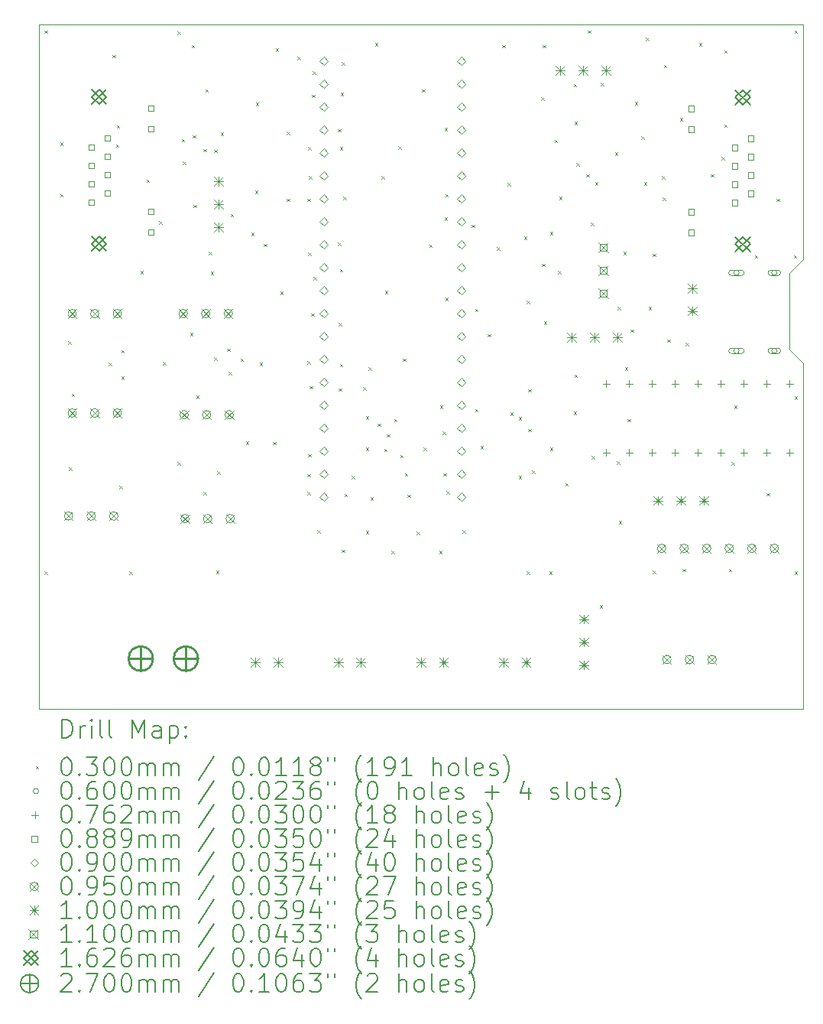
<source format=gbr>
%TF.GenerationSoftware,KiCad,Pcbnew,8.0.8*%
%TF.CreationDate,2025-09-27T22:11:26+09:00*%
%TF.ProjectId,esp_bluepill_board,6573705f-626c-4756-9570-696c6c5f626f,rev?*%
%TF.SameCoordinates,Original*%
%TF.FileFunction,Drillmap*%
%TF.FilePolarity,Positive*%
%FSLAX45Y45*%
G04 Gerber Fmt 4.5, Leading zero omitted, Abs format (unit mm)*
G04 Created by KiCad (PCBNEW 8.0.8) date 2025-09-27 22:11:26*
%MOMM*%
%LPD*%
G01*
G04 APERTURE LIST*
%ADD10C,0.050000*%
%ADD11C,0.200000*%
%ADD12C,0.100000*%
%ADD13C,0.110000*%
%ADD14C,0.162560*%
%ADD15C,0.270000*%
G04 APERTURE END LIST*
D10*
X2000000Y-9580000D02*
X2000000Y-2000000D01*
X10470000Y-9580000D02*
X2000000Y-9580000D01*
X10470000Y-5750000D02*
X10470000Y-9580000D01*
X10320000Y-5600000D02*
X10470000Y-5750000D01*
X10320000Y-4750000D02*
X10320000Y-5600000D01*
X10470000Y-4600000D02*
X10320000Y-4750000D01*
X10470000Y-2000000D02*
X10470000Y-4600000D01*
X2000000Y-2000000D02*
X10470000Y-2000000D01*
D11*
D12*
X2065000Y-2065000D02*
X2095000Y-2095000D01*
X2095000Y-2065000D02*
X2065000Y-2095000D01*
X2065000Y-8055000D02*
X2095000Y-8085000D01*
X2095000Y-8055000D02*
X2065000Y-8085000D01*
X2235000Y-3305000D02*
X2265000Y-3335000D01*
X2265000Y-3305000D02*
X2235000Y-3335000D01*
X2235000Y-3875000D02*
X2265000Y-3905000D01*
X2265000Y-3875000D02*
X2235000Y-3905000D01*
X2325000Y-5505000D02*
X2355000Y-5535000D01*
X2355000Y-5505000D02*
X2325000Y-5535000D01*
X2335000Y-6905000D02*
X2365000Y-6935000D01*
X2365000Y-6905000D02*
X2335000Y-6935000D01*
X2365000Y-6085000D02*
X2395000Y-6115000D01*
X2395000Y-6085000D02*
X2365000Y-6115000D01*
X2775000Y-5745000D02*
X2805000Y-5775000D01*
X2805000Y-5745000D02*
X2775000Y-5775000D01*
X2815000Y-2335000D02*
X2845000Y-2365000D01*
X2845000Y-2335000D02*
X2815000Y-2365000D01*
X2855000Y-3325000D02*
X2885000Y-3355000D01*
X2885000Y-3325000D02*
X2855000Y-3355000D01*
X2865000Y-3115000D02*
X2895000Y-3145000D01*
X2895000Y-3115000D02*
X2865000Y-3145000D01*
X2895000Y-7105000D02*
X2925000Y-7135000D01*
X2925000Y-7105000D02*
X2895000Y-7135000D01*
X2915000Y-5605000D02*
X2945000Y-5635000D01*
X2945000Y-5605000D02*
X2915000Y-5635000D01*
X2915000Y-5895000D02*
X2945000Y-5925000D01*
X2945000Y-5895000D02*
X2915000Y-5925000D01*
X3005000Y-8055000D02*
X3035000Y-8085000D01*
X3035000Y-8055000D02*
X3005000Y-8085000D01*
X3125000Y-4725000D02*
X3155000Y-4755000D01*
X3155000Y-4725000D02*
X3125000Y-4755000D01*
X3195000Y-3715000D02*
X3225000Y-3745000D01*
X3225000Y-3715000D02*
X3195000Y-3745000D01*
X3335000Y-4175000D02*
X3365000Y-4205000D01*
X3365000Y-4175000D02*
X3335000Y-4205000D01*
X3375000Y-5735000D02*
X3405000Y-5765000D01*
X3405000Y-5735000D02*
X3375000Y-5765000D01*
X3535000Y-2075000D02*
X3565000Y-2105000D01*
X3565000Y-2075000D02*
X3535000Y-2105000D01*
X3535000Y-6845000D02*
X3565000Y-6875000D01*
X3565000Y-6845000D02*
X3535000Y-6875000D01*
X3585000Y-3265000D02*
X3615000Y-3295000D01*
X3615000Y-3265000D02*
X3585000Y-3295000D01*
X3595000Y-3515000D02*
X3625000Y-3545000D01*
X3625000Y-3515000D02*
X3595000Y-3545000D01*
X3675000Y-5415000D02*
X3705000Y-5445000D01*
X3705000Y-5415000D02*
X3675000Y-5445000D01*
X3695000Y-2225000D02*
X3725000Y-2255000D01*
X3725000Y-2225000D02*
X3695000Y-2255000D01*
X3705000Y-3225000D02*
X3735000Y-3255000D01*
X3735000Y-3225000D02*
X3705000Y-3255000D01*
X3715000Y-3995000D02*
X3745000Y-4025000D01*
X3745000Y-3995000D02*
X3715000Y-4025000D01*
X3745000Y-6105000D02*
X3775000Y-6135000D01*
X3775000Y-6105000D02*
X3745000Y-6135000D01*
X3825000Y-3375000D02*
X3855000Y-3405000D01*
X3855000Y-3375000D02*
X3825000Y-3405000D01*
X3825000Y-7175000D02*
X3855000Y-7205000D01*
X3855000Y-7175000D02*
X3825000Y-7205000D01*
X3845000Y-2715000D02*
X3875000Y-2745000D01*
X3875000Y-2715000D02*
X3845000Y-2745000D01*
X3885000Y-4515000D02*
X3915000Y-4545000D01*
X3915000Y-4515000D02*
X3885000Y-4545000D01*
X3905000Y-4735000D02*
X3935000Y-4765000D01*
X3935000Y-4735000D02*
X3905000Y-4765000D01*
X3945000Y-3385000D02*
X3975000Y-3415000D01*
X3975000Y-3385000D02*
X3945000Y-3415000D01*
X3945000Y-5685000D02*
X3975000Y-5715000D01*
X3975000Y-5685000D02*
X3945000Y-5715000D01*
X3965000Y-8045000D02*
X3995000Y-8075000D01*
X3995000Y-8045000D02*
X3965000Y-8075000D01*
X3975000Y-6945000D02*
X4005000Y-6975000D01*
X4005000Y-6945000D02*
X3975000Y-6975000D01*
X4015000Y-3195000D02*
X4045000Y-3225000D01*
X4045000Y-3195000D02*
X4015000Y-3225000D01*
X4085000Y-5585000D02*
X4115000Y-5615000D01*
X4115000Y-5585000D02*
X4085000Y-5615000D01*
X4105000Y-5845000D02*
X4135000Y-5875000D01*
X4135000Y-5845000D02*
X4105000Y-5875000D01*
X4125000Y-4095000D02*
X4155000Y-4125000D01*
X4155000Y-4095000D02*
X4125000Y-4125000D01*
X4235000Y-5695000D02*
X4265000Y-5725000D01*
X4265000Y-5695000D02*
X4235000Y-5725000D01*
X4295000Y-6615000D02*
X4325000Y-6645000D01*
X4325000Y-6615000D02*
X4295000Y-6645000D01*
X4355000Y-4305000D02*
X4385000Y-4335000D01*
X4385000Y-4305000D02*
X4355000Y-4335000D01*
X4395000Y-3840000D02*
X4425000Y-3870000D01*
X4425000Y-3840000D02*
X4395000Y-3870000D01*
X4405000Y-2865000D02*
X4435000Y-2895000D01*
X4435000Y-2865000D02*
X4405000Y-2895000D01*
X4445000Y-5745000D02*
X4475000Y-5775000D01*
X4475000Y-5745000D02*
X4445000Y-5775000D01*
X4495000Y-4425000D02*
X4525000Y-4455000D01*
X4525000Y-4425000D02*
X4495000Y-4455000D01*
X4595000Y-6620000D02*
X4625000Y-6650000D01*
X4625000Y-6620000D02*
X4595000Y-6650000D01*
X4625000Y-2265000D02*
X4655000Y-2295000D01*
X4655000Y-2265000D02*
X4625000Y-2295000D01*
X4675000Y-4955000D02*
X4705000Y-4985000D01*
X4705000Y-4955000D02*
X4675000Y-4985000D01*
X4745000Y-3185000D02*
X4775000Y-3215000D01*
X4775000Y-3185000D02*
X4745000Y-3215000D01*
X4745000Y-3925000D02*
X4775000Y-3955000D01*
X4775000Y-3925000D02*
X4745000Y-3955000D01*
X4865000Y-2355000D02*
X4895000Y-2385000D01*
X4895000Y-2355000D02*
X4865000Y-2385000D01*
X4975000Y-3925000D02*
X5005000Y-3955000D01*
X5005000Y-3925000D02*
X4975000Y-3955000D01*
X4975000Y-5725000D02*
X5005000Y-5755000D01*
X5005000Y-5725000D02*
X4975000Y-5755000D01*
X4975000Y-6975000D02*
X5005000Y-7005000D01*
X5005000Y-6975000D02*
X4975000Y-7005000D01*
X4975000Y-7175000D02*
X5005000Y-7205000D01*
X5005000Y-7175000D02*
X4975000Y-7205000D01*
X4985000Y-3355000D02*
X5015000Y-3385000D01*
X5015000Y-3355000D02*
X4985000Y-3385000D01*
X4985000Y-4525000D02*
X5015000Y-4555000D01*
X5015000Y-4525000D02*
X4985000Y-4555000D01*
X4985000Y-6755000D02*
X5015000Y-6785000D01*
X5015000Y-6755000D02*
X4985000Y-6785000D01*
X4995000Y-3675000D02*
X5025000Y-3705000D01*
X5025000Y-3675000D02*
X4995000Y-3705000D01*
X5000000Y-6003000D02*
X5030000Y-6033000D01*
X5030000Y-6003000D02*
X5000000Y-6033000D01*
X5015886Y-5197525D02*
X5045886Y-5227525D01*
X5045886Y-5197525D02*
X5015886Y-5227525D01*
X5025000Y-2775000D02*
X5055000Y-2805000D01*
X5055000Y-2775000D02*
X5025000Y-2805000D01*
X5035000Y-2515000D02*
X5065000Y-2545000D01*
X5065000Y-2515000D02*
X5035000Y-2545000D01*
X5045000Y-4795000D02*
X5075000Y-4825000D01*
X5075000Y-4795000D02*
X5045000Y-4825000D01*
X5085000Y-7595000D02*
X5115000Y-7625000D01*
X5115000Y-7595000D02*
X5085000Y-7625000D01*
X5315000Y-3155000D02*
X5345000Y-3185000D01*
X5345000Y-3155000D02*
X5315000Y-3185000D01*
X5315000Y-4415000D02*
X5345000Y-4445000D01*
X5345000Y-4415000D02*
X5315000Y-4445000D01*
X5325000Y-5305000D02*
X5355000Y-5335000D01*
X5355000Y-5305000D02*
X5325000Y-5335000D01*
X5325000Y-6025000D02*
X5355000Y-6055000D01*
X5355000Y-6025000D02*
X5325000Y-6055000D01*
X5335000Y-3355000D02*
X5365000Y-3385000D01*
X5365000Y-3355000D02*
X5335000Y-3385000D01*
X5335000Y-4705000D02*
X5365000Y-4735000D01*
X5365000Y-4705000D02*
X5335000Y-4735000D01*
X5335000Y-5755000D02*
X5365000Y-5785000D01*
X5365000Y-5755000D02*
X5335000Y-5785000D01*
X5345000Y-2755000D02*
X5375000Y-2785000D01*
X5375000Y-2755000D02*
X5345000Y-2785000D01*
X5355000Y-2415000D02*
X5385000Y-2445000D01*
X5385000Y-2415000D02*
X5355000Y-2445000D01*
X5355000Y-7815000D02*
X5385000Y-7845000D01*
X5385000Y-7815000D02*
X5355000Y-7845000D01*
X5375000Y-3905000D02*
X5405000Y-3935000D01*
X5405000Y-3905000D02*
X5375000Y-3935000D01*
X5385000Y-7195000D02*
X5415000Y-7225000D01*
X5415000Y-7195000D02*
X5385000Y-7225000D01*
X5465000Y-6995000D02*
X5495000Y-7025000D01*
X5495000Y-6995000D02*
X5465000Y-7025000D01*
X5595000Y-6015000D02*
X5625000Y-6045000D01*
X5625000Y-6015000D02*
X5595000Y-6045000D01*
X5625000Y-6335000D02*
X5655000Y-6365000D01*
X5655000Y-6335000D02*
X5625000Y-6365000D01*
X5625000Y-6685000D02*
X5655000Y-6715000D01*
X5655000Y-6685000D02*
X5625000Y-6715000D01*
X5625000Y-7605000D02*
X5655000Y-7635000D01*
X5655000Y-7605000D02*
X5625000Y-7635000D01*
X5655000Y-5795000D02*
X5685000Y-5825000D01*
X5685000Y-5795000D02*
X5655000Y-5825000D01*
X5675000Y-7235000D02*
X5705000Y-7265000D01*
X5705000Y-7235000D02*
X5675000Y-7265000D01*
X5725000Y-2205000D02*
X5755000Y-2235000D01*
X5755000Y-2205000D02*
X5725000Y-2235000D01*
X5755000Y-6415000D02*
X5785000Y-6445000D01*
X5785000Y-6415000D02*
X5755000Y-6445000D01*
X5795000Y-3675000D02*
X5825000Y-3705000D01*
X5825000Y-3675000D02*
X5795000Y-3705000D01*
X5825000Y-6695000D02*
X5855000Y-6725000D01*
X5855000Y-6695000D02*
X5825000Y-6725000D01*
X5835000Y-4945000D02*
X5865000Y-4975000D01*
X5865000Y-4945000D02*
X5835000Y-4975000D01*
X5855000Y-6535000D02*
X5885000Y-6565000D01*
X5885000Y-6535000D02*
X5855000Y-6565000D01*
X5905000Y-7825000D02*
X5935000Y-7855000D01*
X5935000Y-7825000D02*
X5905000Y-7855000D01*
X5935000Y-6365000D02*
X5965000Y-6395000D01*
X5965000Y-6365000D02*
X5935000Y-6395000D01*
X5985000Y-3345000D02*
X6015000Y-3375000D01*
X6015000Y-3345000D02*
X5985000Y-3375000D01*
X6005000Y-6765000D02*
X6035000Y-6795000D01*
X6035000Y-6765000D02*
X6005000Y-6795000D01*
X6035000Y-5695000D02*
X6065000Y-5725000D01*
X6065000Y-5695000D02*
X6035000Y-5725000D01*
X6055000Y-6965000D02*
X6085000Y-6995000D01*
X6085000Y-6965000D02*
X6055000Y-6995000D01*
X6085000Y-7205000D02*
X6115000Y-7235000D01*
X6115000Y-7205000D02*
X6085000Y-7235000D01*
X6185000Y-7615000D02*
X6215000Y-7645000D01*
X6215000Y-7615000D02*
X6185000Y-7645000D01*
X6245000Y-2715000D02*
X6275000Y-2745000D01*
X6275000Y-2715000D02*
X6245000Y-2745000D01*
X6265000Y-6685000D02*
X6295000Y-6715000D01*
X6295000Y-6685000D02*
X6265000Y-6715000D01*
X6325000Y-4435000D02*
X6355000Y-4465000D01*
X6355000Y-4435000D02*
X6325000Y-4465000D01*
X6435000Y-7825000D02*
X6465000Y-7855000D01*
X6465000Y-7825000D02*
X6435000Y-7855000D01*
X6445000Y-6215000D02*
X6475000Y-6245000D01*
X6475000Y-6215000D02*
X6445000Y-6245000D01*
X6475000Y-6505000D02*
X6505000Y-6535000D01*
X6505000Y-6505000D02*
X6475000Y-6535000D01*
X6485000Y-6965000D02*
X6515000Y-6995000D01*
X6515000Y-6965000D02*
X6485000Y-6995000D01*
X6495000Y-3145000D02*
X6525000Y-3175000D01*
X6525000Y-3145000D02*
X6495000Y-3175000D01*
X6495000Y-4135000D02*
X6525000Y-4165000D01*
X6525000Y-4135000D02*
X6495000Y-4165000D01*
X6505000Y-3875000D02*
X6535000Y-3905000D01*
X6535000Y-3875000D02*
X6505000Y-3905000D01*
X6505000Y-5025000D02*
X6535000Y-5055000D01*
X6535000Y-5025000D02*
X6505000Y-5055000D01*
X6515000Y-7165000D02*
X6545000Y-7195000D01*
X6545000Y-7165000D02*
X6515000Y-7195000D01*
X6695000Y-7595000D02*
X6725000Y-7625000D01*
X6725000Y-7595000D02*
X6695000Y-7625000D01*
X6795000Y-4215000D02*
X6825000Y-4245000D01*
X6825000Y-4215000D02*
X6795000Y-4245000D01*
X6835000Y-5145000D02*
X6865000Y-5175000D01*
X6865000Y-5145000D02*
X6835000Y-5175000D01*
X6835000Y-6255000D02*
X6865000Y-6285000D01*
X6865000Y-6255000D02*
X6835000Y-6285000D01*
X6895000Y-6665000D02*
X6925000Y-6695000D01*
X6925000Y-6665000D02*
X6895000Y-6695000D01*
X6975000Y-5425000D02*
X7005000Y-5455000D01*
X7005000Y-5425000D02*
X6975000Y-5455000D01*
X7075000Y-4465000D02*
X7105000Y-4495000D01*
X7105000Y-4465000D02*
X7075000Y-4495000D01*
X7135000Y-2225000D02*
X7165000Y-2255000D01*
X7165000Y-2225000D02*
X7135000Y-2255000D01*
X7195000Y-3755000D02*
X7225000Y-3785000D01*
X7225000Y-3755000D02*
X7195000Y-3785000D01*
X7225000Y-6295000D02*
X7255000Y-6325000D01*
X7255000Y-6295000D02*
X7225000Y-6325000D01*
X7315000Y-6345000D02*
X7345000Y-6375000D01*
X7345000Y-6345000D02*
X7315000Y-6375000D01*
X7315000Y-6995000D02*
X7345000Y-7025000D01*
X7345000Y-6995000D02*
X7315000Y-7025000D01*
X7375000Y-4345000D02*
X7405000Y-4375000D01*
X7405000Y-4345000D02*
X7375000Y-4375000D01*
X7405000Y-5055000D02*
X7435000Y-5085000D01*
X7435000Y-5055000D02*
X7405000Y-5085000D01*
X7405000Y-8055000D02*
X7435000Y-8085000D01*
X7435000Y-8055000D02*
X7405000Y-8085000D01*
X7425000Y-6035000D02*
X7455000Y-6065000D01*
X7455000Y-6035000D02*
X7425000Y-6065000D01*
X7425000Y-6475000D02*
X7455000Y-6505000D01*
X7455000Y-6475000D02*
X7425000Y-6505000D01*
X7465000Y-6935000D02*
X7495000Y-6965000D01*
X7495000Y-6935000D02*
X7465000Y-6965000D01*
X7565000Y-2805000D02*
X7595000Y-2835000D01*
X7595000Y-2805000D02*
X7565000Y-2835000D01*
X7575000Y-4645000D02*
X7605000Y-4675000D01*
X7605000Y-4645000D02*
X7575000Y-4675000D01*
X7585000Y-2225000D02*
X7615000Y-2255000D01*
X7615000Y-2225000D02*
X7585000Y-2255000D01*
X7595000Y-5285000D02*
X7625000Y-5315000D01*
X7625000Y-5285000D02*
X7595000Y-5315000D01*
X7655000Y-8055000D02*
X7685000Y-8085000D01*
X7685000Y-8055000D02*
X7655000Y-8085000D01*
X7665000Y-4295000D02*
X7695000Y-4325000D01*
X7695000Y-4295000D02*
X7665000Y-4325000D01*
X7665000Y-6685000D02*
X7695000Y-6715000D01*
X7695000Y-6685000D02*
X7665000Y-6715000D01*
X7715000Y-3275000D02*
X7745000Y-3305000D01*
X7745000Y-3275000D02*
X7715000Y-3305000D01*
X7755000Y-4725000D02*
X7785000Y-4755000D01*
X7785000Y-4725000D02*
X7755000Y-4755000D01*
X7765000Y-3905000D02*
X7795000Y-3935000D01*
X7795000Y-3905000D02*
X7765000Y-3935000D01*
X7835000Y-7075000D02*
X7865000Y-7105000D01*
X7865000Y-7075000D02*
X7835000Y-7105000D01*
X7925000Y-2655000D02*
X7955000Y-2685000D01*
X7955000Y-2655000D02*
X7925000Y-2685000D01*
X7925000Y-6285000D02*
X7955000Y-6315000D01*
X7955000Y-6285000D02*
X7925000Y-6315000D01*
X7935000Y-3075000D02*
X7965000Y-3105000D01*
X7965000Y-3075000D02*
X7935000Y-3105000D01*
X7935000Y-5875000D02*
X7965000Y-5905000D01*
X7965000Y-5875000D02*
X7935000Y-5905000D01*
X7955000Y-3535000D02*
X7985000Y-3565000D01*
X7985000Y-3535000D02*
X7955000Y-3565000D01*
X8065000Y-3655000D02*
X8095000Y-3685000D01*
X8095000Y-3655000D02*
X8065000Y-3685000D01*
X8085000Y-2065000D02*
X8115000Y-2095000D01*
X8115000Y-2065000D02*
X8085000Y-2095000D01*
X8115000Y-4195000D02*
X8145000Y-4225000D01*
X8145000Y-4195000D02*
X8115000Y-4225000D01*
X8125000Y-6775000D02*
X8155000Y-6805000D01*
X8155000Y-6775000D02*
X8125000Y-6805000D01*
X8165000Y-3745000D02*
X8195000Y-3775000D01*
X8195000Y-3745000D02*
X8165000Y-3775000D01*
X8215000Y-8425000D02*
X8245000Y-8455000D01*
X8245000Y-8425000D02*
X8215000Y-8455000D01*
X8225000Y-2645000D02*
X8255000Y-2675000D01*
X8255000Y-2645000D02*
X8225000Y-2675000D01*
X8385000Y-3415000D02*
X8415000Y-3445000D01*
X8415000Y-3415000D02*
X8385000Y-3445000D01*
X8405000Y-6835000D02*
X8435000Y-6865000D01*
X8435000Y-6835000D02*
X8405000Y-6865000D01*
X8415000Y-5125000D02*
X8445000Y-5155000D01*
X8445000Y-5125000D02*
X8415000Y-5155000D01*
X8425000Y-7495000D02*
X8455000Y-7525000D01*
X8455000Y-7495000D02*
X8425000Y-7525000D01*
X8475000Y-4515000D02*
X8505000Y-4545000D01*
X8505000Y-4515000D02*
X8475000Y-4545000D01*
X8495000Y-5795000D02*
X8525000Y-5825000D01*
X8525000Y-5795000D02*
X8495000Y-5825000D01*
X8525000Y-6365000D02*
X8555000Y-6395000D01*
X8555000Y-6365000D02*
X8525000Y-6395000D01*
X8555000Y-5375000D02*
X8585000Y-5405000D01*
X8585000Y-5375000D02*
X8555000Y-5405000D01*
X8605000Y-2855000D02*
X8635000Y-2885000D01*
X8635000Y-2855000D02*
X8605000Y-2885000D01*
X8675000Y-3235000D02*
X8705000Y-3265000D01*
X8705000Y-3235000D02*
X8675000Y-3265000D01*
X8705000Y-3745000D02*
X8735000Y-3775000D01*
X8735000Y-3745000D02*
X8705000Y-3775000D01*
X8725000Y-2145000D02*
X8755000Y-2175000D01*
X8755000Y-2145000D02*
X8725000Y-2175000D01*
X8755000Y-5125000D02*
X8785000Y-5155000D01*
X8785000Y-5125000D02*
X8755000Y-5155000D01*
X8805000Y-4535000D02*
X8835000Y-4565000D01*
X8835000Y-4535000D02*
X8805000Y-4565000D01*
X8805000Y-8045000D02*
X8835000Y-8075000D01*
X8835000Y-8045000D02*
X8805000Y-8075000D01*
X8905000Y-3675000D02*
X8935000Y-3705000D01*
X8935000Y-3675000D02*
X8905000Y-3705000D01*
X8915000Y-3915000D02*
X8945000Y-3945000D01*
X8945000Y-3915000D02*
X8915000Y-3945000D01*
X8925000Y-2445000D02*
X8955000Y-2475000D01*
X8955000Y-2445000D02*
X8925000Y-2475000D01*
X8965000Y-5485000D02*
X8995000Y-5515000D01*
X8995000Y-5485000D02*
X8965000Y-5515000D01*
X9105000Y-3035000D02*
X9135000Y-3065000D01*
X9135000Y-3035000D02*
X9105000Y-3065000D01*
X9135000Y-8025000D02*
X9165000Y-8055000D01*
X9165000Y-8025000D02*
X9135000Y-8055000D01*
X9165000Y-5525000D02*
X9195000Y-5555000D01*
X9195000Y-5525000D02*
X9165000Y-5555000D01*
X9315000Y-2205000D02*
X9345000Y-2235000D01*
X9345000Y-2205000D02*
X9315000Y-2235000D01*
X9445000Y-3655000D02*
X9475000Y-3685000D01*
X9475000Y-3655000D02*
X9445000Y-3685000D01*
X9565000Y-3465000D02*
X9595000Y-3495000D01*
X9595000Y-3465000D02*
X9565000Y-3495000D01*
X9595000Y-2285000D02*
X9625000Y-2315000D01*
X9625000Y-2285000D02*
X9595000Y-2315000D01*
X9595000Y-3105000D02*
X9625000Y-3135000D01*
X9625000Y-3105000D02*
X9595000Y-3135000D01*
X9645000Y-8025000D02*
X9675000Y-8055000D01*
X9675000Y-8025000D02*
X9645000Y-8055000D01*
X9675000Y-6845000D02*
X9705000Y-6875000D01*
X9705000Y-6845000D02*
X9675000Y-6875000D01*
X9705000Y-6215000D02*
X9735000Y-6245000D01*
X9735000Y-6215000D02*
X9705000Y-6245000D01*
X9935000Y-4555000D02*
X9965000Y-4585000D01*
X9965000Y-4555000D02*
X9935000Y-4585000D01*
X10065000Y-7185000D02*
X10095000Y-7215000D01*
X10095000Y-7185000D02*
X10065000Y-7215000D01*
X10175000Y-3925000D02*
X10205000Y-3955000D01*
X10205000Y-3925000D02*
X10175000Y-3955000D01*
X10365000Y-4555000D02*
X10395000Y-4585000D01*
X10395000Y-4555000D02*
X10365000Y-4585000D01*
X10375000Y-2065000D02*
X10405000Y-2095000D01*
X10405000Y-2065000D02*
X10375000Y-2095000D01*
X10375000Y-6115000D02*
X10405000Y-6145000D01*
X10405000Y-6115000D02*
X10375000Y-6145000D01*
X10375000Y-8055000D02*
X10405000Y-8085000D01*
X10405000Y-8055000D02*
X10375000Y-8085000D01*
X9760000Y-4748000D02*
G75*
G02*
X9700000Y-4748000I-30000J0D01*
G01*
X9700000Y-4748000D02*
G75*
G02*
X9760000Y-4748000I30000J0D01*
G01*
X9675000Y-4778000D02*
X9785000Y-4778000D01*
X9785000Y-4718000D02*
G75*
G02*
X9785000Y-4778000I0J-30000D01*
G01*
X9785000Y-4718000D02*
X9675000Y-4718000D01*
X9675000Y-4718000D02*
G75*
G03*
X9675000Y-4778000I0J-30000D01*
G01*
X9760000Y-5612000D02*
G75*
G02*
X9700000Y-5612000I-30000J0D01*
G01*
X9700000Y-5612000D02*
G75*
G02*
X9760000Y-5612000I30000J0D01*
G01*
X9675000Y-5642000D02*
X9785000Y-5642000D01*
X9785000Y-5582000D02*
G75*
G02*
X9785000Y-5642000I0J-30000D01*
G01*
X9785000Y-5582000D02*
X9675000Y-5582000D01*
X9675000Y-5582000D02*
G75*
G03*
X9675000Y-5642000I0J-30000D01*
G01*
X10180000Y-4748000D02*
G75*
G02*
X10120000Y-4748000I-30000J0D01*
G01*
X10120000Y-4748000D02*
G75*
G02*
X10180000Y-4748000I30000J0D01*
G01*
X10110000Y-4778000D02*
X10190000Y-4778000D01*
X10190000Y-4718000D02*
G75*
G02*
X10190000Y-4778000I0J-30000D01*
G01*
X10190000Y-4718000D02*
X10110000Y-4718000D01*
X10110000Y-4718000D02*
G75*
G03*
X10110000Y-4778000I0J-30000D01*
G01*
X10180000Y-5612000D02*
G75*
G02*
X10120000Y-5612000I-30000J0D01*
G01*
X10120000Y-5612000D02*
G75*
G02*
X10180000Y-5612000I30000J0D01*
G01*
X10110000Y-5642000D02*
X10190000Y-5642000D01*
X10190000Y-5582000D02*
G75*
G02*
X10190000Y-5642000I0J-30000D01*
G01*
X10190000Y-5582000D02*
X10110000Y-5582000D01*
X10110000Y-5582000D02*
G75*
G03*
X10110000Y-5642000I0J-30000D01*
G01*
X8288000Y-5939900D02*
X8288000Y-6016100D01*
X8249900Y-5978000D02*
X8326100Y-5978000D01*
X8288000Y-6701900D02*
X8288000Y-6778100D01*
X8249900Y-6740000D02*
X8326100Y-6740000D01*
X8542000Y-5939900D02*
X8542000Y-6016100D01*
X8503900Y-5978000D02*
X8580100Y-5978000D01*
X8542000Y-6701900D02*
X8542000Y-6778100D01*
X8503900Y-6740000D02*
X8580100Y-6740000D01*
X8796000Y-5939900D02*
X8796000Y-6016100D01*
X8757900Y-5978000D02*
X8834100Y-5978000D01*
X8796000Y-6701900D02*
X8796000Y-6778100D01*
X8757900Y-6740000D02*
X8834100Y-6740000D01*
X9050000Y-5939900D02*
X9050000Y-6016100D01*
X9011900Y-5978000D02*
X9088100Y-5978000D01*
X9050000Y-6701900D02*
X9050000Y-6778100D01*
X9011900Y-6740000D02*
X9088100Y-6740000D01*
X9304000Y-5939900D02*
X9304000Y-6016100D01*
X9265900Y-5978000D02*
X9342100Y-5978000D01*
X9304000Y-6701900D02*
X9304000Y-6778100D01*
X9265900Y-6740000D02*
X9342100Y-6740000D01*
X9558000Y-5939900D02*
X9558000Y-6016100D01*
X9519900Y-5978000D02*
X9596100Y-5978000D01*
X9558000Y-6701900D02*
X9558000Y-6778100D01*
X9519900Y-6740000D02*
X9596100Y-6740000D01*
X9812000Y-5939900D02*
X9812000Y-6016100D01*
X9773900Y-5978000D02*
X9850100Y-5978000D01*
X9812000Y-6701900D02*
X9812000Y-6778100D01*
X9773900Y-6740000D02*
X9850100Y-6740000D01*
X10066000Y-5939900D02*
X10066000Y-6016100D01*
X10027900Y-5978000D02*
X10104100Y-5978000D01*
X10066000Y-6701900D02*
X10066000Y-6778100D01*
X10027900Y-6740000D02*
X10104100Y-6740000D01*
X10320000Y-5939900D02*
X10320000Y-6016100D01*
X10281900Y-5978000D02*
X10358100Y-5978000D01*
X10320000Y-6701900D02*
X10320000Y-6778100D01*
X10281900Y-6740000D02*
X10358100Y-6740000D01*
X2612531Y-3390231D02*
X2612531Y-3327369D01*
X2549669Y-3327369D01*
X2549669Y-3390231D01*
X2612531Y-3390231D01*
X2612531Y-3593431D02*
X2612531Y-3530569D01*
X2549669Y-3530569D01*
X2549669Y-3593431D01*
X2612531Y-3593431D01*
X2612531Y-3796631D02*
X2612531Y-3733769D01*
X2549669Y-3733769D01*
X2549669Y-3796631D01*
X2612531Y-3796631D01*
X2612531Y-3999831D02*
X2612531Y-3936969D01*
X2549669Y-3936969D01*
X2549669Y-3999831D01*
X2612531Y-3999831D01*
X2790331Y-3288631D02*
X2790331Y-3225769D01*
X2727469Y-3225769D01*
X2727469Y-3288631D01*
X2790331Y-3288631D01*
X2790331Y-3491831D02*
X2790331Y-3428969D01*
X2727469Y-3428969D01*
X2727469Y-3491831D01*
X2790331Y-3491831D01*
X2790331Y-3695031D02*
X2790331Y-3632169D01*
X2727469Y-3632169D01*
X2727469Y-3695031D01*
X2790331Y-3695031D01*
X2790331Y-3898231D02*
X2790331Y-3835369D01*
X2727469Y-3835369D01*
X2727469Y-3898231D01*
X2790331Y-3898231D01*
X3272931Y-2958431D02*
X3272931Y-2895569D01*
X3210069Y-2895569D01*
X3210069Y-2958431D01*
X3272931Y-2958431D01*
X3272931Y-3187031D02*
X3272931Y-3124169D01*
X3210069Y-3124169D01*
X3210069Y-3187031D01*
X3272931Y-3187031D01*
X3272931Y-4101431D02*
X3272931Y-4038569D01*
X3210069Y-4038569D01*
X3210069Y-4101431D01*
X3272931Y-4101431D01*
X3272931Y-4330031D02*
X3272931Y-4267169D01*
X3210069Y-4267169D01*
X3210069Y-4330031D01*
X3272931Y-4330031D01*
X9259931Y-2962831D02*
X9259931Y-2899969D01*
X9197069Y-2899969D01*
X9197069Y-2962831D01*
X9259931Y-2962831D01*
X9259931Y-3191431D02*
X9259931Y-3128569D01*
X9197069Y-3128569D01*
X9197069Y-3191431D01*
X9259931Y-3191431D01*
X9259931Y-4105831D02*
X9259931Y-4042969D01*
X9197069Y-4042969D01*
X9197069Y-4105831D01*
X9259931Y-4105831D01*
X9259931Y-4334431D02*
X9259931Y-4271569D01*
X9197069Y-4271569D01*
X9197069Y-4334431D01*
X9259931Y-4334431D01*
X9742531Y-3394631D02*
X9742531Y-3331769D01*
X9679669Y-3331769D01*
X9679669Y-3394631D01*
X9742531Y-3394631D01*
X9742531Y-3597831D02*
X9742531Y-3534969D01*
X9679669Y-3534969D01*
X9679669Y-3597831D01*
X9742531Y-3597831D01*
X9742531Y-3801031D02*
X9742531Y-3738169D01*
X9679669Y-3738169D01*
X9679669Y-3801031D01*
X9742531Y-3801031D01*
X9742531Y-4004231D02*
X9742531Y-3941369D01*
X9679669Y-3941369D01*
X9679669Y-4004231D01*
X9742531Y-4004231D01*
X9920331Y-3293031D02*
X9920331Y-3230169D01*
X9857469Y-3230169D01*
X9857469Y-3293031D01*
X9920331Y-3293031D01*
X9920331Y-3496231D02*
X9920331Y-3433369D01*
X9857469Y-3433369D01*
X9857469Y-3496231D01*
X9920331Y-3496231D01*
X9920331Y-3699431D02*
X9920331Y-3636569D01*
X9857469Y-3636569D01*
X9857469Y-3699431D01*
X9920331Y-3699431D01*
X9920331Y-3902631D02*
X9920331Y-3839769D01*
X9857469Y-3839769D01*
X9857469Y-3902631D01*
X9920331Y-3902631D01*
X5156000Y-2447000D02*
X5201000Y-2402000D01*
X5156000Y-2357000D01*
X5111000Y-2402000D01*
X5156000Y-2447000D01*
X5156000Y-2701000D02*
X5201000Y-2656000D01*
X5156000Y-2611000D01*
X5111000Y-2656000D01*
X5156000Y-2701000D01*
X5156000Y-2955000D02*
X5201000Y-2910000D01*
X5156000Y-2865000D01*
X5111000Y-2910000D01*
X5156000Y-2955000D01*
X5156000Y-3209000D02*
X5201000Y-3164000D01*
X5156000Y-3119000D01*
X5111000Y-3164000D01*
X5156000Y-3209000D01*
X5156000Y-3463000D02*
X5201000Y-3418000D01*
X5156000Y-3373000D01*
X5111000Y-3418000D01*
X5156000Y-3463000D01*
X5156000Y-3717000D02*
X5201000Y-3672000D01*
X5156000Y-3627000D01*
X5111000Y-3672000D01*
X5156000Y-3717000D01*
X5156000Y-3971000D02*
X5201000Y-3926000D01*
X5156000Y-3881000D01*
X5111000Y-3926000D01*
X5156000Y-3971000D01*
X5156000Y-4225000D02*
X5201000Y-4180000D01*
X5156000Y-4135000D01*
X5111000Y-4180000D01*
X5156000Y-4225000D01*
X5156000Y-4479000D02*
X5201000Y-4434000D01*
X5156000Y-4389000D01*
X5111000Y-4434000D01*
X5156000Y-4479000D01*
X5156000Y-4733000D02*
X5201000Y-4688000D01*
X5156000Y-4643000D01*
X5111000Y-4688000D01*
X5156000Y-4733000D01*
X5156000Y-4987000D02*
X5201000Y-4942000D01*
X5156000Y-4897000D01*
X5111000Y-4942000D01*
X5156000Y-4987000D01*
X5156000Y-5241000D02*
X5201000Y-5196000D01*
X5156000Y-5151000D01*
X5111000Y-5196000D01*
X5156000Y-5241000D01*
X5156000Y-5495000D02*
X5201000Y-5450000D01*
X5156000Y-5405000D01*
X5111000Y-5450000D01*
X5156000Y-5495000D01*
X5156000Y-5749000D02*
X5201000Y-5704000D01*
X5156000Y-5659000D01*
X5111000Y-5704000D01*
X5156000Y-5749000D01*
X5156000Y-6003000D02*
X5201000Y-5958000D01*
X5156000Y-5913000D01*
X5111000Y-5958000D01*
X5156000Y-6003000D01*
X5156000Y-6257000D02*
X5201000Y-6212000D01*
X5156000Y-6167000D01*
X5111000Y-6212000D01*
X5156000Y-6257000D01*
X5156000Y-6511000D02*
X5201000Y-6466000D01*
X5156000Y-6421000D01*
X5111000Y-6466000D01*
X5156000Y-6511000D01*
X5156000Y-6765000D02*
X5201000Y-6720000D01*
X5156000Y-6675000D01*
X5111000Y-6720000D01*
X5156000Y-6765000D01*
X5156000Y-7019000D02*
X5201000Y-6974000D01*
X5156000Y-6929000D01*
X5111000Y-6974000D01*
X5156000Y-7019000D01*
X5156000Y-7273000D02*
X5201000Y-7228000D01*
X5156000Y-7183000D01*
X5111000Y-7228000D01*
X5156000Y-7273000D01*
X6680000Y-2447000D02*
X6725000Y-2402000D01*
X6680000Y-2357000D01*
X6635000Y-2402000D01*
X6680000Y-2447000D01*
X6680000Y-2701000D02*
X6725000Y-2656000D01*
X6680000Y-2611000D01*
X6635000Y-2656000D01*
X6680000Y-2701000D01*
X6680000Y-2955000D02*
X6725000Y-2910000D01*
X6680000Y-2865000D01*
X6635000Y-2910000D01*
X6680000Y-2955000D01*
X6680000Y-3209000D02*
X6725000Y-3164000D01*
X6680000Y-3119000D01*
X6635000Y-3164000D01*
X6680000Y-3209000D01*
X6680000Y-3463000D02*
X6725000Y-3418000D01*
X6680000Y-3373000D01*
X6635000Y-3418000D01*
X6680000Y-3463000D01*
X6680000Y-3717000D02*
X6725000Y-3672000D01*
X6680000Y-3627000D01*
X6635000Y-3672000D01*
X6680000Y-3717000D01*
X6680000Y-3971000D02*
X6725000Y-3926000D01*
X6680000Y-3881000D01*
X6635000Y-3926000D01*
X6680000Y-3971000D01*
X6680000Y-4225000D02*
X6725000Y-4180000D01*
X6680000Y-4135000D01*
X6635000Y-4180000D01*
X6680000Y-4225000D01*
X6680000Y-4479000D02*
X6725000Y-4434000D01*
X6680000Y-4389000D01*
X6635000Y-4434000D01*
X6680000Y-4479000D01*
X6680000Y-4733000D02*
X6725000Y-4688000D01*
X6680000Y-4643000D01*
X6635000Y-4688000D01*
X6680000Y-4733000D01*
X6680000Y-4987000D02*
X6725000Y-4942000D01*
X6680000Y-4897000D01*
X6635000Y-4942000D01*
X6680000Y-4987000D01*
X6680000Y-5241000D02*
X6725000Y-5196000D01*
X6680000Y-5151000D01*
X6635000Y-5196000D01*
X6680000Y-5241000D01*
X6680000Y-5495000D02*
X6725000Y-5450000D01*
X6680000Y-5405000D01*
X6635000Y-5450000D01*
X6680000Y-5495000D01*
X6680000Y-5749000D02*
X6725000Y-5704000D01*
X6680000Y-5659000D01*
X6635000Y-5704000D01*
X6680000Y-5749000D01*
X6680000Y-6003000D02*
X6725000Y-5958000D01*
X6680000Y-5913000D01*
X6635000Y-5958000D01*
X6680000Y-6003000D01*
X6680000Y-6257000D02*
X6725000Y-6212000D01*
X6680000Y-6167000D01*
X6635000Y-6212000D01*
X6680000Y-6257000D01*
X6680000Y-6511000D02*
X6725000Y-6466000D01*
X6680000Y-6421000D01*
X6635000Y-6466000D01*
X6680000Y-6511000D01*
X6680000Y-6765000D02*
X6725000Y-6720000D01*
X6680000Y-6675000D01*
X6635000Y-6720000D01*
X6680000Y-6765000D01*
X6680000Y-7019000D02*
X6725000Y-6974000D01*
X6680000Y-6929000D01*
X6635000Y-6974000D01*
X6680000Y-7019000D01*
X6680000Y-7273000D02*
X6725000Y-7228000D01*
X6680000Y-7183000D01*
X6635000Y-7228000D01*
X6680000Y-7273000D01*
X2282500Y-7392500D02*
X2377500Y-7487500D01*
X2377500Y-7392500D02*
X2282500Y-7487500D01*
X2377500Y-7440000D02*
G75*
G02*
X2282500Y-7440000I-47500J0D01*
G01*
X2282500Y-7440000D02*
G75*
G02*
X2377500Y-7440000I47500J0D01*
G01*
X2322500Y-5152500D02*
X2417500Y-5247500D01*
X2417500Y-5152500D02*
X2322500Y-5247500D01*
X2417500Y-5200000D02*
G75*
G02*
X2322500Y-5200000I-47500J0D01*
G01*
X2322500Y-5200000D02*
G75*
G02*
X2417500Y-5200000I47500J0D01*
G01*
X2322500Y-6252500D02*
X2417500Y-6347500D01*
X2417500Y-6252500D02*
X2322500Y-6347500D01*
X2417500Y-6300000D02*
G75*
G02*
X2322500Y-6300000I-47500J0D01*
G01*
X2322500Y-6300000D02*
G75*
G02*
X2417500Y-6300000I47500J0D01*
G01*
X2532500Y-7392500D02*
X2627500Y-7487500D01*
X2627500Y-7392500D02*
X2532500Y-7487500D01*
X2627500Y-7440000D02*
G75*
G02*
X2532500Y-7440000I-47500J0D01*
G01*
X2532500Y-7440000D02*
G75*
G02*
X2627500Y-7440000I47500J0D01*
G01*
X2572500Y-5152500D02*
X2667500Y-5247500D01*
X2667500Y-5152500D02*
X2572500Y-5247500D01*
X2667500Y-5200000D02*
G75*
G02*
X2572500Y-5200000I-47500J0D01*
G01*
X2572500Y-5200000D02*
G75*
G02*
X2667500Y-5200000I47500J0D01*
G01*
X2572500Y-6252500D02*
X2667500Y-6347500D01*
X2667500Y-6252500D02*
X2572500Y-6347500D01*
X2667500Y-6300000D02*
G75*
G02*
X2572500Y-6300000I-47500J0D01*
G01*
X2572500Y-6300000D02*
G75*
G02*
X2667500Y-6300000I47500J0D01*
G01*
X2782500Y-7392500D02*
X2877500Y-7487500D01*
X2877500Y-7392500D02*
X2782500Y-7487500D01*
X2877500Y-7440000D02*
G75*
G02*
X2782500Y-7440000I-47500J0D01*
G01*
X2782500Y-7440000D02*
G75*
G02*
X2877500Y-7440000I47500J0D01*
G01*
X2822500Y-5152500D02*
X2917500Y-5247500D01*
X2917500Y-5152500D02*
X2822500Y-5247500D01*
X2917500Y-5200000D02*
G75*
G02*
X2822500Y-5200000I-47500J0D01*
G01*
X2822500Y-5200000D02*
G75*
G02*
X2917500Y-5200000I47500J0D01*
G01*
X2822500Y-6252500D02*
X2917500Y-6347500D01*
X2917500Y-6252500D02*
X2822500Y-6347500D01*
X2917500Y-6300000D02*
G75*
G02*
X2822500Y-6300000I-47500J0D01*
G01*
X2822500Y-6300000D02*
G75*
G02*
X2917500Y-6300000I47500J0D01*
G01*
X3552500Y-5152500D02*
X3647500Y-5247500D01*
X3647500Y-5152500D02*
X3552500Y-5247500D01*
X3647500Y-5200000D02*
G75*
G02*
X3552500Y-5200000I-47500J0D01*
G01*
X3552500Y-5200000D02*
G75*
G02*
X3647500Y-5200000I47500J0D01*
G01*
X3562500Y-6272500D02*
X3657500Y-6367500D01*
X3657500Y-6272500D02*
X3562500Y-6367500D01*
X3657500Y-6320000D02*
G75*
G02*
X3562500Y-6320000I-47500J0D01*
G01*
X3562500Y-6320000D02*
G75*
G02*
X3657500Y-6320000I47500J0D01*
G01*
X3572500Y-7422500D02*
X3667500Y-7517500D01*
X3667500Y-7422500D02*
X3572500Y-7517500D01*
X3667500Y-7470000D02*
G75*
G02*
X3572500Y-7470000I-47500J0D01*
G01*
X3572500Y-7470000D02*
G75*
G02*
X3667500Y-7470000I47500J0D01*
G01*
X3802500Y-5152500D02*
X3897500Y-5247500D01*
X3897500Y-5152500D02*
X3802500Y-5247500D01*
X3897500Y-5200000D02*
G75*
G02*
X3802500Y-5200000I-47500J0D01*
G01*
X3802500Y-5200000D02*
G75*
G02*
X3897500Y-5200000I47500J0D01*
G01*
X3812500Y-6272500D02*
X3907500Y-6367500D01*
X3907500Y-6272500D02*
X3812500Y-6367500D01*
X3907500Y-6320000D02*
G75*
G02*
X3812500Y-6320000I-47500J0D01*
G01*
X3812500Y-6320000D02*
G75*
G02*
X3907500Y-6320000I47500J0D01*
G01*
X3822500Y-7422500D02*
X3917500Y-7517500D01*
X3917500Y-7422500D02*
X3822500Y-7517500D01*
X3917500Y-7470000D02*
G75*
G02*
X3822500Y-7470000I-47500J0D01*
G01*
X3822500Y-7470000D02*
G75*
G02*
X3917500Y-7470000I47500J0D01*
G01*
X4052500Y-5152500D02*
X4147500Y-5247500D01*
X4147500Y-5152500D02*
X4052500Y-5247500D01*
X4147500Y-5200000D02*
G75*
G02*
X4052500Y-5200000I-47500J0D01*
G01*
X4052500Y-5200000D02*
G75*
G02*
X4147500Y-5200000I47500J0D01*
G01*
X4062500Y-6272500D02*
X4157500Y-6367500D01*
X4157500Y-6272500D02*
X4062500Y-6367500D01*
X4157500Y-6320000D02*
G75*
G02*
X4062500Y-6320000I-47500J0D01*
G01*
X4062500Y-6320000D02*
G75*
G02*
X4157500Y-6320000I47500J0D01*
G01*
X4072500Y-7422500D02*
X4167500Y-7517500D01*
X4167500Y-7422500D02*
X4072500Y-7517500D01*
X4167500Y-7470000D02*
G75*
G02*
X4072500Y-7470000I-47500J0D01*
G01*
X4072500Y-7470000D02*
G75*
G02*
X4167500Y-7470000I47500J0D01*
G01*
X8852500Y-7752500D02*
X8947500Y-7847500D01*
X8947500Y-7752500D02*
X8852500Y-7847500D01*
X8947500Y-7800000D02*
G75*
G02*
X8852500Y-7800000I-47500J0D01*
G01*
X8852500Y-7800000D02*
G75*
G02*
X8947500Y-7800000I47500J0D01*
G01*
X8912500Y-8982500D02*
X9007500Y-9077500D01*
X9007500Y-8982500D02*
X8912500Y-9077500D01*
X9007500Y-9030000D02*
G75*
G02*
X8912500Y-9030000I-47500J0D01*
G01*
X8912500Y-9030000D02*
G75*
G02*
X9007500Y-9030000I47500J0D01*
G01*
X9102500Y-7752500D02*
X9197500Y-7847500D01*
X9197500Y-7752500D02*
X9102500Y-7847500D01*
X9197500Y-7800000D02*
G75*
G02*
X9102500Y-7800000I-47500J0D01*
G01*
X9102500Y-7800000D02*
G75*
G02*
X9197500Y-7800000I47500J0D01*
G01*
X9162500Y-8982500D02*
X9257500Y-9077500D01*
X9257500Y-8982500D02*
X9162500Y-9077500D01*
X9257500Y-9030000D02*
G75*
G02*
X9162500Y-9030000I-47500J0D01*
G01*
X9162500Y-9030000D02*
G75*
G02*
X9257500Y-9030000I47500J0D01*
G01*
X9352500Y-7752500D02*
X9447500Y-7847500D01*
X9447500Y-7752500D02*
X9352500Y-7847500D01*
X9447500Y-7800000D02*
G75*
G02*
X9352500Y-7800000I-47500J0D01*
G01*
X9352500Y-7800000D02*
G75*
G02*
X9447500Y-7800000I47500J0D01*
G01*
X9412500Y-8982500D02*
X9507500Y-9077500D01*
X9507500Y-8982500D02*
X9412500Y-9077500D01*
X9507500Y-9030000D02*
G75*
G02*
X9412500Y-9030000I-47500J0D01*
G01*
X9412500Y-9030000D02*
G75*
G02*
X9507500Y-9030000I47500J0D01*
G01*
X9602500Y-7752500D02*
X9697500Y-7847500D01*
X9697500Y-7752500D02*
X9602500Y-7847500D01*
X9697500Y-7800000D02*
G75*
G02*
X9602500Y-7800000I-47500J0D01*
G01*
X9602500Y-7800000D02*
G75*
G02*
X9697500Y-7800000I47500J0D01*
G01*
X9852500Y-7752500D02*
X9947500Y-7847500D01*
X9947500Y-7752500D02*
X9852500Y-7847500D01*
X9947500Y-7800000D02*
G75*
G02*
X9852500Y-7800000I-47500J0D01*
G01*
X9852500Y-7800000D02*
G75*
G02*
X9947500Y-7800000I47500J0D01*
G01*
X10102500Y-7752500D02*
X10197500Y-7847500D01*
X10197500Y-7752500D02*
X10102500Y-7847500D01*
X10197500Y-7800000D02*
G75*
G02*
X10102500Y-7800000I-47500J0D01*
G01*
X10102500Y-7800000D02*
G75*
G02*
X10197500Y-7800000I47500J0D01*
G01*
X3940000Y-3682000D02*
X4040000Y-3782000D01*
X4040000Y-3682000D02*
X3940000Y-3782000D01*
X3990000Y-3682000D02*
X3990000Y-3782000D01*
X3940000Y-3732000D02*
X4040000Y-3732000D01*
X3940000Y-3936000D02*
X4040000Y-4036000D01*
X4040000Y-3936000D02*
X3940000Y-4036000D01*
X3990000Y-3936000D02*
X3990000Y-4036000D01*
X3940000Y-3986000D02*
X4040000Y-3986000D01*
X3940000Y-4190000D02*
X4040000Y-4290000D01*
X4040000Y-4190000D02*
X3940000Y-4290000D01*
X3990000Y-4190000D02*
X3990000Y-4290000D01*
X3940000Y-4240000D02*
X4040000Y-4240000D01*
X4350000Y-9010000D02*
X4450000Y-9110000D01*
X4450000Y-9010000D02*
X4350000Y-9110000D01*
X4400000Y-9010000D02*
X4400000Y-9110000D01*
X4350000Y-9060000D02*
X4450000Y-9060000D01*
X4600000Y-9010000D02*
X4700000Y-9110000D01*
X4700000Y-9010000D02*
X4600000Y-9110000D01*
X4650000Y-9010000D02*
X4650000Y-9110000D01*
X4600000Y-9060000D02*
X4700000Y-9060000D01*
X5270000Y-9010000D02*
X5370000Y-9110000D01*
X5370000Y-9010000D02*
X5270000Y-9110000D01*
X5320000Y-9010000D02*
X5320000Y-9110000D01*
X5270000Y-9060000D02*
X5370000Y-9060000D01*
X5520000Y-9010000D02*
X5620000Y-9110000D01*
X5620000Y-9010000D02*
X5520000Y-9110000D01*
X5570000Y-9010000D02*
X5570000Y-9110000D01*
X5520000Y-9060000D02*
X5620000Y-9060000D01*
X6185000Y-9007500D02*
X6285000Y-9107500D01*
X6285000Y-9007500D02*
X6185000Y-9107500D01*
X6235000Y-9007500D02*
X6235000Y-9107500D01*
X6185000Y-9057500D02*
X6285000Y-9057500D01*
X6435000Y-9007500D02*
X6535000Y-9107500D01*
X6535000Y-9007500D02*
X6435000Y-9107500D01*
X6485000Y-9007500D02*
X6485000Y-9107500D01*
X6435000Y-9057500D02*
X6535000Y-9057500D01*
X7100000Y-9010000D02*
X7200000Y-9110000D01*
X7200000Y-9010000D02*
X7100000Y-9110000D01*
X7150000Y-9010000D02*
X7150000Y-9110000D01*
X7100000Y-9060000D02*
X7200000Y-9060000D01*
X7350000Y-9010000D02*
X7450000Y-9110000D01*
X7450000Y-9010000D02*
X7350000Y-9110000D01*
X7400000Y-9010000D02*
X7400000Y-9110000D01*
X7350000Y-9060000D02*
X7450000Y-9060000D01*
X7726000Y-2460000D02*
X7826000Y-2560000D01*
X7826000Y-2460000D02*
X7726000Y-2560000D01*
X7776000Y-2460000D02*
X7776000Y-2560000D01*
X7726000Y-2510000D02*
X7826000Y-2510000D01*
X7854500Y-5410000D02*
X7954500Y-5510000D01*
X7954500Y-5410000D02*
X7854500Y-5510000D01*
X7904500Y-5410000D02*
X7904500Y-5510000D01*
X7854500Y-5460000D02*
X7954500Y-5460000D01*
X7980000Y-2460000D02*
X8080000Y-2560000D01*
X8080000Y-2460000D02*
X7980000Y-2560000D01*
X8030000Y-2460000D02*
X8030000Y-2560000D01*
X7980000Y-2510000D02*
X8080000Y-2510000D01*
X7990000Y-8532000D02*
X8090000Y-8632000D01*
X8090000Y-8532000D02*
X7990000Y-8632000D01*
X8040000Y-8532000D02*
X8040000Y-8632000D01*
X7990000Y-8582000D02*
X8090000Y-8582000D01*
X7990000Y-8786000D02*
X8090000Y-8886000D01*
X8090000Y-8786000D02*
X7990000Y-8886000D01*
X8040000Y-8786000D02*
X8040000Y-8886000D01*
X7990000Y-8836000D02*
X8090000Y-8836000D01*
X7990000Y-9040000D02*
X8090000Y-9140000D01*
X8090000Y-9040000D02*
X7990000Y-9140000D01*
X8040000Y-9040000D02*
X8040000Y-9140000D01*
X7990000Y-9090000D02*
X8090000Y-9090000D01*
X8108500Y-5410000D02*
X8208500Y-5510000D01*
X8208500Y-5410000D02*
X8108500Y-5510000D01*
X8158500Y-5410000D02*
X8158500Y-5510000D01*
X8108500Y-5460000D02*
X8208500Y-5460000D01*
X8234000Y-2460000D02*
X8334000Y-2560000D01*
X8334000Y-2460000D02*
X8234000Y-2560000D01*
X8284000Y-2460000D02*
X8284000Y-2560000D01*
X8234000Y-2510000D02*
X8334000Y-2510000D01*
X8362500Y-5410000D02*
X8462500Y-5510000D01*
X8462500Y-5410000D02*
X8362500Y-5510000D01*
X8412500Y-5410000D02*
X8412500Y-5510000D01*
X8362500Y-5460000D02*
X8462500Y-5460000D01*
X8812000Y-7220000D02*
X8912000Y-7320000D01*
X8912000Y-7220000D02*
X8812000Y-7320000D01*
X8862000Y-7220000D02*
X8862000Y-7320000D01*
X8812000Y-7270000D02*
X8912000Y-7270000D01*
X9066000Y-7220000D02*
X9166000Y-7320000D01*
X9166000Y-7220000D02*
X9066000Y-7320000D01*
X9116000Y-7220000D02*
X9116000Y-7320000D01*
X9066000Y-7270000D02*
X9166000Y-7270000D01*
X9190000Y-4870000D02*
X9290000Y-4970000D01*
X9290000Y-4870000D02*
X9190000Y-4970000D01*
X9240000Y-4870000D02*
X9240000Y-4970000D01*
X9190000Y-4920000D02*
X9290000Y-4920000D01*
X9190000Y-5120000D02*
X9290000Y-5220000D01*
X9290000Y-5120000D02*
X9190000Y-5220000D01*
X9240000Y-5120000D02*
X9240000Y-5220000D01*
X9190000Y-5170000D02*
X9290000Y-5170000D01*
X9320000Y-7220000D02*
X9420000Y-7320000D01*
X9420000Y-7220000D02*
X9320000Y-7320000D01*
X9370000Y-7220000D02*
X9370000Y-7320000D01*
X9320000Y-7270000D02*
X9420000Y-7270000D01*
D13*
X8200500Y-4411000D02*
X8310500Y-4521000D01*
X8310500Y-4411000D02*
X8200500Y-4521000D01*
X8294391Y-4504891D02*
X8294391Y-4427109D01*
X8216609Y-4427109D01*
X8216609Y-4504891D01*
X8294391Y-4504891D01*
X8200500Y-4665000D02*
X8310500Y-4775000D01*
X8310500Y-4665000D02*
X8200500Y-4775000D01*
X8294391Y-4758891D02*
X8294391Y-4681109D01*
X8216609Y-4681109D01*
X8216609Y-4758891D01*
X8294391Y-4758891D01*
X8200500Y-4919000D02*
X8310500Y-5029000D01*
X8310500Y-4919000D02*
X8200500Y-5029000D01*
X8294391Y-5012891D02*
X8294391Y-4935109D01*
X8216609Y-4935109D01*
X8216609Y-5012891D01*
X8294391Y-5012891D01*
D14*
X2588720Y-2718720D02*
X2751280Y-2881280D01*
X2751280Y-2718720D02*
X2588720Y-2881280D01*
X2670000Y-2881280D02*
X2751280Y-2800000D01*
X2670000Y-2718720D01*
X2588720Y-2800000D01*
X2670000Y-2881280D01*
X2588720Y-4344320D02*
X2751280Y-4506880D01*
X2751280Y-4344320D02*
X2588720Y-4506880D01*
X2670000Y-4506880D02*
X2751280Y-4425600D01*
X2670000Y-4344320D01*
X2588720Y-4425600D01*
X2670000Y-4506880D01*
X9718720Y-2723120D02*
X9881280Y-2885680D01*
X9881280Y-2723120D02*
X9718720Y-2885680D01*
X9800000Y-2885680D02*
X9881280Y-2804400D01*
X9800000Y-2723120D01*
X9718720Y-2804400D01*
X9800000Y-2885680D01*
X9718720Y-4348720D02*
X9881280Y-4511280D01*
X9881280Y-4348720D02*
X9718720Y-4511280D01*
X9800000Y-4511280D02*
X9881280Y-4430000D01*
X9800000Y-4348720D01*
X9718720Y-4430000D01*
X9800000Y-4511280D01*
D15*
X3130000Y-8885000D02*
X3130000Y-9155000D01*
X2995000Y-9020000D02*
X3265000Y-9020000D01*
X3265000Y-9020000D02*
G75*
G02*
X2995000Y-9020000I-135000J0D01*
G01*
X2995000Y-9020000D02*
G75*
G02*
X3265000Y-9020000I135000J0D01*
G01*
X3630000Y-8885000D02*
X3630000Y-9155000D01*
X3495000Y-9020000D02*
X3765000Y-9020000D01*
X3765000Y-9020000D02*
G75*
G02*
X3495000Y-9020000I-135000J0D01*
G01*
X3495000Y-9020000D02*
G75*
G02*
X3765000Y-9020000I135000J0D01*
G01*
D11*
X2258277Y-9893984D02*
X2258277Y-9693984D01*
X2258277Y-9693984D02*
X2305896Y-9693984D01*
X2305896Y-9693984D02*
X2334467Y-9703508D01*
X2334467Y-9703508D02*
X2353515Y-9722555D01*
X2353515Y-9722555D02*
X2363039Y-9741603D01*
X2363039Y-9741603D02*
X2372563Y-9779698D01*
X2372563Y-9779698D02*
X2372563Y-9808270D01*
X2372563Y-9808270D02*
X2363039Y-9846365D01*
X2363039Y-9846365D02*
X2353515Y-9865412D01*
X2353515Y-9865412D02*
X2334467Y-9884460D01*
X2334467Y-9884460D02*
X2305896Y-9893984D01*
X2305896Y-9893984D02*
X2258277Y-9893984D01*
X2458277Y-9893984D02*
X2458277Y-9760650D01*
X2458277Y-9798746D02*
X2467801Y-9779698D01*
X2467801Y-9779698D02*
X2477324Y-9770174D01*
X2477324Y-9770174D02*
X2496372Y-9760650D01*
X2496372Y-9760650D02*
X2515420Y-9760650D01*
X2582086Y-9893984D02*
X2582086Y-9760650D01*
X2582086Y-9693984D02*
X2572563Y-9703508D01*
X2572563Y-9703508D02*
X2582086Y-9713031D01*
X2582086Y-9713031D02*
X2591610Y-9703508D01*
X2591610Y-9703508D02*
X2582086Y-9693984D01*
X2582086Y-9693984D02*
X2582086Y-9713031D01*
X2705896Y-9893984D02*
X2686848Y-9884460D01*
X2686848Y-9884460D02*
X2677324Y-9865412D01*
X2677324Y-9865412D02*
X2677324Y-9693984D01*
X2810658Y-9893984D02*
X2791610Y-9884460D01*
X2791610Y-9884460D02*
X2782086Y-9865412D01*
X2782086Y-9865412D02*
X2782086Y-9693984D01*
X3039229Y-9893984D02*
X3039229Y-9693984D01*
X3039229Y-9693984D02*
X3105896Y-9836841D01*
X3105896Y-9836841D02*
X3172562Y-9693984D01*
X3172562Y-9693984D02*
X3172562Y-9893984D01*
X3353515Y-9893984D02*
X3353515Y-9789222D01*
X3353515Y-9789222D02*
X3343991Y-9770174D01*
X3343991Y-9770174D02*
X3324943Y-9760650D01*
X3324943Y-9760650D02*
X3286848Y-9760650D01*
X3286848Y-9760650D02*
X3267801Y-9770174D01*
X3353515Y-9884460D02*
X3334467Y-9893984D01*
X3334467Y-9893984D02*
X3286848Y-9893984D01*
X3286848Y-9893984D02*
X3267801Y-9884460D01*
X3267801Y-9884460D02*
X3258277Y-9865412D01*
X3258277Y-9865412D02*
X3258277Y-9846365D01*
X3258277Y-9846365D02*
X3267801Y-9827317D01*
X3267801Y-9827317D02*
X3286848Y-9817793D01*
X3286848Y-9817793D02*
X3334467Y-9817793D01*
X3334467Y-9817793D02*
X3353515Y-9808270D01*
X3448753Y-9760650D02*
X3448753Y-9960650D01*
X3448753Y-9770174D02*
X3467801Y-9760650D01*
X3467801Y-9760650D02*
X3505896Y-9760650D01*
X3505896Y-9760650D02*
X3524943Y-9770174D01*
X3524943Y-9770174D02*
X3534467Y-9779698D01*
X3534467Y-9779698D02*
X3543991Y-9798746D01*
X3543991Y-9798746D02*
X3543991Y-9855889D01*
X3543991Y-9855889D02*
X3534467Y-9874936D01*
X3534467Y-9874936D02*
X3524943Y-9884460D01*
X3524943Y-9884460D02*
X3505896Y-9893984D01*
X3505896Y-9893984D02*
X3467801Y-9893984D01*
X3467801Y-9893984D02*
X3448753Y-9884460D01*
X3629705Y-9874936D02*
X3639229Y-9884460D01*
X3639229Y-9884460D02*
X3629705Y-9893984D01*
X3629705Y-9893984D02*
X3620182Y-9884460D01*
X3620182Y-9884460D02*
X3629705Y-9874936D01*
X3629705Y-9874936D02*
X3629705Y-9893984D01*
X3629705Y-9770174D02*
X3639229Y-9779698D01*
X3639229Y-9779698D02*
X3629705Y-9789222D01*
X3629705Y-9789222D02*
X3620182Y-9779698D01*
X3620182Y-9779698D02*
X3629705Y-9770174D01*
X3629705Y-9770174D02*
X3629705Y-9789222D01*
D12*
X1967500Y-10207500D02*
X1997500Y-10237500D01*
X1997500Y-10207500D02*
X1967500Y-10237500D01*
D11*
X2296372Y-10113984D02*
X2315420Y-10113984D01*
X2315420Y-10113984D02*
X2334467Y-10123508D01*
X2334467Y-10123508D02*
X2343991Y-10133031D01*
X2343991Y-10133031D02*
X2353515Y-10152079D01*
X2353515Y-10152079D02*
X2363039Y-10190174D01*
X2363039Y-10190174D02*
X2363039Y-10237793D01*
X2363039Y-10237793D02*
X2353515Y-10275889D01*
X2353515Y-10275889D02*
X2343991Y-10294936D01*
X2343991Y-10294936D02*
X2334467Y-10304460D01*
X2334467Y-10304460D02*
X2315420Y-10313984D01*
X2315420Y-10313984D02*
X2296372Y-10313984D01*
X2296372Y-10313984D02*
X2277324Y-10304460D01*
X2277324Y-10304460D02*
X2267801Y-10294936D01*
X2267801Y-10294936D02*
X2258277Y-10275889D01*
X2258277Y-10275889D02*
X2248753Y-10237793D01*
X2248753Y-10237793D02*
X2248753Y-10190174D01*
X2248753Y-10190174D02*
X2258277Y-10152079D01*
X2258277Y-10152079D02*
X2267801Y-10133031D01*
X2267801Y-10133031D02*
X2277324Y-10123508D01*
X2277324Y-10123508D02*
X2296372Y-10113984D01*
X2448753Y-10294936D02*
X2458277Y-10304460D01*
X2458277Y-10304460D02*
X2448753Y-10313984D01*
X2448753Y-10313984D02*
X2439229Y-10304460D01*
X2439229Y-10304460D02*
X2448753Y-10294936D01*
X2448753Y-10294936D02*
X2448753Y-10313984D01*
X2524944Y-10113984D02*
X2648753Y-10113984D01*
X2648753Y-10113984D02*
X2582086Y-10190174D01*
X2582086Y-10190174D02*
X2610658Y-10190174D01*
X2610658Y-10190174D02*
X2629705Y-10199698D01*
X2629705Y-10199698D02*
X2639229Y-10209222D01*
X2639229Y-10209222D02*
X2648753Y-10228270D01*
X2648753Y-10228270D02*
X2648753Y-10275889D01*
X2648753Y-10275889D02*
X2639229Y-10294936D01*
X2639229Y-10294936D02*
X2629705Y-10304460D01*
X2629705Y-10304460D02*
X2610658Y-10313984D01*
X2610658Y-10313984D02*
X2553515Y-10313984D01*
X2553515Y-10313984D02*
X2534467Y-10304460D01*
X2534467Y-10304460D02*
X2524944Y-10294936D01*
X2772563Y-10113984D02*
X2791610Y-10113984D01*
X2791610Y-10113984D02*
X2810658Y-10123508D01*
X2810658Y-10123508D02*
X2820182Y-10133031D01*
X2820182Y-10133031D02*
X2829705Y-10152079D01*
X2829705Y-10152079D02*
X2839229Y-10190174D01*
X2839229Y-10190174D02*
X2839229Y-10237793D01*
X2839229Y-10237793D02*
X2829705Y-10275889D01*
X2829705Y-10275889D02*
X2820182Y-10294936D01*
X2820182Y-10294936D02*
X2810658Y-10304460D01*
X2810658Y-10304460D02*
X2791610Y-10313984D01*
X2791610Y-10313984D02*
X2772563Y-10313984D01*
X2772563Y-10313984D02*
X2753515Y-10304460D01*
X2753515Y-10304460D02*
X2743991Y-10294936D01*
X2743991Y-10294936D02*
X2734467Y-10275889D01*
X2734467Y-10275889D02*
X2724944Y-10237793D01*
X2724944Y-10237793D02*
X2724944Y-10190174D01*
X2724944Y-10190174D02*
X2734467Y-10152079D01*
X2734467Y-10152079D02*
X2743991Y-10133031D01*
X2743991Y-10133031D02*
X2753515Y-10123508D01*
X2753515Y-10123508D02*
X2772563Y-10113984D01*
X2963039Y-10113984D02*
X2982086Y-10113984D01*
X2982086Y-10113984D02*
X3001134Y-10123508D01*
X3001134Y-10123508D02*
X3010658Y-10133031D01*
X3010658Y-10133031D02*
X3020182Y-10152079D01*
X3020182Y-10152079D02*
X3029705Y-10190174D01*
X3029705Y-10190174D02*
X3029705Y-10237793D01*
X3029705Y-10237793D02*
X3020182Y-10275889D01*
X3020182Y-10275889D02*
X3010658Y-10294936D01*
X3010658Y-10294936D02*
X3001134Y-10304460D01*
X3001134Y-10304460D02*
X2982086Y-10313984D01*
X2982086Y-10313984D02*
X2963039Y-10313984D01*
X2963039Y-10313984D02*
X2943991Y-10304460D01*
X2943991Y-10304460D02*
X2934467Y-10294936D01*
X2934467Y-10294936D02*
X2924943Y-10275889D01*
X2924943Y-10275889D02*
X2915420Y-10237793D01*
X2915420Y-10237793D02*
X2915420Y-10190174D01*
X2915420Y-10190174D02*
X2924943Y-10152079D01*
X2924943Y-10152079D02*
X2934467Y-10133031D01*
X2934467Y-10133031D02*
X2943991Y-10123508D01*
X2943991Y-10123508D02*
X2963039Y-10113984D01*
X3115420Y-10313984D02*
X3115420Y-10180650D01*
X3115420Y-10199698D02*
X3124943Y-10190174D01*
X3124943Y-10190174D02*
X3143991Y-10180650D01*
X3143991Y-10180650D02*
X3172563Y-10180650D01*
X3172563Y-10180650D02*
X3191610Y-10190174D01*
X3191610Y-10190174D02*
X3201134Y-10209222D01*
X3201134Y-10209222D02*
X3201134Y-10313984D01*
X3201134Y-10209222D02*
X3210658Y-10190174D01*
X3210658Y-10190174D02*
X3229705Y-10180650D01*
X3229705Y-10180650D02*
X3258277Y-10180650D01*
X3258277Y-10180650D02*
X3277324Y-10190174D01*
X3277324Y-10190174D02*
X3286848Y-10209222D01*
X3286848Y-10209222D02*
X3286848Y-10313984D01*
X3382086Y-10313984D02*
X3382086Y-10180650D01*
X3382086Y-10199698D02*
X3391610Y-10190174D01*
X3391610Y-10190174D02*
X3410658Y-10180650D01*
X3410658Y-10180650D02*
X3439229Y-10180650D01*
X3439229Y-10180650D02*
X3458277Y-10190174D01*
X3458277Y-10190174D02*
X3467801Y-10209222D01*
X3467801Y-10209222D02*
X3467801Y-10313984D01*
X3467801Y-10209222D02*
X3477324Y-10190174D01*
X3477324Y-10190174D02*
X3496372Y-10180650D01*
X3496372Y-10180650D02*
X3524943Y-10180650D01*
X3524943Y-10180650D02*
X3543991Y-10190174D01*
X3543991Y-10190174D02*
X3553515Y-10209222D01*
X3553515Y-10209222D02*
X3553515Y-10313984D01*
X3943991Y-10104460D02*
X3772563Y-10361603D01*
X4201134Y-10113984D02*
X4220182Y-10113984D01*
X4220182Y-10113984D02*
X4239229Y-10123508D01*
X4239229Y-10123508D02*
X4248753Y-10133031D01*
X4248753Y-10133031D02*
X4258277Y-10152079D01*
X4258277Y-10152079D02*
X4267801Y-10190174D01*
X4267801Y-10190174D02*
X4267801Y-10237793D01*
X4267801Y-10237793D02*
X4258277Y-10275889D01*
X4258277Y-10275889D02*
X4248753Y-10294936D01*
X4248753Y-10294936D02*
X4239229Y-10304460D01*
X4239229Y-10304460D02*
X4220182Y-10313984D01*
X4220182Y-10313984D02*
X4201134Y-10313984D01*
X4201134Y-10313984D02*
X4182086Y-10304460D01*
X4182086Y-10304460D02*
X4172563Y-10294936D01*
X4172563Y-10294936D02*
X4163039Y-10275889D01*
X4163039Y-10275889D02*
X4153515Y-10237793D01*
X4153515Y-10237793D02*
X4153515Y-10190174D01*
X4153515Y-10190174D02*
X4163039Y-10152079D01*
X4163039Y-10152079D02*
X4172563Y-10133031D01*
X4172563Y-10133031D02*
X4182086Y-10123508D01*
X4182086Y-10123508D02*
X4201134Y-10113984D01*
X4353515Y-10294936D02*
X4363039Y-10304460D01*
X4363039Y-10304460D02*
X4353515Y-10313984D01*
X4353515Y-10313984D02*
X4343991Y-10304460D01*
X4343991Y-10304460D02*
X4353515Y-10294936D01*
X4353515Y-10294936D02*
X4353515Y-10313984D01*
X4486848Y-10113984D02*
X4505896Y-10113984D01*
X4505896Y-10113984D02*
X4524944Y-10123508D01*
X4524944Y-10123508D02*
X4534468Y-10133031D01*
X4534468Y-10133031D02*
X4543991Y-10152079D01*
X4543991Y-10152079D02*
X4553515Y-10190174D01*
X4553515Y-10190174D02*
X4553515Y-10237793D01*
X4553515Y-10237793D02*
X4543991Y-10275889D01*
X4543991Y-10275889D02*
X4534468Y-10294936D01*
X4534468Y-10294936D02*
X4524944Y-10304460D01*
X4524944Y-10304460D02*
X4505896Y-10313984D01*
X4505896Y-10313984D02*
X4486848Y-10313984D01*
X4486848Y-10313984D02*
X4467801Y-10304460D01*
X4467801Y-10304460D02*
X4458277Y-10294936D01*
X4458277Y-10294936D02*
X4448753Y-10275889D01*
X4448753Y-10275889D02*
X4439229Y-10237793D01*
X4439229Y-10237793D02*
X4439229Y-10190174D01*
X4439229Y-10190174D02*
X4448753Y-10152079D01*
X4448753Y-10152079D02*
X4458277Y-10133031D01*
X4458277Y-10133031D02*
X4467801Y-10123508D01*
X4467801Y-10123508D02*
X4486848Y-10113984D01*
X4743991Y-10313984D02*
X4629706Y-10313984D01*
X4686848Y-10313984D02*
X4686848Y-10113984D01*
X4686848Y-10113984D02*
X4667801Y-10142555D01*
X4667801Y-10142555D02*
X4648753Y-10161603D01*
X4648753Y-10161603D02*
X4629706Y-10171127D01*
X4934468Y-10313984D02*
X4820182Y-10313984D01*
X4877325Y-10313984D02*
X4877325Y-10113984D01*
X4877325Y-10113984D02*
X4858277Y-10142555D01*
X4858277Y-10142555D02*
X4839229Y-10161603D01*
X4839229Y-10161603D02*
X4820182Y-10171127D01*
X5048753Y-10199698D02*
X5029706Y-10190174D01*
X5029706Y-10190174D02*
X5020182Y-10180650D01*
X5020182Y-10180650D02*
X5010658Y-10161603D01*
X5010658Y-10161603D02*
X5010658Y-10152079D01*
X5010658Y-10152079D02*
X5020182Y-10133031D01*
X5020182Y-10133031D02*
X5029706Y-10123508D01*
X5029706Y-10123508D02*
X5048753Y-10113984D01*
X5048753Y-10113984D02*
X5086849Y-10113984D01*
X5086849Y-10113984D02*
X5105896Y-10123508D01*
X5105896Y-10123508D02*
X5115420Y-10133031D01*
X5115420Y-10133031D02*
X5124944Y-10152079D01*
X5124944Y-10152079D02*
X5124944Y-10161603D01*
X5124944Y-10161603D02*
X5115420Y-10180650D01*
X5115420Y-10180650D02*
X5105896Y-10190174D01*
X5105896Y-10190174D02*
X5086849Y-10199698D01*
X5086849Y-10199698D02*
X5048753Y-10199698D01*
X5048753Y-10199698D02*
X5029706Y-10209222D01*
X5029706Y-10209222D02*
X5020182Y-10218746D01*
X5020182Y-10218746D02*
X5010658Y-10237793D01*
X5010658Y-10237793D02*
X5010658Y-10275889D01*
X5010658Y-10275889D02*
X5020182Y-10294936D01*
X5020182Y-10294936D02*
X5029706Y-10304460D01*
X5029706Y-10304460D02*
X5048753Y-10313984D01*
X5048753Y-10313984D02*
X5086849Y-10313984D01*
X5086849Y-10313984D02*
X5105896Y-10304460D01*
X5105896Y-10304460D02*
X5115420Y-10294936D01*
X5115420Y-10294936D02*
X5124944Y-10275889D01*
X5124944Y-10275889D02*
X5124944Y-10237793D01*
X5124944Y-10237793D02*
X5115420Y-10218746D01*
X5115420Y-10218746D02*
X5105896Y-10209222D01*
X5105896Y-10209222D02*
X5086849Y-10199698D01*
X5201134Y-10113984D02*
X5201134Y-10152079D01*
X5277325Y-10113984D02*
X5277325Y-10152079D01*
X5572563Y-10390174D02*
X5563039Y-10380650D01*
X5563039Y-10380650D02*
X5543991Y-10352079D01*
X5543991Y-10352079D02*
X5534468Y-10333031D01*
X5534468Y-10333031D02*
X5524944Y-10304460D01*
X5524944Y-10304460D02*
X5515420Y-10256841D01*
X5515420Y-10256841D02*
X5515420Y-10218746D01*
X5515420Y-10218746D02*
X5524944Y-10171127D01*
X5524944Y-10171127D02*
X5534468Y-10142555D01*
X5534468Y-10142555D02*
X5543991Y-10123508D01*
X5543991Y-10123508D02*
X5563039Y-10094936D01*
X5563039Y-10094936D02*
X5572563Y-10085412D01*
X5753515Y-10313984D02*
X5639229Y-10313984D01*
X5696372Y-10313984D02*
X5696372Y-10113984D01*
X5696372Y-10113984D02*
X5677325Y-10142555D01*
X5677325Y-10142555D02*
X5658277Y-10161603D01*
X5658277Y-10161603D02*
X5639229Y-10171127D01*
X5848753Y-10313984D02*
X5886848Y-10313984D01*
X5886848Y-10313984D02*
X5905896Y-10304460D01*
X5905896Y-10304460D02*
X5915420Y-10294936D01*
X5915420Y-10294936D02*
X5934468Y-10266365D01*
X5934468Y-10266365D02*
X5943991Y-10228270D01*
X5943991Y-10228270D02*
X5943991Y-10152079D01*
X5943991Y-10152079D02*
X5934468Y-10133031D01*
X5934468Y-10133031D02*
X5924944Y-10123508D01*
X5924944Y-10123508D02*
X5905896Y-10113984D01*
X5905896Y-10113984D02*
X5867801Y-10113984D01*
X5867801Y-10113984D02*
X5848753Y-10123508D01*
X5848753Y-10123508D02*
X5839229Y-10133031D01*
X5839229Y-10133031D02*
X5829706Y-10152079D01*
X5829706Y-10152079D02*
X5829706Y-10199698D01*
X5829706Y-10199698D02*
X5839229Y-10218746D01*
X5839229Y-10218746D02*
X5848753Y-10228270D01*
X5848753Y-10228270D02*
X5867801Y-10237793D01*
X5867801Y-10237793D02*
X5905896Y-10237793D01*
X5905896Y-10237793D02*
X5924944Y-10228270D01*
X5924944Y-10228270D02*
X5934468Y-10218746D01*
X5934468Y-10218746D02*
X5943991Y-10199698D01*
X6134468Y-10313984D02*
X6020182Y-10313984D01*
X6077325Y-10313984D02*
X6077325Y-10113984D01*
X6077325Y-10113984D02*
X6058277Y-10142555D01*
X6058277Y-10142555D02*
X6039229Y-10161603D01*
X6039229Y-10161603D02*
X6020182Y-10171127D01*
X6372563Y-10313984D02*
X6372563Y-10113984D01*
X6458277Y-10313984D02*
X6458277Y-10209222D01*
X6458277Y-10209222D02*
X6448753Y-10190174D01*
X6448753Y-10190174D02*
X6429706Y-10180650D01*
X6429706Y-10180650D02*
X6401134Y-10180650D01*
X6401134Y-10180650D02*
X6382087Y-10190174D01*
X6382087Y-10190174D02*
X6372563Y-10199698D01*
X6582087Y-10313984D02*
X6563039Y-10304460D01*
X6563039Y-10304460D02*
X6553515Y-10294936D01*
X6553515Y-10294936D02*
X6543991Y-10275889D01*
X6543991Y-10275889D02*
X6543991Y-10218746D01*
X6543991Y-10218746D02*
X6553515Y-10199698D01*
X6553515Y-10199698D02*
X6563039Y-10190174D01*
X6563039Y-10190174D02*
X6582087Y-10180650D01*
X6582087Y-10180650D02*
X6610658Y-10180650D01*
X6610658Y-10180650D02*
X6629706Y-10190174D01*
X6629706Y-10190174D02*
X6639230Y-10199698D01*
X6639230Y-10199698D02*
X6648753Y-10218746D01*
X6648753Y-10218746D02*
X6648753Y-10275889D01*
X6648753Y-10275889D02*
X6639230Y-10294936D01*
X6639230Y-10294936D02*
X6629706Y-10304460D01*
X6629706Y-10304460D02*
X6610658Y-10313984D01*
X6610658Y-10313984D02*
X6582087Y-10313984D01*
X6763039Y-10313984D02*
X6743991Y-10304460D01*
X6743991Y-10304460D02*
X6734468Y-10285412D01*
X6734468Y-10285412D02*
X6734468Y-10113984D01*
X6915420Y-10304460D02*
X6896372Y-10313984D01*
X6896372Y-10313984D02*
X6858277Y-10313984D01*
X6858277Y-10313984D02*
X6839230Y-10304460D01*
X6839230Y-10304460D02*
X6829706Y-10285412D01*
X6829706Y-10285412D02*
X6829706Y-10209222D01*
X6829706Y-10209222D02*
X6839230Y-10190174D01*
X6839230Y-10190174D02*
X6858277Y-10180650D01*
X6858277Y-10180650D02*
X6896372Y-10180650D01*
X6896372Y-10180650D02*
X6915420Y-10190174D01*
X6915420Y-10190174D02*
X6924944Y-10209222D01*
X6924944Y-10209222D02*
X6924944Y-10228270D01*
X6924944Y-10228270D02*
X6829706Y-10247317D01*
X7001134Y-10304460D02*
X7020182Y-10313984D01*
X7020182Y-10313984D02*
X7058277Y-10313984D01*
X7058277Y-10313984D02*
X7077325Y-10304460D01*
X7077325Y-10304460D02*
X7086849Y-10285412D01*
X7086849Y-10285412D02*
X7086849Y-10275889D01*
X7086849Y-10275889D02*
X7077325Y-10256841D01*
X7077325Y-10256841D02*
X7058277Y-10247317D01*
X7058277Y-10247317D02*
X7029706Y-10247317D01*
X7029706Y-10247317D02*
X7010658Y-10237793D01*
X7010658Y-10237793D02*
X7001134Y-10218746D01*
X7001134Y-10218746D02*
X7001134Y-10209222D01*
X7001134Y-10209222D02*
X7010658Y-10190174D01*
X7010658Y-10190174D02*
X7029706Y-10180650D01*
X7029706Y-10180650D02*
X7058277Y-10180650D01*
X7058277Y-10180650D02*
X7077325Y-10190174D01*
X7153515Y-10390174D02*
X7163039Y-10380650D01*
X7163039Y-10380650D02*
X7182087Y-10352079D01*
X7182087Y-10352079D02*
X7191611Y-10333031D01*
X7191611Y-10333031D02*
X7201134Y-10304460D01*
X7201134Y-10304460D02*
X7210658Y-10256841D01*
X7210658Y-10256841D02*
X7210658Y-10218746D01*
X7210658Y-10218746D02*
X7201134Y-10171127D01*
X7201134Y-10171127D02*
X7191611Y-10142555D01*
X7191611Y-10142555D02*
X7182087Y-10123508D01*
X7182087Y-10123508D02*
X7163039Y-10094936D01*
X7163039Y-10094936D02*
X7153515Y-10085412D01*
D12*
X1997500Y-10486500D02*
G75*
G02*
X1937500Y-10486500I-30000J0D01*
G01*
X1937500Y-10486500D02*
G75*
G02*
X1997500Y-10486500I30000J0D01*
G01*
D11*
X2296372Y-10377984D02*
X2315420Y-10377984D01*
X2315420Y-10377984D02*
X2334467Y-10387508D01*
X2334467Y-10387508D02*
X2343991Y-10397031D01*
X2343991Y-10397031D02*
X2353515Y-10416079D01*
X2353515Y-10416079D02*
X2363039Y-10454174D01*
X2363039Y-10454174D02*
X2363039Y-10501793D01*
X2363039Y-10501793D02*
X2353515Y-10539889D01*
X2353515Y-10539889D02*
X2343991Y-10558936D01*
X2343991Y-10558936D02*
X2334467Y-10568460D01*
X2334467Y-10568460D02*
X2315420Y-10577984D01*
X2315420Y-10577984D02*
X2296372Y-10577984D01*
X2296372Y-10577984D02*
X2277324Y-10568460D01*
X2277324Y-10568460D02*
X2267801Y-10558936D01*
X2267801Y-10558936D02*
X2258277Y-10539889D01*
X2258277Y-10539889D02*
X2248753Y-10501793D01*
X2248753Y-10501793D02*
X2248753Y-10454174D01*
X2248753Y-10454174D02*
X2258277Y-10416079D01*
X2258277Y-10416079D02*
X2267801Y-10397031D01*
X2267801Y-10397031D02*
X2277324Y-10387508D01*
X2277324Y-10387508D02*
X2296372Y-10377984D01*
X2448753Y-10558936D02*
X2458277Y-10568460D01*
X2458277Y-10568460D02*
X2448753Y-10577984D01*
X2448753Y-10577984D02*
X2439229Y-10568460D01*
X2439229Y-10568460D02*
X2448753Y-10558936D01*
X2448753Y-10558936D02*
X2448753Y-10577984D01*
X2629705Y-10377984D02*
X2591610Y-10377984D01*
X2591610Y-10377984D02*
X2572563Y-10387508D01*
X2572563Y-10387508D02*
X2563039Y-10397031D01*
X2563039Y-10397031D02*
X2543991Y-10425603D01*
X2543991Y-10425603D02*
X2534467Y-10463698D01*
X2534467Y-10463698D02*
X2534467Y-10539889D01*
X2534467Y-10539889D02*
X2543991Y-10558936D01*
X2543991Y-10558936D02*
X2553515Y-10568460D01*
X2553515Y-10568460D02*
X2572563Y-10577984D01*
X2572563Y-10577984D02*
X2610658Y-10577984D01*
X2610658Y-10577984D02*
X2629705Y-10568460D01*
X2629705Y-10568460D02*
X2639229Y-10558936D01*
X2639229Y-10558936D02*
X2648753Y-10539889D01*
X2648753Y-10539889D02*
X2648753Y-10492270D01*
X2648753Y-10492270D02*
X2639229Y-10473222D01*
X2639229Y-10473222D02*
X2629705Y-10463698D01*
X2629705Y-10463698D02*
X2610658Y-10454174D01*
X2610658Y-10454174D02*
X2572563Y-10454174D01*
X2572563Y-10454174D02*
X2553515Y-10463698D01*
X2553515Y-10463698D02*
X2543991Y-10473222D01*
X2543991Y-10473222D02*
X2534467Y-10492270D01*
X2772563Y-10377984D02*
X2791610Y-10377984D01*
X2791610Y-10377984D02*
X2810658Y-10387508D01*
X2810658Y-10387508D02*
X2820182Y-10397031D01*
X2820182Y-10397031D02*
X2829705Y-10416079D01*
X2829705Y-10416079D02*
X2839229Y-10454174D01*
X2839229Y-10454174D02*
X2839229Y-10501793D01*
X2839229Y-10501793D02*
X2829705Y-10539889D01*
X2829705Y-10539889D02*
X2820182Y-10558936D01*
X2820182Y-10558936D02*
X2810658Y-10568460D01*
X2810658Y-10568460D02*
X2791610Y-10577984D01*
X2791610Y-10577984D02*
X2772563Y-10577984D01*
X2772563Y-10577984D02*
X2753515Y-10568460D01*
X2753515Y-10568460D02*
X2743991Y-10558936D01*
X2743991Y-10558936D02*
X2734467Y-10539889D01*
X2734467Y-10539889D02*
X2724944Y-10501793D01*
X2724944Y-10501793D02*
X2724944Y-10454174D01*
X2724944Y-10454174D02*
X2734467Y-10416079D01*
X2734467Y-10416079D02*
X2743991Y-10397031D01*
X2743991Y-10397031D02*
X2753515Y-10387508D01*
X2753515Y-10387508D02*
X2772563Y-10377984D01*
X2963039Y-10377984D02*
X2982086Y-10377984D01*
X2982086Y-10377984D02*
X3001134Y-10387508D01*
X3001134Y-10387508D02*
X3010658Y-10397031D01*
X3010658Y-10397031D02*
X3020182Y-10416079D01*
X3020182Y-10416079D02*
X3029705Y-10454174D01*
X3029705Y-10454174D02*
X3029705Y-10501793D01*
X3029705Y-10501793D02*
X3020182Y-10539889D01*
X3020182Y-10539889D02*
X3010658Y-10558936D01*
X3010658Y-10558936D02*
X3001134Y-10568460D01*
X3001134Y-10568460D02*
X2982086Y-10577984D01*
X2982086Y-10577984D02*
X2963039Y-10577984D01*
X2963039Y-10577984D02*
X2943991Y-10568460D01*
X2943991Y-10568460D02*
X2934467Y-10558936D01*
X2934467Y-10558936D02*
X2924943Y-10539889D01*
X2924943Y-10539889D02*
X2915420Y-10501793D01*
X2915420Y-10501793D02*
X2915420Y-10454174D01*
X2915420Y-10454174D02*
X2924943Y-10416079D01*
X2924943Y-10416079D02*
X2934467Y-10397031D01*
X2934467Y-10397031D02*
X2943991Y-10387508D01*
X2943991Y-10387508D02*
X2963039Y-10377984D01*
X3115420Y-10577984D02*
X3115420Y-10444650D01*
X3115420Y-10463698D02*
X3124943Y-10454174D01*
X3124943Y-10454174D02*
X3143991Y-10444650D01*
X3143991Y-10444650D02*
X3172563Y-10444650D01*
X3172563Y-10444650D02*
X3191610Y-10454174D01*
X3191610Y-10454174D02*
X3201134Y-10473222D01*
X3201134Y-10473222D02*
X3201134Y-10577984D01*
X3201134Y-10473222D02*
X3210658Y-10454174D01*
X3210658Y-10454174D02*
X3229705Y-10444650D01*
X3229705Y-10444650D02*
X3258277Y-10444650D01*
X3258277Y-10444650D02*
X3277324Y-10454174D01*
X3277324Y-10454174D02*
X3286848Y-10473222D01*
X3286848Y-10473222D02*
X3286848Y-10577984D01*
X3382086Y-10577984D02*
X3382086Y-10444650D01*
X3382086Y-10463698D02*
X3391610Y-10454174D01*
X3391610Y-10454174D02*
X3410658Y-10444650D01*
X3410658Y-10444650D02*
X3439229Y-10444650D01*
X3439229Y-10444650D02*
X3458277Y-10454174D01*
X3458277Y-10454174D02*
X3467801Y-10473222D01*
X3467801Y-10473222D02*
X3467801Y-10577984D01*
X3467801Y-10473222D02*
X3477324Y-10454174D01*
X3477324Y-10454174D02*
X3496372Y-10444650D01*
X3496372Y-10444650D02*
X3524943Y-10444650D01*
X3524943Y-10444650D02*
X3543991Y-10454174D01*
X3543991Y-10454174D02*
X3553515Y-10473222D01*
X3553515Y-10473222D02*
X3553515Y-10577984D01*
X3943991Y-10368460D02*
X3772563Y-10625603D01*
X4201134Y-10377984D02*
X4220182Y-10377984D01*
X4220182Y-10377984D02*
X4239229Y-10387508D01*
X4239229Y-10387508D02*
X4248753Y-10397031D01*
X4248753Y-10397031D02*
X4258277Y-10416079D01*
X4258277Y-10416079D02*
X4267801Y-10454174D01*
X4267801Y-10454174D02*
X4267801Y-10501793D01*
X4267801Y-10501793D02*
X4258277Y-10539889D01*
X4258277Y-10539889D02*
X4248753Y-10558936D01*
X4248753Y-10558936D02*
X4239229Y-10568460D01*
X4239229Y-10568460D02*
X4220182Y-10577984D01*
X4220182Y-10577984D02*
X4201134Y-10577984D01*
X4201134Y-10577984D02*
X4182086Y-10568460D01*
X4182086Y-10568460D02*
X4172563Y-10558936D01*
X4172563Y-10558936D02*
X4163039Y-10539889D01*
X4163039Y-10539889D02*
X4153515Y-10501793D01*
X4153515Y-10501793D02*
X4153515Y-10454174D01*
X4153515Y-10454174D02*
X4163039Y-10416079D01*
X4163039Y-10416079D02*
X4172563Y-10397031D01*
X4172563Y-10397031D02*
X4182086Y-10387508D01*
X4182086Y-10387508D02*
X4201134Y-10377984D01*
X4353515Y-10558936D02*
X4363039Y-10568460D01*
X4363039Y-10568460D02*
X4353515Y-10577984D01*
X4353515Y-10577984D02*
X4343991Y-10568460D01*
X4343991Y-10568460D02*
X4353515Y-10558936D01*
X4353515Y-10558936D02*
X4353515Y-10577984D01*
X4486848Y-10377984D02*
X4505896Y-10377984D01*
X4505896Y-10377984D02*
X4524944Y-10387508D01*
X4524944Y-10387508D02*
X4534468Y-10397031D01*
X4534468Y-10397031D02*
X4543991Y-10416079D01*
X4543991Y-10416079D02*
X4553515Y-10454174D01*
X4553515Y-10454174D02*
X4553515Y-10501793D01*
X4553515Y-10501793D02*
X4543991Y-10539889D01*
X4543991Y-10539889D02*
X4534468Y-10558936D01*
X4534468Y-10558936D02*
X4524944Y-10568460D01*
X4524944Y-10568460D02*
X4505896Y-10577984D01*
X4505896Y-10577984D02*
X4486848Y-10577984D01*
X4486848Y-10577984D02*
X4467801Y-10568460D01*
X4467801Y-10568460D02*
X4458277Y-10558936D01*
X4458277Y-10558936D02*
X4448753Y-10539889D01*
X4448753Y-10539889D02*
X4439229Y-10501793D01*
X4439229Y-10501793D02*
X4439229Y-10454174D01*
X4439229Y-10454174D02*
X4448753Y-10416079D01*
X4448753Y-10416079D02*
X4458277Y-10397031D01*
X4458277Y-10397031D02*
X4467801Y-10387508D01*
X4467801Y-10387508D02*
X4486848Y-10377984D01*
X4629706Y-10397031D02*
X4639229Y-10387508D01*
X4639229Y-10387508D02*
X4658277Y-10377984D01*
X4658277Y-10377984D02*
X4705896Y-10377984D01*
X4705896Y-10377984D02*
X4724944Y-10387508D01*
X4724944Y-10387508D02*
X4734468Y-10397031D01*
X4734468Y-10397031D02*
X4743991Y-10416079D01*
X4743991Y-10416079D02*
X4743991Y-10435127D01*
X4743991Y-10435127D02*
X4734468Y-10463698D01*
X4734468Y-10463698D02*
X4620182Y-10577984D01*
X4620182Y-10577984D02*
X4743991Y-10577984D01*
X4810658Y-10377984D02*
X4934468Y-10377984D01*
X4934468Y-10377984D02*
X4867801Y-10454174D01*
X4867801Y-10454174D02*
X4896372Y-10454174D01*
X4896372Y-10454174D02*
X4915420Y-10463698D01*
X4915420Y-10463698D02*
X4924944Y-10473222D01*
X4924944Y-10473222D02*
X4934468Y-10492270D01*
X4934468Y-10492270D02*
X4934468Y-10539889D01*
X4934468Y-10539889D02*
X4924944Y-10558936D01*
X4924944Y-10558936D02*
X4915420Y-10568460D01*
X4915420Y-10568460D02*
X4896372Y-10577984D01*
X4896372Y-10577984D02*
X4839229Y-10577984D01*
X4839229Y-10577984D02*
X4820182Y-10568460D01*
X4820182Y-10568460D02*
X4810658Y-10558936D01*
X5105896Y-10377984D02*
X5067801Y-10377984D01*
X5067801Y-10377984D02*
X5048753Y-10387508D01*
X5048753Y-10387508D02*
X5039229Y-10397031D01*
X5039229Y-10397031D02*
X5020182Y-10425603D01*
X5020182Y-10425603D02*
X5010658Y-10463698D01*
X5010658Y-10463698D02*
X5010658Y-10539889D01*
X5010658Y-10539889D02*
X5020182Y-10558936D01*
X5020182Y-10558936D02*
X5029706Y-10568460D01*
X5029706Y-10568460D02*
X5048753Y-10577984D01*
X5048753Y-10577984D02*
X5086849Y-10577984D01*
X5086849Y-10577984D02*
X5105896Y-10568460D01*
X5105896Y-10568460D02*
X5115420Y-10558936D01*
X5115420Y-10558936D02*
X5124944Y-10539889D01*
X5124944Y-10539889D02*
X5124944Y-10492270D01*
X5124944Y-10492270D02*
X5115420Y-10473222D01*
X5115420Y-10473222D02*
X5105896Y-10463698D01*
X5105896Y-10463698D02*
X5086849Y-10454174D01*
X5086849Y-10454174D02*
X5048753Y-10454174D01*
X5048753Y-10454174D02*
X5029706Y-10463698D01*
X5029706Y-10463698D02*
X5020182Y-10473222D01*
X5020182Y-10473222D02*
X5010658Y-10492270D01*
X5201134Y-10377984D02*
X5201134Y-10416079D01*
X5277325Y-10377984D02*
X5277325Y-10416079D01*
X5572563Y-10654174D02*
X5563039Y-10644650D01*
X5563039Y-10644650D02*
X5543991Y-10616079D01*
X5543991Y-10616079D02*
X5534468Y-10597031D01*
X5534468Y-10597031D02*
X5524944Y-10568460D01*
X5524944Y-10568460D02*
X5515420Y-10520841D01*
X5515420Y-10520841D02*
X5515420Y-10482746D01*
X5515420Y-10482746D02*
X5524944Y-10435127D01*
X5524944Y-10435127D02*
X5534468Y-10406555D01*
X5534468Y-10406555D02*
X5543991Y-10387508D01*
X5543991Y-10387508D02*
X5563039Y-10358936D01*
X5563039Y-10358936D02*
X5572563Y-10349412D01*
X5686848Y-10377984D02*
X5705896Y-10377984D01*
X5705896Y-10377984D02*
X5724944Y-10387508D01*
X5724944Y-10387508D02*
X5734468Y-10397031D01*
X5734468Y-10397031D02*
X5743991Y-10416079D01*
X5743991Y-10416079D02*
X5753515Y-10454174D01*
X5753515Y-10454174D02*
X5753515Y-10501793D01*
X5753515Y-10501793D02*
X5743991Y-10539889D01*
X5743991Y-10539889D02*
X5734468Y-10558936D01*
X5734468Y-10558936D02*
X5724944Y-10568460D01*
X5724944Y-10568460D02*
X5705896Y-10577984D01*
X5705896Y-10577984D02*
X5686848Y-10577984D01*
X5686848Y-10577984D02*
X5667801Y-10568460D01*
X5667801Y-10568460D02*
X5658277Y-10558936D01*
X5658277Y-10558936D02*
X5648753Y-10539889D01*
X5648753Y-10539889D02*
X5639229Y-10501793D01*
X5639229Y-10501793D02*
X5639229Y-10454174D01*
X5639229Y-10454174D02*
X5648753Y-10416079D01*
X5648753Y-10416079D02*
X5658277Y-10397031D01*
X5658277Y-10397031D02*
X5667801Y-10387508D01*
X5667801Y-10387508D02*
X5686848Y-10377984D01*
X5991610Y-10577984D02*
X5991610Y-10377984D01*
X6077325Y-10577984D02*
X6077325Y-10473222D01*
X6077325Y-10473222D02*
X6067801Y-10454174D01*
X6067801Y-10454174D02*
X6048753Y-10444650D01*
X6048753Y-10444650D02*
X6020182Y-10444650D01*
X6020182Y-10444650D02*
X6001134Y-10454174D01*
X6001134Y-10454174D02*
X5991610Y-10463698D01*
X6201134Y-10577984D02*
X6182087Y-10568460D01*
X6182087Y-10568460D02*
X6172563Y-10558936D01*
X6172563Y-10558936D02*
X6163039Y-10539889D01*
X6163039Y-10539889D02*
X6163039Y-10482746D01*
X6163039Y-10482746D02*
X6172563Y-10463698D01*
X6172563Y-10463698D02*
X6182087Y-10454174D01*
X6182087Y-10454174D02*
X6201134Y-10444650D01*
X6201134Y-10444650D02*
X6229706Y-10444650D01*
X6229706Y-10444650D02*
X6248753Y-10454174D01*
X6248753Y-10454174D02*
X6258277Y-10463698D01*
X6258277Y-10463698D02*
X6267801Y-10482746D01*
X6267801Y-10482746D02*
X6267801Y-10539889D01*
X6267801Y-10539889D02*
X6258277Y-10558936D01*
X6258277Y-10558936D02*
X6248753Y-10568460D01*
X6248753Y-10568460D02*
X6229706Y-10577984D01*
X6229706Y-10577984D02*
X6201134Y-10577984D01*
X6382087Y-10577984D02*
X6363039Y-10568460D01*
X6363039Y-10568460D02*
X6353515Y-10549412D01*
X6353515Y-10549412D02*
X6353515Y-10377984D01*
X6534468Y-10568460D02*
X6515420Y-10577984D01*
X6515420Y-10577984D02*
X6477325Y-10577984D01*
X6477325Y-10577984D02*
X6458277Y-10568460D01*
X6458277Y-10568460D02*
X6448753Y-10549412D01*
X6448753Y-10549412D02*
X6448753Y-10473222D01*
X6448753Y-10473222D02*
X6458277Y-10454174D01*
X6458277Y-10454174D02*
X6477325Y-10444650D01*
X6477325Y-10444650D02*
X6515420Y-10444650D01*
X6515420Y-10444650D02*
X6534468Y-10454174D01*
X6534468Y-10454174D02*
X6543991Y-10473222D01*
X6543991Y-10473222D02*
X6543991Y-10492270D01*
X6543991Y-10492270D02*
X6448753Y-10511317D01*
X6620182Y-10568460D02*
X6639230Y-10577984D01*
X6639230Y-10577984D02*
X6677325Y-10577984D01*
X6677325Y-10577984D02*
X6696372Y-10568460D01*
X6696372Y-10568460D02*
X6705896Y-10549412D01*
X6705896Y-10549412D02*
X6705896Y-10539889D01*
X6705896Y-10539889D02*
X6696372Y-10520841D01*
X6696372Y-10520841D02*
X6677325Y-10511317D01*
X6677325Y-10511317D02*
X6648753Y-10511317D01*
X6648753Y-10511317D02*
X6629706Y-10501793D01*
X6629706Y-10501793D02*
X6620182Y-10482746D01*
X6620182Y-10482746D02*
X6620182Y-10473222D01*
X6620182Y-10473222D02*
X6629706Y-10454174D01*
X6629706Y-10454174D02*
X6648753Y-10444650D01*
X6648753Y-10444650D02*
X6677325Y-10444650D01*
X6677325Y-10444650D02*
X6696372Y-10454174D01*
X6943992Y-10501793D02*
X7096373Y-10501793D01*
X7020182Y-10577984D02*
X7020182Y-10425603D01*
X7429706Y-10444650D02*
X7429706Y-10577984D01*
X7382087Y-10368460D02*
X7334468Y-10511317D01*
X7334468Y-10511317D02*
X7458277Y-10511317D01*
X7677325Y-10568460D02*
X7696373Y-10577984D01*
X7696373Y-10577984D02*
X7734468Y-10577984D01*
X7734468Y-10577984D02*
X7753515Y-10568460D01*
X7753515Y-10568460D02*
X7763039Y-10549412D01*
X7763039Y-10549412D02*
X7763039Y-10539889D01*
X7763039Y-10539889D02*
X7753515Y-10520841D01*
X7753515Y-10520841D02*
X7734468Y-10511317D01*
X7734468Y-10511317D02*
X7705896Y-10511317D01*
X7705896Y-10511317D02*
X7686849Y-10501793D01*
X7686849Y-10501793D02*
X7677325Y-10482746D01*
X7677325Y-10482746D02*
X7677325Y-10473222D01*
X7677325Y-10473222D02*
X7686849Y-10454174D01*
X7686849Y-10454174D02*
X7705896Y-10444650D01*
X7705896Y-10444650D02*
X7734468Y-10444650D01*
X7734468Y-10444650D02*
X7753515Y-10454174D01*
X7877325Y-10577984D02*
X7858277Y-10568460D01*
X7858277Y-10568460D02*
X7848754Y-10549412D01*
X7848754Y-10549412D02*
X7848754Y-10377984D01*
X7982087Y-10577984D02*
X7963039Y-10568460D01*
X7963039Y-10568460D02*
X7953515Y-10558936D01*
X7953515Y-10558936D02*
X7943992Y-10539889D01*
X7943992Y-10539889D02*
X7943992Y-10482746D01*
X7943992Y-10482746D02*
X7953515Y-10463698D01*
X7953515Y-10463698D02*
X7963039Y-10454174D01*
X7963039Y-10454174D02*
X7982087Y-10444650D01*
X7982087Y-10444650D02*
X8010658Y-10444650D01*
X8010658Y-10444650D02*
X8029706Y-10454174D01*
X8029706Y-10454174D02*
X8039230Y-10463698D01*
X8039230Y-10463698D02*
X8048754Y-10482746D01*
X8048754Y-10482746D02*
X8048754Y-10539889D01*
X8048754Y-10539889D02*
X8039230Y-10558936D01*
X8039230Y-10558936D02*
X8029706Y-10568460D01*
X8029706Y-10568460D02*
X8010658Y-10577984D01*
X8010658Y-10577984D02*
X7982087Y-10577984D01*
X8105896Y-10444650D02*
X8182087Y-10444650D01*
X8134468Y-10377984D02*
X8134468Y-10549412D01*
X8134468Y-10549412D02*
X8143992Y-10568460D01*
X8143992Y-10568460D02*
X8163039Y-10577984D01*
X8163039Y-10577984D02*
X8182087Y-10577984D01*
X8239230Y-10568460D02*
X8258277Y-10577984D01*
X8258277Y-10577984D02*
X8296373Y-10577984D01*
X8296373Y-10577984D02*
X8315420Y-10568460D01*
X8315420Y-10568460D02*
X8324944Y-10549412D01*
X8324944Y-10549412D02*
X8324944Y-10539889D01*
X8324944Y-10539889D02*
X8315420Y-10520841D01*
X8315420Y-10520841D02*
X8296373Y-10511317D01*
X8296373Y-10511317D02*
X8267801Y-10511317D01*
X8267801Y-10511317D02*
X8248754Y-10501793D01*
X8248754Y-10501793D02*
X8239230Y-10482746D01*
X8239230Y-10482746D02*
X8239230Y-10473222D01*
X8239230Y-10473222D02*
X8248754Y-10454174D01*
X8248754Y-10454174D02*
X8267801Y-10444650D01*
X8267801Y-10444650D02*
X8296373Y-10444650D01*
X8296373Y-10444650D02*
X8315420Y-10454174D01*
X8391611Y-10654174D02*
X8401135Y-10644650D01*
X8401135Y-10644650D02*
X8420182Y-10616079D01*
X8420182Y-10616079D02*
X8429706Y-10597031D01*
X8429706Y-10597031D02*
X8439230Y-10568460D01*
X8439230Y-10568460D02*
X8448754Y-10520841D01*
X8448754Y-10520841D02*
X8448754Y-10482746D01*
X8448754Y-10482746D02*
X8439230Y-10435127D01*
X8439230Y-10435127D02*
X8429706Y-10406555D01*
X8429706Y-10406555D02*
X8420182Y-10387508D01*
X8420182Y-10387508D02*
X8401135Y-10358936D01*
X8401135Y-10358936D02*
X8391611Y-10349412D01*
D12*
X1959400Y-10712400D02*
X1959400Y-10788600D01*
X1921300Y-10750500D02*
X1997500Y-10750500D01*
D11*
X2296372Y-10641984D02*
X2315420Y-10641984D01*
X2315420Y-10641984D02*
X2334467Y-10651508D01*
X2334467Y-10651508D02*
X2343991Y-10661031D01*
X2343991Y-10661031D02*
X2353515Y-10680079D01*
X2353515Y-10680079D02*
X2363039Y-10718174D01*
X2363039Y-10718174D02*
X2363039Y-10765793D01*
X2363039Y-10765793D02*
X2353515Y-10803889D01*
X2353515Y-10803889D02*
X2343991Y-10822936D01*
X2343991Y-10822936D02*
X2334467Y-10832460D01*
X2334467Y-10832460D02*
X2315420Y-10841984D01*
X2315420Y-10841984D02*
X2296372Y-10841984D01*
X2296372Y-10841984D02*
X2277324Y-10832460D01*
X2277324Y-10832460D02*
X2267801Y-10822936D01*
X2267801Y-10822936D02*
X2258277Y-10803889D01*
X2258277Y-10803889D02*
X2248753Y-10765793D01*
X2248753Y-10765793D02*
X2248753Y-10718174D01*
X2248753Y-10718174D02*
X2258277Y-10680079D01*
X2258277Y-10680079D02*
X2267801Y-10661031D01*
X2267801Y-10661031D02*
X2277324Y-10651508D01*
X2277324Y-10651508D02*
X2296372Y-10641984D01*
X2448753Y-10822936D02*
X2458277Y-10832460D01*
X2458277Y-10832460D02*
X2448753Y-10841984D01*
X2448753Y-10841984D02*
X2439229Y-10832460D01*
X2439229Y-10832460D02*
X2448753Y-10822936D01*
X2448753Y-10822936D02*
X2448753Y-10841984D01*
X2524944Y-10641984D02*
X2658277Y-10641984D01*
X2658277Y-10641984D02*
X2572563Y-10841984D01*
X2820182Y-10641984D02*
X2782086Y-10641984D01*
X2782086Y-10641984D02*
X2763039Y-10651508D01*
X2763039Y-10651508D02*
X2753515Y-10661031D01*
X2753515Y-10661031D02*
X2734467Y-10689603D01*
X2734467Y-10689603D02*
X2724944Y-10727698D01*
X2724944Y-10727698D02*
X2724944Y-10803889D01*
X2724944Y-10803889D02*
X2734467Y-10822936D01*
X2734467Y-10822936D02*
X2743991Y-10832460D01*
X2743991Y-10832460D02*
X2763039Y-10841984D01*
X2763039Y-10841984D02*
X2801134Y-10841984D01*
X2801134Y-10841984D02*
X2820182Y-10832460D01*
X2820182Y-10832460D02*
X2829705Y-10822936D01*
X2829705Y-10822936D02*
X2839229Y-10803889D01*
X2839229Y-10803889D02*
X2839229Y-10756270D01*
X2839229Y-10756270D02*
X2829705Y-10737222D01*
X2829705Y-10737222D02*
X2820182Y-10727698D01*
X2820182Y-10727698D02*
X2801134Y-10718174D01*
X2801134Y-10718174D02*
X2763039Y-10718174D01*
X2763039Y-10718174D02*
X2743991Y-10727698D01*
X2743991Y-10727698D02*
X2734467Y-10737222D01*
X2734467Y-10737222D02*
X2724944Y-10756270D01*
X2915420Y-10661031D02*
X2924943Y-10651508D01*
X2924943Y-10651508D02*
X2943991Y-10641984D01*
X2943991Y-10641984D02*
X2991610Y-10641984D01*
X2991610Y-10641984D02*
X3010658Y-10651508D01*
X3010658Y-10651508D02*
X3020182Y-10661031D01*
X3020182Y-10661031D02*
X3029705Y-10680079D01*
X3029705Y-10680079D02*
X3029705Y-10699127D01*
X3029705Y-10699127D02*
X3020182Y-10727698D01*
X3020182Y-10727698D02*
X2905896Y-10841984D01*
X2905896Y-10841984D02*
X3029705Y-10841984D01*
X3115420Y-10841984D02*
X3115420Y-10708650D01*
X3115420Y-10727698D02*
X3124943Y-10718174D01*
X3124943Y-10718174D02*
X3143991Y-10708650D01*
X3143991Y-10708650D02*
X3172563Y-10708650D01*
X3172563Y-10708650D02*
X3191610Y-10718174D01*
X3191610Y-10718174D02*
X3201134Y-10737222D01*
X3201134Y-10737222D02*
X3201134Y-10841984D01*
X3201134Y-10737222D02*
X3210658Y-10718174D01*
X3210658Y-10718174D02*
X3229705Y-10708650D01*
X3229705Y-10708650D02*
X3258277Y-10708650D01*
X3258277Y-10708650D02*
X3277324Y-10718174D01*
X3277324Y-10718174D02*
X3286848Y-10737222D01*
X3286848Y-10737222D02*
X3286848Y-10841984D01*
X3382086Y-10841984D02*
X3382086Y-10708650D01*
X3382086Y-10727698D02*
X3391610Y-10718174D01*
X3391610Y-10718174D02*
X3410658Y-10708650D01*
X3410658Y-10708650D02*
X3439229Y-10708650D01*
X3439229Y-10708650D02*
X3458277Y-10718174D01*
X3458277Y-10718174D02*
X3467801Y-10737222D01*
X3467801Y-10737222D02*
X3467801Y-10841984D01*
X3467801Y-10737222D02*
X3477324Y-10718174D01*
X3477324Y-10718174D02*
X3496372Y-10708650D01*
X3496372Y-10708650D02*
X3524943Y-10708650D01*
X3524943Y-10708650D02*
X3543991Y-10718174D01*
X3543991Y-10718174D02*
X3553515Y-10737222D01*
X3553515Y-10737222D02*
X3553515Y-10841984D01*
X3943991Y-10632460D02*
X3772563Y-10889603D01*
X4201134Y-10641984D02*
X4220182Y-10641984D01*
X4220182Y-10641984D02*
X4239229Y-10651508D01*
X4239229Y-10651508D02*
X4248753Y-10661031D01*
X4248753Y-10661031D02*
X4258277Y-10680079D01*
X4258277Y-10680079D02*
X4267801Y-10718174D01*
X4267801Y-10718174D02*
X4267801Y-10765793D01*
X4267801Y-10765793D02*
X4258277Y-10803889D01*
X4258277Y-10803889D02*
X4248753Y-10822936D01*
X4248753Y-10822936D02*
X4239229Y-10832460D01*
X4239229Y-10832460D02*
X4220182Y-10841984D01*
X4220182Y-10841984D02*
X4201134Y-10841984D01*
X4201134Y-10841984D02*
X4182086Y-10832460D01*
X4182086Y-10832460D02*
X4172563Y-10822936D01*
X4172563Y-10822936D02*
X4163039Y-10803889D01*
X4163039Y-10803889D02*
X4153515Y-10765793D01*
X4153515Y-10765793D02*
X4153515Y-10718174D01*
X4153515Y-10718174D02*
X4163039Y-10680079D01*
X4163039Y-10680079D02*
X4172563Y-10661031D01*
X4172563Y-10661031D02*
X4182086Y-10651508D01*
X4182086Y-10651508D02*
X4201134Y-10641984D01*
X4353515Y-10822936D02*
X4363039Y-10832460D01*
X4363039Y-10832460D02*
X4353515Y-10841984D01*
X4353515Y-10841984D02*
X4343991Y-10832460D01*
X4343991Y-10832460D02*
X4353515Y-10822936D01*
X4353515Y-10822936D02*
X4353515Y-10841984D01*
X4486848Y-10641984D02*
X4505896Y-10641984D01*
X4505896Y-10641984D02*
X4524944Y-10651508D01*
X4524944Y-10651508D02*
X4534468Y-10661031D01*
X4534468Y-10661031D02*
X4543991Y-10680079D01*
X4543991Y-10680079D02*
X4553515Y-10718174D01*
X4553515Y-10718174D02*
X4553515Y-10765793D01*
X4553515Y-10765793D02*
X4543991Y-10803889D01*
X4543991Y-10803889D02*
X4534468Y-10822936D01*
X4534468Y-10822936D02*
X4524944Y-10832460D01*
X4524944Y-10832460D02*
X4505896Y-10841984D01*
X4505896Y-10841984D02*
X4486848Y-10841984D01*
X4486848Y-10841984D02*
X4467801Y-10832460D01*
X4467801Y-10832460D02*
X4458277Y-10822936D01*
X4458277Y-10822936D02*
X4448753Y-10803889D01*
X4448753Y-10803889D02*
X4439229Y-10765793D01*
X4439229Y-10765793D02*
X4439229Y-10718174D01*
X4439229Y-10718174D02*
X4448753Y-10680079D01*
X4448753Y-10680079D02*
X4458277Y-10661031D01*
X4458277Y-10661031D02*
X4467801Y-10651508D01*
X4467801Y-10651508D02*
X4486848Y-10641984D01*
X4620182Y-10641984D02*
X4743991Y-10641984D01*
X4743991Y-10641984D02*
X4677325Y-10718174D01*
X4677325Y-10718174D02*
X4705896Y-10718174D01*
X4705896Y-10718174D02*
X4724944Y-10727698D01*
X4724944Y-10727698D02*
X4734468Y-10737222D01*
X4734468Y-10737222D02*
X4743991Y-10756270D01*
X4743991Y-10756270D02*
X4743991Y-10803889D01*
X4743991Y-10803889D02*
X4734468Y-10822936D01*
X4734468Y-10822936D02*
X4724944Y-10832460D01*
X4724944Y-10832460D02*
X4705896Y-10841984D01*
X4705896Y-10841984D02*
X4648753Y-10841984D01*
X4648753Y-10841984D02*
X4629706Y-10832460D01*
X4629706Y-10832460D02*
X4620182Y-10822936D01*
X4867801Y-10641984D02*
X4886849Y-10641984D01*
X4886849Y-10641984D02*
X4905896Y-10651508D01*
X4905896Y-10651508D02*
X4915420Y-10661031D01*
X4915420Y-10661031D02*
X4924944Y-10680079D01*
X4924944Y-10680079D02*
X4934468Y-10718174D01*
X4934468Y-10718174D02*
X4934468Y-10765793D01*
X4934468Y-10765793D02*
X4924944Y-10803889D01*
X4924944Y-10803889D02*
X4915420Y-10822936D01*
X4915420Y-10822936D02*
X4905896Y-10832460D01*
X4905896Y-10832460D02*
X4886849Y-10841984D01*
X4886849Y-10841984D02*
X4867801Y-10841984D01*
X4867801Y-10841984D02*
X4848753Y-10832460D01*
X4848753Y-10832460D02*
X4839229Y-10822936D01*
X4839229Y-10822936D02*
X4829706Y-10803889D01*
X4829706Y-10803889D02*
X4820182Y-10765793D01*
X4820182Y-10765793D02*
X4820182Y-10718174D01*
X4820182Y-10718174D02*
X4829706Y-10680079D01*
X4829706Y-10680079D02*
X4839229Y-10661031D01*
X4839229Y-10661031D02*
X4848753Y-10651508D01*
X4848753Y-10651508D02*
X4867801Y-10641984D01*
X5058277Y-10641984D02*
X5077325Y-10641984D01*
X5077325Y-10641984D02*
X5096372Y-10651508D01*
X5096372Y-10651508D02*
X5105896Y-10661031D01*
X5105896Y-10661031D02*
X5115420Y-10680079D01*
X5115420Y-10680079D02*
X5124944Y-10718174D01*
X5124944Y-10718174D02*
X5124944Y-10765793D01*
X5124944Y-10765793D02*
X5115420Y-10803889D01*
X5115420Y-10803889D02*
X5105896Y-10822936D01*
X5105896Y-10822936D02*
X5096372Y-10832460D01*
X5096372Y-10832460D02*
X5077325Y-10841984D01*
X5077325Y-10841984D02*
X5058277Y-10841984D01*
X5058277Y-10841984D02*
X5039229Y-10832460D01*
X5039229Y-10832460D02*
X5029706Y-10822936D01*
X5029706Y-10822936D02*
X5020182Y-10803889D01*
X5020182Y-10803889D02*
X5010658Y-10765793D01*
X5010658Y-10765793D02*
X5010658Y-10718174D01*
X5010658Y-10718174D02*
X5020182Y-10680079D01*
X5020182Y-10680079D02*
X5029706Y-10661031D01*
X5029706Y-10661031D02*
X5039229Y-10651508D01*
X5039229Y-10651508D02*
X5058277Y-10641984D01*
X5201134Y-10641984D02*
X5201134Y-10680079D01*
X5277325Y-10641984D02*
X5277325Y-10680079D01*
X5572563Y-10918174D02*
X5563039Y-10908650D01*
X5563039Y-10908650D02*
X5543991Y-10880079D01*
X5543991Y-10880079D02*
X5534468Y-10861031D01*
X5534468Y-10861031D02*
X5524944Y-10832460D01*
X5524944Y-10832460D02*
X5515420Y-10784841D01*
X5515420Y-10784841D02*
X5515420Y-10746746D01*
X5515420Y-10746746D02*
X5524944Y-10699127D01*
X5524944Y-10699127D02*
X5534468Y-10670555D01*
X5534468Y-10670555D02*
X5543991Y-10651508D01*
X5543991Y-10651508D02*
X5563039Y-10622936D01*
X5563039Y-10622936D02*
X5572563Y-10613412D01*
X5753515Y-10841984D02*
X5639229Y-10841984D01*
X5696372Y-10841984D02*
X5696372Y-10641984D01*
X5696372Y-10641984D02*
X5677325Y-10670555D01*
X5677325Y-10670555D02*
X5658277Y-10689603D01*
X5658277Y-10689603D02*
X5639229Y-10699127D01*
X5867801Y-10727698D02*
X5848753Y-10718174D01*
X5848753Y-10718174D02*
X5839229Y-10708650D01*
X5839229Y-10708650D02*
X5829706Y-10689603D01*
X5829706Y-10689603D02*
X5829706Y-10680079D01*
X5829706Y-10680079D02*
X5839229Y-10661031D01*
X5839229Y-10661031D02*
X5848753Y-10651508D01*
X5848753Y-10651508D02*
X5867801Y-10641984D01*
X5867801Y-10641984D02*
X5905896Y-10641984D01*
X5905896Y-10641984D02*
X5924944Y-10651508D01*
X5924944Y-10651508D02*
X5934468Y-10661031D01*
X5934468Y-10661031D02*
X5943991Y-10680079D01*
X5943991Y-10680079D02*
X5943991Y-10689603D01*
X5943991Y-10689603D02*
X5934468Y-10708650D01*
X5934468Y-10708650D02*
X5924944Y-10718174D01*
X5924944Y-10718174D02*
X5905896Y-10727698D01*
X5905896Y-10727698D02*
X5867801Y-10727698D01*
X5867801Y-10727698D02*
X5848753Y-10737222D01*
X5848753Y-10737222D02*
X5839229Y-10746746D01*
X5839229Y-10746746D02*
X5829706Y-10765793D01*
X5829706Y-10765793D02*
X5829706Y-10803889D01*
X5829706Y-10803889D02*
X5839229Y-10822936D01*
X5839229Y-10822936D02*
X5848753Y-10832460D01*
X5848753Y-10832460D02*
X5867801Y-10841984D01*
X5867801Y-10841984D02*
X5905896Y-10841984D01*
X5905896Y-10841984D02*
X5924944Y-10832460D01*
X5924944Y-10832460D02*
X5934468Y-10822936D01*
X5934468Y-10822936D02*
X5943991Y-10803889D01*
X5943991Y-10803889D02*
X5943991Y-10765793D01*
X5943991Y-10765793D02*
X5934468Y-10746746D01*
X5934468Y-10746746D02*
X5924944Y-10737222D01*
X5924944Y-10737222D02*
X5905896Y-10727698D01*
X6182087Y-10841984D02*
X6182087Y-10641984D01*
X6267801Y-10841984D02*
X6267801Y-10737222D01*
X6267801Y-10737222D02*
X6258277Y-10718174D01*
X6258277Y-10718174D02*
X6239230Y-10708650D01*
X6239230Y-10708650D02*
X6210658Y-10708650D01*
X6210658Y-10708650D02*
X6191610Y-10718174D01*
X6191610Y-10718174D02*
X6182087Y-10727698D01*
X6391610Y-10841984D02*
X6372563Y-10832460D01*
X6372563Y-10832460D02*
X6363039Y-10822936D01*
X6363039Y-10822936D02*
X6353515Y-10803889D01*
X6353515Y-10803889D02*
X6353515Y-10746746D01*
X6353515Y-10746746D02*
X6363039Y-10727698D01*
X6363039Y-10727698D02*
X6372563Y-10718174D01*
X6372563Y-10718174D02*
X6391610Y-10708650D01*
X6391610Y-10708650D02*
X6420182Y-10708650D01*
X6420182Y-10708650D02*
X6439230Y-10718174D01*
X6439230Y-10718174D02*
X6448753Y-10727698D01*
X6448753Y-10727698D02*
X6458277Y-10746746D01*
X6458277Y-10746746D02*
X6458277Y-10803889D01*
X6458277Y-10803889D02*
X6448753Y-10822936D01*
X6448753Y-10822936D02*
X6439230Y-10832460D01*
X6439230Y-10832460D02*
X6420182Y-10841984D01*
X6420182Y-10841984D02*
X6391610Y-10841984D01*
X6572563Y-10841984D02*
X6553515Y-10832460D01*
X6553515Y-10832460D02*
X6543991Y-10813412D01*
X6543991Y-10813412D02*
X6543991Y-10641984D01*
X6724944Y-10832460D02*
X6705896Y-10841984D01*
X6705896Y-10841984D02*
X6667801Y-10841984D01*
X6667801Y-10841984D02*
X6648753Y-10832460D01*
X6648753Y-10832460D02*
X6639230Y-10813412D01*
X6639230Y-10813412D02*
X6639230Y-10737222D01*
X6639230Y-10737222D02*
X6648753Y-10718174D01*
X6648753Y-10718174D02*
X6667801Y-10708650D01*
X6667801Y-10708650D02*
X6705896Y-10708650D01*
X6705896Y-10708650D02*
X6724944Y-10718174D01*
X6724944Y-10718174D02*
X6734468Y-10737222D01*
X6734468Y-10737222D02*
X6734468Y-10756270D01*
X6734468Y-10756270D02*
X6639230Y-10775317D01*
X6810658Y-10832460D02*
X6829706Y-10841984D01*
X6829706Y-10841984D02*
X6867801Y-10841984D01*
X6867801Y-10841984D02*
X6886849Y-10832460D01*
X6886849Y-10832460D02*
X6896372Y-10813412D01*
X6896372Y-10813412D02*
X6896372Y-10803889D01*
X6896372Y-10803889D02*
X6886849Y-10784841D01*
X6886849Y-10784841D02*
X6867801Y-10775317D01*
X6867801Y-10775317D02*
X6839230Y-10775317D01*
X6839230Y-10775317D02*
X6820182Y-10765793D01*
X6820182Y-10765793D02*
X6810658Y-10746746D01*
X6810658Y-10746746D02*
X6810658Y-10737222D01*
X6810658Y-10737222D02*
X6820182Y-10718174D01*
X6820182Y-10718174D02*
X6839230Y-10708650D01*
X6839230Y-10708650D02*
X6867801Y-10708650D01*
X6867801Y-10708650D02*
X6886849Y-10718174D01*
X6963039Y-10918174D02*
X6972563Y-10908650D01*
X6972563Y-10908650D02*
X6991611Y-10880079D01*
X6991611Y-10880079D02*
X7001134Y-10861031D01*
X7001134Y-10861031D02*
X7010658Y-10832460D01*
X7010658Y-10832460D02*
X7020182Y-10784841D01*
X7020182Y-10784841D02*
X7020182Y-10746746D01*
X7020182Y-10746746D02*
X7010658Y-10699127D01*
X7010658Y-10699127D02*
X7001134Y-10670555D01*
X7001134Y-10670555D02*
X6991611Y-10651508D01*
X6991611Y-10651508D02*
X6972563Y-10622936D01*
X6972563Y-10622936D02*
X6963039Y-10613412D01*
D12*
X1984481Y-11045931D02*
X1984481Y-10983069D01*
X1921619Y-10983069D01*
X1921619Y-11045931D01*
X1984481Y-11045931D01*
D11*
X2296372Y-10905984D02*
X2315420Y-10905984D01*
X2315420Y-10905984D02*
X2334467Y-10915508D01*
X2334467Y-10915508D02*
X2343991Y-10925031D01*
X2343991Y-10925031D02*
X2353515Y-10944079D01*
X2353515Y-10944079D02*
X2363039Y-10982174D01*
X2363039Y-10982174D02*
X2363039Y-11029793D01*
X2363039Y-11029793D02*
X2353515Y-11067889D01*
X2353515Y-11067889D02*
X2343991Y-11086936D01*
X2343991Y-11086936D02*
X2334467Y-11096460D01*
X2334467Y-11096460D02*
X2315420Y-11105984D01*
X2315420Y-11105984D02*
X2296372Y-11105984D01*
X2296372Y-11105984D02*
X2277324Y-11096460D01*
X2277324Y-11096460D02*
X2267801Y-11086936D01*
X2267801Y-11086936D02*
X2258277Y-11067889D01*
X2258277Y-11067889D02*
X2248753Y-11029793D01*
X2248753Y-11029793D02*
X2248753Y-10982174D01*
X2248753Y-10982174D02*
X2258277Y-10944079D01*
X2258277Y-10944079D02*
X2267801Y-10925031D01*
X2267801Y-10925031D02*
X2277324Y-10915508D01*
X2277324Y-10915508D02*
X2296372Y-10905984D01*
X2448753Y-11086936D02*
X2458277Y-11096460D01*
X2458277Y-11096460D02*
X2448753Y-11105984D01*
X2448753Y-11105984D02*
X2439229Y-11096460D01*
X2439229Y-11096460D02*
X2448753Y-11086936D01*
X2448753Y-11086936D02*
X2448753Y-11105984D01*
X2572563Y-10991698D02*
X2553515Y-10982174D01*
X2553515Y-10982174D02*
X2543991Y-10972650D01*
X2543991Y-10972650D02*
X2534467Y-10953603D01*
X2534467Y-10953603D02*
X2534467Y-10944079D01*
X2534467Y-10944079D02*
X2543991Y-10925031D01*
X2543991Y-10925031D02*
X2553515Y-10915508D01*
X2553515Y-10915508D02*
X2572563Y-10905984D01*
X2572563Y-10905984D02*
X2610658Y-10905984D01*
X2610658Y-10905984D02*
X2629705Y-10915508D01*
X2629705Y-10915508D02*
X2639229Y-10925031D01*
X2639229Y-10925031D02*
X2648753Y-10944079D01*
X2648753Y-10944079D02*
X2648753Y-10953603D01*
X2648753Y-10953603D02*
X2639229Y-10972650D01*
X2639229Y-10972650D02*
X2629705Y-10982174D01*
X2629705Y-10982174D02*
X2610658Y-10991698D01*
X2610658Y-10991698D02*
X2572563Y-10991698D01*
X2572563Y-10991698D02*
X2553515Y-11001222D01*
X2553515Y-11001222D02*
X2543991Y-11010746D01*
X2543991Y-11010746D02*
X2534467Y-11029793D01*
X2534467Y-11029793D02*
X2534467Y-11067889D01*
X2534467Y-11067889D02*
X2543991Y-11086936D01*
X2543991Y-11086936D02*
X2553515Y-11096460D01*
X2553515Y-11096460D02*
X2572563Y-11105984D01*
X2572563Y-11105984D02*
X2610658Y-11105984D01*
X2610658Y-11105984D02*
X2629705Y-11096460D01*
X2629705Y-11096460D02*
X2639229Y-11086936D01*
X2639229Y-11086936D02*
X2648753Y-11067889D01*
X2648753Y-11067889D02*
X2648753Y-11029793D01*
X2648753Y-11029793D02*
X2639229Y-11010746D01*
X2639229Y-11010746D02*
X2629705Y-11001222D01*
X2629705Y-11001222D02*
X2610658Y-10991698D01*
X2763039Y-10991698D02*
X2743991Y-10982174D01*
X2743991Y-10982174D02*
X2734467Y-10972650D01*
X2734467Y-10972650D02*
X2724944Y-10953603D01*
X2724944Y-10953603D02*
X2724944Y-10944079D01*
X2724944Y-10944079D02*
X2734467Y-10925031D01*
X2734467Y-10925031D02*
X2743991Y-10915508D01*
X2743991Y-10915508D02*
X2763039Y-10905984D01*
X2763039Y-10905984D02*
X2801134Y-10905984D01*
X2801134Y-10905984D02*
X2820182Y-10915508D01*
X2820182Y-10915508D02*
X2829705Y-10925031D01*
X2829705Y-10925031D02*
X2839229Y-10944079D01*
X2839229Y-10944079D02*
X2839229Y-10953603D01*
X2839229Y-10953603D02*
X2829705Y-10972650D01*
X2829705Y-10972650D02*
X2820182Y-10982174D01*
X2820182Y-10982174D02*
X2801134Y-10991698D01*
X2801134Y-10991698D02*
X2763039Y-10991698D01*
X2763039Y-10991698D02*
X2743991Y-11001222D01*
X2743991Y-11001222D02*
X2734467Y-11010746D01*
X2734467Y-11010746D02*
X2724944Y-11029793D01*
X2724944Y-11029793D02*
X2724944Y-11067889D01*
X2724944Y-11067889D02*
X2734467Y-11086936D01*
X2734467Y-11086936D02*
X2743991Y-11096460D01*
X2743991Y-11096460D02*
X2763039Y-11105984D01*
X2763039Y-11105984D02*
X2801134Y-11105984D01*
X2801134Y-11105984D02*
X2820182Y-11096460D01*
X2820182Y-11096460D02*
X2829705Y-11086936D01*
X2829705Y-11086936D02*
X2839229Y-11067889D01*
X2839229Y-11067889D02*
X2839229Y-11029793D01*
X2839229Y-11029793D02*
X2829705Y-11010746D01*
X2829705Y-11010746D02*
X2820182Y-11001222D01*
X2820182Y-11001222D02*
X2801134Y-10991698D01*
X2934467Y-11105984D02*
X2972562Y-11105984D01*
X2972562Y-11105984D02*
X2991610Y-11096460D01*
X2991610Y-11096460D02*
X3001134Y-11086936D01*
X3001134Y-11086936D02*
X3020182Y-11058365D01*
X3020182Y-11058365D02*
X3029705Y-11020270D01*
X3029705Y-11020270D02*
X3029705Y-10944079D01*
X3029705Y-10944079D02*
X3020182Y-10925031D01*
X3020182Y-10925031D02*
X3010658Y-10915508D01*
X3010658Y-10915508D02*
X2991610Y-10905984D01*
X2991610Y-10905984D02*
X2953515Y-10905984D01*
X2953515Y-10905984D02*
X2934467Y-10915508D01*
X2934467Y-10915508D02*
X2924943Y-10925031D01*
X2924943Y-10925031D02*
X2915420Y-10944079D01*
X2915420Y-10944079D02*
X2915420Y-10991698D01*
X2915420Y-10991698D02*
X2924943Y-11010746D01*
X2924943Y-11010746D02*
X2934467Y-11020270D01*
X2934467Y-11020270D02*
X2953515Y-11029793D01*
X2953515Y-11029793D02*
X2991610Y-11029793D01*
X2991610Y-11029793D02*
X3010658Y-11020270D01*
X3010658Y-11020270D02*
X3020182Y-11010746D01*
X3020182Y-11010746D02*
X3029705Y-10991698D01*
X3115420Y-11105984D02*
X3115420Y-10972650D01*
X3115420Y-10991698D02*
X3124943Y-10982174D01*
X3124943Y-10982174D02*
X3143991Y-10972650D01*
X3143991Y-10972650D02*
X3172563Y-10972650D01*
X3172563Y-10972650D02*
X3191610Y-10982174D01*
X3191610Y-10982174D02*
X3201134Y-11001222D01*
X3201134Y-11001222D02*
X3201134Y-11105984D01*
X3201134Y-11001222D02*
X3210658Y-10982174D01*
X3210658Y-10982174D02*
X3229705Y-10972650D01*
X3229705Y-10972650D02*
X3258277Y-10972650D01*
X3258277Y-10972650D02*
X3277324Y-10982174D01*
X3277324Y-10982174D02*
X3286848Y-11001222D01*
X3286848Y-11001222D02*
X3286848Y-11105984D01*
X3382086Y-11105984D02*
X3382086Y-10972650D01*
X3382086Y-10991698D02*
X3391610Y-10982174D01*
X3391610Y-10982174D02*
X3410658Y-10972650D01*
X3410658Y-10972650D02*
X3439229Y-10972650D01*
X3439229Y-10972650D02*
X3458277Y-10982174D01*
X3458277Y-10982174D02*
X3467801Y-11001222D01*
X3467801Y-11001222D02*
X3467801Y-11105984D01*
X3467801Y-11001222D02*
X3477324Y-10982174D01*
X3477324Y-10982174D02*
X3496372Y-10972650D01*
X3496372Y-10972650D02*
X3524943Y-10972650D01*
X3524943Y-10972650D02*
X3543991Y-10982174D01*
X3543991Y-10982174D02*
X3553515Y-11001222D01*
X3553515Y-11001222D02*
X3553515Y-11105984D01*
X3943991Y-10896460D02*
X3772563Y-11153603D01*
X4201134Y-10905984D02*
X4220182Y-10905984D01*
X4220182Y-10905984D02*
X4239229Y-10915508D01*
X4239229Y-10915508D02*
X4248753Y-10925031D01*
X4248753Y-10925031D02*
X4258277Y-10944079D01*
X4258277Y-10944079D02*
X4267801Y-10982174D01*
X4267801Y-10982174D02*
X4267801Y-11029793D01*
X4267801Y-11029793D02*
X4258277Y-11067889D01*
X4258277Y-11067889D02*
X4248753Y-11086936D01*
X4248753Y-11086936D02*
X4239229Y-11096460D01*
X4239229Y-11096460D02*
X4220182Y-11105984D01*
X4220182Y-11105984D02*
X4201134Y-11105984D01*
X4201134Y-11105984D02*
X4182086Y-11096460D01*
X4182086Y-11096460D02*
X4172563Y-11086936D01*
X4172563Y-11086936D02*
X4163039Y-11067889D01*
X4163039Y-11067889D02*
X4153515Y-11029793D01*
X4153515Y-11029793D02*
X4153515Y-10982174D01*
X4153515Y-10982174D02*
X4163039Y-10944079D01*
X4163039Y-10944079D02*
X4172563Y-10925031D01*
X4172563Y-10925031D02*
X4182086Y-10915508D01*
X4182086Y-10915508D02*
X4201134Y-10905984D01*
X4353515Y-11086936D02*
X4363039Y-11096460D01*
X4363039Y-11096460D02*
X4353515Y-11105984D01*
X4353515Y-11105984D02*
X4343991Y-11096460D01*
X4343991Y-11096460D02*
X4353515Y-11086936D01*
X4353515Y-11086936D02*
X4353515Y-11105984D01*
X4486848Y-10905984D02*
X4505896Y-10905984D01*
X4505896Y-10905984D02*
X4524944Y-10915508D01*
X4524944Y-10915508D02*
X4534468Y-10925031D01*
X4534468Y-10925031D02*
X4543991Y-10944079D01*
X4543991Y-10944079D02*
X4553515Y-10982174D01*
X4553515Y-10982174D02*
X4553515Y-11029793D01*
X4553515Y-11029793D02*
X4543991Y-11067889D01*
X4543991Y-11067889D02*
X4534468Y-11086936D01*
X4534468Y-11086936D02*
X4524944Y-11096460D01*
X4524944Y-11096460D02*
X4505896Y-11105984D01*
X4505896Y-11105984D02*
X4486848Y-11105984D01*
X4486848Y-11105984D02*
X4467801Y-11096460D01*
X4467801Y-11096460D02*
X4458277Y-11086936D01*
X4458277Y-11086936D02*
X4448753Y-11067889D01*
X4448753Y-11067889D02*
X4439229Y-11029793D01*
X4439229Y-11029793D02*
X4439229Y-10982174D01*
X4439229Y-10982174D02*
X4448753Y-10944079D01*
X4448753Y-10944079D02*
X4458277Y-10925031D01*
X4458277Y-10925031D02*
X4467801Y-10915508D01*
X4467801Y-10915508D02*
X4486848Y-10905984D01*
X4620182Y-10905984D02*
X4743991Y-10905984D01*
X4743991Y-10905984D02*
X4677325Y-10982174D01*
X4677325Y-10982174D02*
X4705896Y-10982174D01*
X4705896Y-10982174D02*
X4724944Y-10991698D01*
X4724944Y-10991698D02*
X4734468Y-11001222D01*
X4734468Y-11001222D02*
X4743991Y-11020270D01*
X4743991Y-11020270D02*
X4743991Y-11067889D01*
X4743991Y-11067889D02*
X4734468Y-11086936D01*
X4734468Y-11086936D02*
X4724944Y-11096460D01*
X4724944Y-11096460D02*
X4705896Y-11105984D01*
X4705896Y-11105984D02*
X4648753Y-11105984D01*
X4648753Y-11105984D02*
X4629706Y-11096460D01*
X4629706Y-11096460D02*
X4620182Y-11086936D01*
X4924944Y-10905984D02*
X4829706Y-10905984D01*
X4829706Y-10905984D02*
X4820182Y-11001222D01*
X4820182Y-11001222D02*
X4829706Y-10991698D01*
X4829706Y-10991698D02*
X4848753Y-10982174D01*
X4848753Y-10982174D02*
X4896372Y-10982174D01*
X4896372Y-10982174D02*
X4915420Y-10991698D01*
X4915420Y-10991698D02*
X4924944Y-11001222D01*
X4924944Y-11001222D02*
X4934468Y-11020270D01*
X4934468Y-11020270D02*
X4934468Y-11067889D01*
X4934468Y-11067889D02*
X4924944Y-11086936D01*
X4924944Y-11086936D02*
X4915420Y-11096460D01*
X4915420Y-11096460D02*
X4896372Y-11105984D01*
X4896372Y-11105984D02*
X4848753Y-11105984D01*
X4848753Y-11105984D02*
X4829706Y-11096460D01*
X4829706Y-11096460D02*
X4820182Y-11086936D01*
X5058277Y-10905984D02*
X5077325Y-10905984D01*
X5077325Y-10905984D02*
X5096372Y-10915508D01*
X5096372Y-10915508D02*
X5105896Y-10925031D01*
X5105896Y-10925031D02*
X5115420Y-10944079D01*
X5115420Y-10944079D02*
X5124944Y-10982174D01*
X5124944Y-10982174D02*
X5124944Y-11029793D01*
X5124944Y-11029793D02*
X5115420Y-11067889D01*
X5115420Y-11067889D02*
X5105896Y-11086936D01*
X5105896Y-11086936D02*
X5096372Y-11096460D01*
X5096372Y-11096460D02*
X5077325Y-11105984D01*
X5077325Y-11105984D02*
X5058277Y-11105984D01*
X5058277Y-11105984D02*
X5039229Y-11096460D01*
X5039229Y-11096460D02*
X5029706Y-11086936D01*
X5029706Y-11086936D02*
X5020182Y-11067889D01*
X5020182Y-11067889D02*
X5010658Y-11029793D01*
X5010658Y-11029793D02*
X5010658Y-10982174D01*
X5010658Y-10982174D02*
X5020182Y-10944079D01*
X5020182Y-10944079D02*
X5029706Y-10925031D01*
X5029706Y-10925031D02*
X5039229Y-10915508D01*
X5039229Y-10915508D02*
X5058277Y-10905984D01*
X5201134Y-10905984D02*
X5201134Y-10944079D01*
X5277325Y-10905984D02*
X5277325Y-10944079D01*
X5572563Y-11182174D02*
X5563039Y-11172650D01*
X5563039Y-11172650D02*
X5543991Y-11144079D01*
X5543991Y-11144079D02*
X5534468Y-11125031D01*
X5534468Y-11125031D02*
X5524944Y-11096460D01*
X5524944Y-11096460D02*
X5515420Y-11048841D01*
X5515420Y-11048841D02*
X5515420Y-11010746D01*
X5515420Y-11010746D02*
X5524944Y-10963127D01*
X5524944Y-10963127D02*
X5534468Y-10934555D01*
X5534468Y-10934555D02*
X5543991Y-10915508D01*
X5543991Y-10915508D02*
X5563039Y-10886936D01*
X5563039Y-10886936D02*
X5572563Y-10877412D01*
X5639229Y-10925031D02*
X5648753Y-10915508D01*
X5648753Y-10915508D02*
X5667801Y-10905984D01*
X5667801Y-10905984D02*
X5715420Y-10905984D01*
X5715420Y-10905984D02*
X5734468Y-10915508D01*
X5734468Y-10915508D02*
X5743991Y-10925031D01*
X5743991Y-10925031D02*
X5753515Y-10944079D01*
X5753515Y-10944079D02*
X5753515Y-10963127D01*
X5753515Y-10963127D02*
X5743991Y-10991698D01*
X5743991Y-10991698D02*
X5629706Y-11105984D01*
X5629706Y-11105984D02*
X5753515Y-11105984D01*
X5924944Y-10972650D02*
X5924944Y-11105984D01*
X5877325Y-10896460D02*
X5829706Y-11039317D01*
X5829706Y-11039317D02*
X5953515Y-11039317D01*
X6182087Y-11105984D02*
X6182087Y-10905984D01*
X6267801Y-11105984D02*
X6267801Y-11001222D01*
X6267801Y-11001222D02*
X6258277Y-10982174D01*
X6258277Y-10982174D02*
X6239230Y-10972650D01*
X6239230Y-10972650D02*
X6210658Y-10972650D01*
X6210658Y-10972650D02*
X6191610Y-10982174D01*
X6191610Y-10982174D02*
X6182087Y-10991698D01*
X6391610Y-11105984D02*
X6372563Y-11096460D01*
X6372563Y-11096460D02*
X6363039Y-11086936D01*
X6363039Y-11086936D02*
X6353515Y-11067889D01*
X6353515Y-11067889D02*
X6353515Y-11010746D01*
X6353515Y-11010746D02*
X6363039Y-10991698D01*
X6363039Y-10991698D02*
X6372563Y-10982174D01*
X6372563Y-10982174D02*
X6391610Y-10972650D01*
X6391610Y-10972650D02*
X6420182Y-10972650D01*
X6420182Y-10972650D02*
X6439230Y-10982174D01*
X6439230Y-10982174D02*
X6448753Y-10991698D01*
X6448753Y-10991698D02*
X6458277Y-11010746D01*
X6458277Y-11010746D02*
X6458277Y-11067889D01*
X6458277Y-11067889D02*
X6448753Y-11086936D01*
X6448753Y-11086936D02*
X6439230Y-11096460D01*
X6439230Y-11096460D02*
X6420182Y-11105984D01*
X6420182Y-11105984D02*
X6391610Y-11105984D01*
X6572563Y-11105984D02*
X6553515Y-11096460D01*
X6553515Y-11096460D02*
X6543991Y-11077412D01*
X6543991Y-11077412D02*
X6543991Y-10905984D01*
X6724944Y-11096460D02*
X6705896Y-11105984D01*
X6705896Y-11105984D02*
X6667801Y-11105984D01*
X6667801Y-11105984D02*
X6648753Y-11096460D01*
X6648753Y-11096460D02*
X6639230Y-11077412D01*
X6639230Y-11077412D02*
X6639230Y-11001222D01*
X6639230Y-11001222D02*
X6648753Y-10982174D01*
X6648753Y-10982174D02*
X6667801Y-10972650D01*
X6667801Y-10972650D02*
X6705896Y-10972650D01*
X6705896Y-10972650D02*
X6724944Y-10982174D01*
X6724944Y-10982174D02*
X6734468Y-11001222D01*
X6734468Y-11001222D02*
X6734468Y-11020270D01*
X6734468Y-11020270D02*
X6639230Y-11039317D01*
X6810658Y-11096460D02*
X6829706Y-11105984D01*
X6829706Y-11105984D02*
X6867801Y-11105984D01*
X6867801Y-11105984D02*
X6886849Y-11096460D01*
X6886849Y-11096460D02*
X6896372Y-11077412D01*
X6896372Y-11077412D02*
X6896372Y-11067889D01*
X6896372Y-11067889D02*
X6886849Y-11048841D01*
X6886849Y-11048841D02*
X6867801Y-11039317D01*
X6867801Y-11039317D02*
X6839230Y-11039317D01*
X6839230Y-11039317D02*
X6820182Y-11029793D01*
X6820182Y-11029793D02*
X6810658Y-11010746D01*
X6810658Y-11010746D02*
X6810658Y-11001222D01*
X6810658Y-11001222D02*
X6820182Y-10982174D01*
X6820182Y-10982174D02*
X6839230Y-10972650D01*
X6839230Y-10972650D02*
X6867801Y-10972650D01*
X6867801Y-10972650D02*
X6886849Y-10982174D01*
X6963039Y-11182174D02*
X6972563Y-11172650D01*
X6972563Y-11172650D02*
X6991611Y-11144079D01*
X6991611Y-11144079D02*
X7001134Y-11125031D01*
X7001134Y-11125031D02*
X7010658Y-11096460D01*
X7010658Y-11096460D02*
X7020182Y-11048841D01*
X7020182Y-11048841D02*
X7020182Y-11010746D01*
X7020182Y-11010746D02*
X7010658Y-10963127D01*
X7010658Y-10963127D02*
X7001134Y-10934555D01*
X7001134Y-10934555D02*
X6991611Y-10915508D01*
X6991611Y-10915508D02*
X6972563Y-10886936D01*
X6972563Y-10886936D02*
X6963039Y-10877412D01*
D12*
X1952500Y-11323500D02*
X1997500Y-11278500D01*
X1952500Y-11233500D01*
X1907500Y-11278500D01*
X1952500Y-11323500D01*
D11*
X2296372Y-11169984D02*
X2315420Y-11169984D01*
X2315420Y-11169984D02*
X2334467Y-11179508D01*
X2334467Y-11179508D02*
X2343991Y-11189031D01*
X2343991Y-11189031D02*
X2353515Y-11208079D01*
X2353515Y-11208079D02*
X2363039Y-11246174D01*
X2363039Y-11246174D02*
X2363039Y-11293793D01*
X2363039Y-11293793D02*
X2353515Y-11331888D01*
X2353515Y-11331888D02*
X2343991Y-11350936D01*
X2343991Y-11350936D02*
X2334467Y-11360460D01*
X2334467Y-11360460D02*
X2315420Y-11369984D01*
X2315420Y-11369984D02*
X2296372Y-11369984D01*
X2296372Y-11369984D02*
X2277324Y-11360460D01*
X2277324Y-11360460D02*
X2267801Y-11350936D01*
X2267801Y-11350936D02*
X2258277Y-11331888D01*
X2258277Y-11331888D02*
X2248753Y-11293793D01*
X2248753Y-11293793D02*
X2248753Y-11246174D01*
X2248753Y-11246174D02*
X2258277Y-11208079D01*
X2258277Y-11208079D02*
X2267801Y-11189031D01*
X2267801Y-11189031D02*
X2277324Y-11179508D01*
X2277324Y-11179508D02*
X2296372Y-11169984D01*
X2448753Y-11350936D02*
X2458277Y-11360460D01*
X2458277Y-11360460D02*
X2448753Y-11369984D01*
X2448753Y-11369984D02*
X2439229Y-11360460D01*
X2439229Y-11360460D02*
X2448753Y-11350936D01*
X2448753Y-11350936D02*
X2448753Y-11369984D01*
X2553515Y-11369984D02*
X2591610Y-11369984D01*
X2591610Y-11369984D02*
X2610658Y-11360460D01*
X2610658Y-11360460D02*
X2620182Y-11350936D01*
X2620182Y-11350936D02*
X2639229Y-11322365D01*
X2639229Y-11322365D02*
X2648753Y-11284269D01*
X2648753Y-11284269D02*
X2648753Y-11208079D01*
X2648753Y-11208079D02*
X2639229Y-11189031D01*
X2639229Y-11189031D02*
X2629705Y-11179508D01*
X2629705Y-11179508D02*
X2610658Y-11169984D01*
X2610658Y-11169984D02*
X2572563Y-11169984D01*
X2572563Y-11169984D02*
X2553515Y-11179508D01*
X2553515Y-11179508D02*
X2543991Y-11189031D01*
X2543991Y-11189031D02*
X2534467Y-11208079D01*
X2534467Y-11208079D02*
X2534467Y-11255698D01*
X2534467Y-11255698D02*
X2543991Y-11274746D01*
X2543991Y-11274746D02*
X2553515Y-11284269D01*
X2553515Y-11284269D02*
X2572563Y-11293793D01*
X2572563Y-11293793D02*
X2610658Y-11293793D01*
X2610658Y-11293793D02*
X2629705Y-11284269D01*
X2629705Y-11284269D02*
X2639229Y-11274746D01*
X2639229Y-11274746D02*
X2648753Y-11255698D01*
X2772563Y-11169984D02*
X2791610Y-11169984D01*
X2791610Y-11169984D02*
X2810658Y-11179508D01*
X2810658Y-11179508D02*
X2820182Y-11189031D01*
X2820182Y-11189031D02*
X2829705Y-11208079D01*
X2829705Y-11208079D02*
X2839229Y-11246174D01*
X2839229Y-11246174D02*
X2839229Y-11293793D01*
X2839229Y-11293793D02*
X2829705Y-11331888D01*
X2829705Y-11331888D02*
X2820182Y-11350936D01*
X2820182Y-11350936D02*
X2810658Y-11360460D01*
X2810658Y-11360460D02*
X2791610Y-11369984D01*
X2791610Y-11369984D02*
X2772563Y-11369984D01*
X2772563Y-11369984D02*
X2753515Y-11360460D01*
X2753515Y-11360460D02*
X2743991Y-11350936D01*
X2743991Y-11350936D02*
X2734467Y-11331888D01*
X2734467Y-11331888D02*
X2724944Y-11293793D01*
X2724944Y-11293793D02*
X2724944Y-11246174D01*
X2724944Y-11246174D02*
X2734467Y-11208079D01*
X2734467Y-11208079D02*
X2743991Y-11189031D01*
X2743991Y-11189031D02*
X2753515Y-11179508D01*
X2753515Y-11179508D02*
X2772563Y-11169984D01*
X2963039Y-11169984D02*
X2982086Y-11169984D01*
X2982086Y-11169984D02*
X3001134Y-11179508D01*
X3001134Y-11179508D02*
X3010658Y-11189031D01*
X3010658Y-11189031D02*
X3020182Y-11208079D01*
X3020182Y-11208079D02*
X3029705Y-11246174D01*
X3029705Y-11246174D02*
X3029705Y-11293793D01*
X3029705Y-11293793D02*
X3020182Y-11331888D01*
X3020182Y-11331888D02*
X3010658Y-11350936D01*
X3010658Y-11350936D02*
X3001134Y-11360460D01*
X3001134Y-11360460D02*
X2982086Y-11369984D01*
X2982086Y-11369984D02*
X2963039Y-11369984D01*
X2963039Y-11369984D02*
X2943991Y-11360460D01*
X2943991Y-11360460D02*
X2934467Y-11350936D01*
X2934467Y-11350936D02*
X2924943Y-11331888D01*
X2924943Y-11331888D02*
X2915420Y-11293793D01*
X2915420Y-11293793D02*
X2915420Y-11246174D01*
X2915420Y-11246174D02*
X2924943Y-11208079D01*
X2924943Y-11208079D02*
X2934467Y-11189031D01*
X2934467Y-11189031D02*
X2943991Y-11179508D01*
X2943991Y-11179508D02*
X2963039Y-11169984D01*
X3115420Y-11369984D02*
X3115420Y-11236650D01*
X3115420Y-11255698D02*
X3124943Y-11246174D01*
X3124943Y-11246174D02*
X3143991Y-11236650D01*
X3143991Y-11236650D02*
X3172563Y-11236650D01*
X3172563Y-11236650D02*
X3191610Y-11246174D01*
X3191610Y-11246174D02*
X3201134Y-11265222D01*
X3201134Y-11265222D02*
X3201134Y-11369984D01*
X3201134Y-11265222D02*
X3210658Y-11246174D01*
X3210658Y-11246174D02*
X3229705Y-11236650D01*
X3229705Y-11236650D02*
X3258277Y-11236650D01*
X3258277Y-11236650D02*
X3277324Y-11246174D01*
X3277324Y-11246174D02*
X3286848Y-11265222D01*
X3286848Y-11265222D02*
X3286848Y-11369984D01*
X3382086Y-11369984D02*
X3382086Y-11236650D01*
X3382086Y-11255698D02*
X3391610Y-11246174D01*
X3391610Y-11246174D02*
X3410658Y-11236650D01*
X3410658Y-11236650D02*
X3439229Y-11236650D01*
X3439229Y-11236650D02*
X3458277Y-11246174D01*
X3458277Y-11246174D02*
X3467801Y-11265222D01*
X3467801Y-11265222D02*
X3467801Y-11369984D01*
X3467801Y-11265222D02*
X3477324Y-11246174D01*
X3477324Y-11246174D02*
X3496372Y-11236650D01*
X3496372Y-11236650D02*
X3524943Y-11236650D01*
X3524943Y-11236650D02*
X3543991Y-11246174D01*
X3543991Y-11246174D02*
X3553515Y-11265222D01*
X3553515Y-11265222D02*
X3553515Y-11369984D01*
X3943991Y-11160460D02*
X3772563Y-11417603D01*
X4201134Y-11169984D02*
X4220182Y-11169984D01*
X4220182Y-11169984D02*
X4239229Y-11179508D01*
X4239229Y-11179508D02*
X4248753Y-11189031D01*
X4248753Y-11189031D02*
X4258277Y-11208079D01*
X4258277Y-11208079D02*
X4267801Y-11246174D01*
X4267801Y-11246174D02*
X4267801Y-11293793D01*
X4267801Y-11293793D02*
X4258277Y-11331888D01*
X4258277Y-11331888D02*
X4248753Y-11350936D01*
X4248753Y-11350936D02*
X4239229Y-11360460D01*
X4239229Y-11360460D02*
X4220182Y-11369984D01*
X4220182Y-11369984D02*
X4201134Y-11369984D01*
X4201134Y-11369984D02*
X4182086Y-11360460D01*
X4182086Y-11360460D02*
X4172563Y-11350936D01*
X4172563Y-11350936D02*
X4163039Y-11331888D01*
X4163039Y-11331888D02*
X4153515Y-11293793D01*
X4153515Y-11293793D02*
X4153515Y-11246174D01*
X4153515Y-11246174D02*
X4163039Y-11208079D01*
X4163039Y-11208079D02*
X4172563Y-11189031D01*
X4172563Y-11189031D02*
X4182086Y-11179508D01*
X4182086Y-11179508D02*
X4201134Y-11169984D01*
X4353515Y-11350936D02*
X4363039Y-11360460D01*
X4363039Y-11360460D02*
X4353515Y-11369984D01*
X4353515Y-11369984D02*
X4343991Y-11360460D01*
X4343991Y-11360460D02*
X4353515Y-11350936D01*
X4353515Y-11350936D02*
X4353515Y-11369984D01*
X4486848Y-11169984D02*
X4505896Y-11169984D01*
X4505896Y-11169984D02*
X4524944Y-11179508D01*
X4524944Y-11179508D02*
X4534468Y-11189031D01*
X4534468Y-11189031D02*
X4543991Y-11208079D01*
X4543991Y-11208079D02*
X4553515Y-11246174D01*
X4553515Y-11246174D02*
X4553515Y-11293793D01*
X4553515Y-11293793D02*
X4543991Y-11331888D01*
X4543991Y-11331888D02*
X4534468Y-11350936D01*
X4534468Y-11350936D02*
X4524944Y-11360460D01*
X4524944Y-11360460D02*
X4505896Y-11369984D01*
X4505896Y-11369984D02*
X4486848Y-11369984D01*
X4486848Y-11369984D02*
X4467801Y-11360460D01*
X4467801Y-11360460D02*
X4458277Y-11350936D01*
X4458277Y-11350936D02*
X4448753Y-11331888D01*
X4448753Y-11331888D02*
X4439229Y-11293793D01*
X4439229Y-11293793D02*
X4439229Y-11246174D01*
X4439229Y-11246174D02*
X4448753Y-11208079D01*
X4448753Y-11208079D02*
X4458277Y-11189031D01*
X4458277Y-11189031D02*
X4467801Y-11179508D01*
X4467801Y-11179508D02*
X4486848Y-11169984D01*
X4620182Y-11169984D02*
X4743991Y-11169984D01*
X4743991Y-11169984D02*
X4677325Y-11246174D01*
X4677325Y-11246174D02*
X4705896Y-11246174D01*
X4705896Y-11246174D02*
X4724944Y-11255698D01*
X4724944Y-11255698D02*
X4734468Y-11265222D01*
X4734468Y-11265222D02*
X4743991Y-11284269D01*
X4743991Y-11284269D02*
X4743991Y-11331888D01*
X4743991Y-11331888D02*
X4734468Y-11350936D01*
X4734468Y-11350936D02*
X4724944Y-11360460D01*
X4724944Y-11360460D02*
X4705896Y-11369984D01*
X4705896Y-11369984D02*
X4648753Y-11369984D01*
X4648753Y-11369984D02*
X4629706Y-11360460D01*
X4629706Y-11360460D02*
X4620182Y-11350936D01*
X4924944Y-11169984D02*
X4829706Y-11169984D01*
X4829706Y-11169984D02*
X4820182Y-11265222D01*
X4820182Y-11265222D02*
X4829706Y-11255698D01*
X4829706Y-11255698D02*
X4848753Y-11246174D01*
X4848753Y-11246174D02*
X4896372Y-11246174D01*
X4896372Y-11246174D02*
X4915420Y-11255698D01*
X4915420Y-11255698D02*
X4924944Y-11265222D01*
X4924944Y-11265222D02*
X4934468Y-11284269D01*
X4934468Y-11284269D02*
X4934468Y-11331888D01*
X4934468Y-11331888D02*
X4924944Y-11350936D01*
X4924944Y-11350936D02*
X4915420Y-11360460D01*
X4915420Y-11360460D02*
X4896372Y-11369984D01*
X4896372Y-11369984D02*
X4848753Y-11369984D01*
X4848753Y-11369984D02*
X4829706Y-11360460D01*
X4829706Y-11360460D02*
X4820182Y-11350936D01*
X5105896Y-11236650D02*
X5105896Y-11369984D01*
X5058277Y-11160460D02*
X5010658Y-11303317D01*
X5010658Y-11303317D02*
X5134468Y-11303317D01*
X5201134Y-11169984D02*
X5201134Y-11208079D01*
X5277325Y-11169984D02*
X5277325Y-11208079D01*
X5572563Y-11446174D02*
X5563039Y-11436650D01*
X5563039Y-11436650D02*
X5543991Y-11408079D01*
X5543991Y-11408079D02*
X5534468Y-11389031D01*
X5534468Y-11389031D02*
X5524944Y-11360460D01*
X5524944Y-11360460D02*
X5515420Y-11312841D01*
X5515420Y-11312841D02*
X5515420Y-11274746D01*
X5515420Y-11274746D02*
X5524944Y-11227127D01*
X5524944Y-11227127D02*
X5534468Y-11198555D01*
X5534468Y-11198555D02*
X5543991Y-11179508D01*
X5543991Y-11179508D02*
X5563039Y-11150936D01*
X5563039Y-11150936D02*
X5572563Y-11141412D01*
X5734468Y-11236650D02*
X5734468Y-11369984D01*
X5686848Y-11160460D02*
X5639229Y-11303317D01*
X5639229Y-11303317D02*
X5763039Y-11303317D01*
X5877325Y-11169984D02*
X5896372Y-11169984D01*
X5896372Y-11169984D02*
X5915420Y-11179508D01*
X5915420Y-11179508D02*
X5924944Y-11189031D01*
X5924944Y-11189031D02*
X5934468Y-11208079D01*
X5934468Y-11208079D02*
X5943991Y-11246174D01*
X5943991Y-11246174D02*
X5943991Y-11293793D01*
X5943991Y-11293793D02*
X5934468Y-11331888D01*
X5934468Y-11331888D02*
X5924944Y-11350936D01*
X5924944Y-11350936D02*
X5915420Y-11360460D01*
X5915420Y-11360460D02*
X5896372Y-11369984D01*
X5896372Y-11369984D02*
X5877325Y-11369984D01*
X5877325Y-11369984D02*
X5858277Y-11360460D01*
X5858277Y-11360460D02*
X5848753Y-11350936D01*
X5848753Y-11350936D02*
X5839229Y-11331888D01*
X5839229Y-11331888D02*
X5829706Y-11293793D01*
X5829706Y-11293793D02*
X5829706Y-11246174D01*
X5829706Y-11246174D02*
X5839229Y-11208079D01*
X5839229Y-11208079D02*
X5848753Y-11189031D01*
X5848753Y-11189031D02*
X5858277Y-11179508D01*
X5858277Y-11179508D02*
X5877325Y-11169984D01*
X6182087Y-11369984D02*
X6182087Y-11169984D01*
X6267801Y-11369984D02*
X6267801Y-11265222D01*
X6267801Y-11265222D02*
X6258277Y-11246174D01*
X6258277Y-11246174D02*
X6239230Y-11236650D01*
X6239230Y-11236650D02*
X6210658Y-11236650D01*
X6210658Y-11236650D02*
X6191610Y-11246174D01*
X6191610Y-11246174D02*
X6182087Y-11255698D01*
X6391610Y-11369984D02*
X6372563Y-11360460D01*
X6372563Y-11360460D02*
X6363039Y-11350936D01*
X6363039Y-11350936D02*
X6353515Y-11331888D01*
X6353515Y-11331888D02*
X6353515Y-11274746D01*
X6353515Y-11274746D02*
X6363039Y-11255698D01*
X6363039Y-11255698D02*
X6372563Y-11246174D01*
X6372563Y-11246174D02*
X6391610Y-11236650D01*
X6391610Y-11236650D02*
X6420182Y-11236650D01*
X6420182Y-11236650D02*
X6439230Y-11246174D01*
X6439230Y-11246174D02*
X6448753Y-11255698D01*
X6448753Y-11255698D02*
X6458277Y-11274746D01*
X6458277Y-11274746D02*
X6458277Y-11331888D01*
X6458277Y-11331888D02*
X6448753Y-11350936D01*
X6448753Y-11350936D02*
X6439230Y-11360460D01*
X6439230Y-11360460D02*
X6420182Y-11369984D01*
X6420182Y-11369984D02*
X6391610Y-11369984D01*
X6572563Y-11369984D02*
X6553515Y-11360460D01*
X6553515Y-11360460D02*
X6543991Y-11341412D01*
X6543991Y-11341412D02*
X6543991Y-11169984D01*
X6724944Y-11360460D02*
X6705896Y-11369984D01*
X6705896Y-11369984D02*
X6667801Y-11369984D01*
X6667801Y-11369984D02*
X6648753Y-11360460D01*
X6648753Y-11360460D02*
X6639230Y-11341412D01*
X6639230Y-11341412D02*
X6639230Y-11265222D01*
X6639230Y-11265222D02*
X6648753Y-11246174D01*
X6648753Y-11246174D02*
X6667801Y-11236650D01*
X6667801Y-11236650D02*
X6705896Y-11236650D01*
X6705896Y-11236650D02*
X6724944Y-11246174D01*
X6724944Y-11246174D02*
X6734468Y-11265222D01*
X6734468Y-11265222D02*
X6734468Y-11284269D01*
X6734468Y-11284269D02*
X6639230Y-11303317D01*
X6810658Y-11360460D02*
X6829706Y-11369984D01*
X6829706Y-11369984D02*
X6867801Y-11369984D01*
X6867801Y-11369984D02*
X6886849Y-11360460D01*
X6886849Y-11360460D02*
X6896372Y-11341412D01*
X6896372Y-11341412D02*
X6896372Y-11331888D01*
X6896372Y-11331888D02*
X6886849Y-11312841D01*
X6886849Y-11312841D02*
X6867801Y-11303317D01*
X6867801Y-11303317D02*
X6839230Y-11303317D01*
X6839230Y-11303317D02*
X6820182Y-11293793D01*
X6820182Y-11293793D02*
X6810658Y-11274746D01*
X6810658Y-11274746D02*
X6810658Y-11265222D01*
X6810658Y-11265222D02*
X6820182Y-11246174D01*
X6820182Y-11246174D02*
X6839230Y-11236650D01*
X6839230Y-11236650D02*
X6867801Y-11236650D01*
X6867801Y-11236650D02*
X6886849Y-11246174D01*
X6963039Y-11446174D02*
X6972563Y-11436650D01*
X6972563Y-11436650D02*
X6991611Y-11408079D01*
X6991611Y-11408079D02*
X7001134Y-11389031D01*
X7001134Y-11389031D02*
X7010658Y-11360460D01*
X7010658Y-11360460D02*
X7020182Y-11312841D01*
X7020182Y-11312841D02*
X7020182Y-11274746D01*
X7020182Y-11274746D02*
X7010658Y-11227127D01*
X7010658Y-11227127D02*
X7001134Y-11198555D01*
X7001134Y-11198555D02*
X6991611Y-11179508D01*
X6991611Y-11179508D02*
X6972563Y-11150936D01*
X6972563Y-11150936D02*
X6963039Y-11141412D01*
D12*
X1902500Y-11495000D02*
X1997500Y-11590000D01*
X1997500Y-11495000D02*
X1902500Y-11590000D01*
X1997500Y-11542500D02*
G75*
G02*
X1902500Y-11542500I-47500J0D01*
G01*
X1902500Y-11542500D02*
G75*
G02*
X1997500Y-11542500I47500J0D01*
G01*
D11*
X2296372Y-11433984D02*
X2315420Y-11433984D01*
X2315420Y-11433984D02*
X2334467Y-11443508D01*
X2334467Y-11443508D02*
X2343991Y-11453031D01*
X2343991Y-11453031D02*
X2353515Y-11472079D01*
X2353515Y-11472079D02*
X2363039Y-11510174D01*
X2363039Y-11510174D02*
X2363039Y-11557793D01*
X2363039Y-11557793D02*
X2353515Y-11595888D01*
X2353515Y-11595888D02*
X2343991Y-11614936D01*
X2343991Y-11614936D02*
X2334467Y-11624460D01*
X2334467Y-11624460D02*
X2315420Y-11633984D01*
X2315420Y-11633984D02*
X2296372Y-11633984D01*
X2296372Y-11633984D02*
X2277324Y-11624460D01*
X2277324Y-11624460D02*
X2267801Y-11614936D01*
X2267801Y-11614936D02*
X2258277Y-11595888D01*
X2258277Y-11595888D02*
X2248753Y-11557793D01*
X2248753Y-11557793D02*
X2248753Y-11510174D01*
X2248753Y-11510174D02*
X2258277Y-11472079D01*
X2258277Y-11472079D02*
X2267801Y-11453031D01*
X2267801Y-11453031D02*
X2277324Y-11443508D01*
X2277324Y-11443508D02*
X2296372Y-11433984D01*
X2448753Y-11614936D02*
X2458277Y-11624460D01*
X2458277Y-11624460D02*
X2448753Y-11633984D01*
X2448753Y-11633984D02*
X2439229Y-11624460D01*
X2439229Y-11624460D02*
X2448753Y-11614936D01*
X2448753Y-11614936D02*
X2448753Y-11633984D01*
X2553515Y-11633984D02*
X2591610Y-11633984D01*
X2591610Y-11633984D02*
X2610658Y-11624460D01*
X2610658Y-11624460D02*
X2620182Y-11614936D01*
X2620182Y-11614936D02*
X2639229Y-11586365D01*
X2639229Y-11586365D02*
X2648753Y-11548269D01*
X2648753Y-11548269D02*
X2648753Y-11472079D01*
X2648753Y-11472079D02*
X2639229Y-11453031D01*
X2639229Y-11453031D02*
X2629705Y-11443508D01*
X2629705Y-11443508D02*
X2610658Y-11433984D01*
X2610658Y-11433984D02*
X2572563Y-11433984D01*
X2572563Y-11433984D02*
X2553515Y-11443508D01*
X2553515Y-11443508D02*
X2543991Y-11453031D01*
X2543991Y-11453031D02*
X2534467Y-11472079D01*
X2534467Y-11472079D02*
X2534467Y-11519698D01*
X2534467Y-11519698D02*
X2543991Y-11538746D01*
X2543991Y-11538746D02*
X2553515Y-11548269D01*
X2553515Y-11548269D02*
X2572563Y-11557793D01*
X2572563Y-11557793D02*
X2610658Y-11557793D01*
X2610658Y-11557793D02*
X2629705Y-11548269D01*
X2629705Y-11548269D02*
X2639229Y-11538746D01*
X2639229Y-11538746D02*
X2648753Y-11519698D01*
X2829705Y-11433984D02*
X2734467Y-11433984D01*
X2734467Y-11433984D02*
X2724944Y-11529222D01*
X2724944Y-11529222D02*
X2734467Y-11519698D01*
X2734467Y-11519698D02*
X2753515Y-11510174D01*
X2753515Y-11510174D02*
X2801134Y-11510174D01*
X2801134Y-11510174D02*
X2820182Y-11519698D01*
X2820182Y-11519698D02*
X2829705Y-11529222D01*
X2829705Y-11529222D02*
X2839229Y-11548269D01*
X2839229Y-11548269D02*
X2839229Y-11595888D01*
X2839229Y-11595888D02*
X2829705Y-11614936D01*
X2829705Y-11614936D02*
X2820182Y-11624460D01*
X2820182Y-11624460D02*
X2801134Y-11633984D01*
X2801134Y-11633984D02*
X2753515Y-11633984D01*
X2753515Y-11633984D02*
X2734467Y-11624460D01*
X2734467Y-11624460D02*
X2724944Y-11614936D01*
X2963039Y-11433984D02*
X2982086Y-11433984D01*
X2982086Y-11433984D02*
X3001134Y-11443508D01*
X3001134Y-11443508D02*
X3010658Y-11453031D01*
X3010658Y-11453031D02*
X3020182Y-11472079D01*
X3020182Y-11472079D02*
X3029705Y-11510174D01*
X3029705Y-11510174D02*
X3029705Y-11557793D01*
X3029705Y-11557793D02*
X3020182Y-11595888D01*
X3020182Y-11595888D02*
X3010658Y-11614936D01*
X3010658Y-11614936D02*
X3001134Y-11624460D01*
X3001134Y-11624460D02*
X2982086Y-11633984D01*
X2982086Y-11633984D02*
X2963039Y-11633984D01*
X2963039Y-11633984D02*
X2943991Y-11624460D01*
X2943991Y-11624460D02*
X2934467Y-11614936D01*
X2934467Y-11614936D02*
X2924943Y-11595888D01*
X2924943Y-11595888D02*
X2915420Y-11557793D01*
X2915420Y-11557793D02*
X2915420Y-11510174D01*
X2915420Y-11510174D02*
X2924943Y-11472079D01*
X2924943Y-11472079D02*
X2934467Y-11453031D01*
X2934467Y-11453031D02*
X2943991Y-11443508D01*
X2943991Y-11443508D02*
X2963039Y-11433984D01*
X3115420Y-11633984D02*
X3115420Y-11500650D01*
X3115420Y-11519698D02*
X3124943Y-11510174D01*
X3124943Y-11510174D02*
X3143991Y-11500650D01*
X3143991Y-11500650D02*
X3172563Y-11500650D01*
X3172563Y-11500650D02*
X3191610Y-11510174D01*
X3191610Y-11510174D02*
X3201134Y-11529222D01*
X3201134Y-11529222D02*
X3201134Y-11633984D01*
X3201134Y-11529222D02*
X3210658Y-11510174D01*
X3210658Y-11510174D02*
X3229705Y-11500650D01*
X3229705Y-11500650D02*
X3258277Y-11500650D01*
X3258277Y-11500650D02*
X3277324Y-11510174D01*
X3277324Y-11510174D02*
X3286848Y-11529222D01*
X3286848Y-11529222D02*
X3286848Y-11633984D01*
X3382086Y-11633984D02*
X3382086Y-11500650D01*
X3382086Y-11519698D02*
X3391610Y-11510174D01*
X3391610Y-11510174D02*
X3410658Y-11500650D01*
X3410658Y-11500650D02*
X3439229Y-11500650D01*
X3439229Y-11500650D02*
X3458277Y-11510174D01*
X3458277Y-11510174D02*
X3467801Y-11529222D01*
X3467801Y-11529222D02*
X3467801Y-11633984D01*
X3467801Y-11529222D02*
X3477324Y-11510174D01*
X3477324Y-11510174D02*
X3496372Y-11500650D01*
X3496372Y-11500650D02*
X3524943Y-11500650D01*
X3524943Y-11500650D02*
X3543991Y-11510174D01*
X3543991Y-11510174D02*
X3553515Y-11529222D01*
X3553515Y-11529222D02*
X3553515Y-11633984D01*
X3943991Y-11424460D02*
X3772563Y-11681603D01*
X4201134Y-11433984D02*
X4220182Y-11433984D01*
X4220182Y-11433984D02*
X4239229Y-11443508D01*
X4239229Y-11443508D02*
X4248753Y-11453031D01*
X4248753Y-11453031D02*
X4258277Y-11472079D01*
X4258277Y-11472079D02*
X4267801Y-11510174D01*
X4267801Y-11510174D02*
X4267801Y-11557793D01*
X4267801Y-11557793D02*
X4258277Y-11595888D01*
X4258277Y-11595888D02*
X4248753Y-11614936D01*
X4248753Y-11614936D02*
X4239229Y-11624460D01*
X4239229Y-11624460D02*
X4220182Y-11633984D01*
X4220182Y-11633984D02*
X4201134Y-11633984D01*
X4201134Y-11633984D02*
X4182086Y-11624460D01*
X4182086Y-11624460D02*
X4172563Y-11614936D01*
X4172563Y-11614936D02*
X4163039Y-11595888D01*
X4163039Y-11595888D02*
X4153515Y-11557793D01*
X4153515Y-11557793D02*
X4153515Y-11510174D01*
X4153515Y-11510174D02*
X4163039Y-11472079D01*
X4163039Y-11472079D02*
X4172563Y-11453031D01*
X4172563Y-11453031D02*
X4182086Y-11443508D01*
X4182086Y-11443508D02*
X4201134Y-11433984D01*
X4353515Y-11614936D02*
X4363039Y-11624460D01*
X4363039Y-11624460D02*
X4353515Y-11633984D01*
X4353515Y-11633984D02*
X4343991Y-11624460D01*
X4343991Y-11624460D02*
X4353515Y-11614936D01*
X4353515Y-11614936D02*
X4353515Y-11633984D01*
X4486848Y-11433984D02*
X4505896Y-11433984D01*
X4505896Y-11433984D02*
X4524944Y-11443508D01*
X4524944Y-11443508D02*
X4534468Y-11453031D01*
X4534468Y-11453031D02*
X4543991Y-11472079D01*
X4543991Y-11472079D02*
X4553515Y-11510174D01*
X4553515Y-11510174D02*
X4553515Y-11557793D01*
X4553515Y-11557793D02*
X4543991Y-11595888D01*
X4543991Y-11595888D02*
X4534468Y-11614936D01*
X4534468Y-11614936D02*
X4524944Y-11624460D01*
X4524944Y-11624460D02*
X4505896Y-11633984D01*
X4505896Y-11633984D02*
X4486848Y-11633984D01*
X4486848Y-11633984D02*
X4467801Y-11624460D01*
X4467801Y-11624460D02*
X4458277Y-11614936D01*
X4458277Y-11614936D02*
X4448753Y-11595888D01*
X4448753Y-11595888D02*
X4439229Y-11557793D01*
X4439229Y-11557793D02*
X4439229Y-11510174D01*
X4439229Y-11510174D02*
X4448753Y-11472079D01*
X4448753Y-11472079D02*
X4458277Y-11453031D01*
X4458277Y-11453031D02*
X4467801Y-11443508D01*
X4467801Y-11443508D02*
X4486848Y-11433984D01*
X4620182Y-11433984D02*
X4743991Y-11433984D01*
X4743991Y-11433984D02*
X4677325Y-11510174D01*
X4677325Y-11510174D02*
X4705896Y-11510174D01*
X4705896Y-11510174D02*
X4724944Y-11519698D01*
X4724944Y-11519698D02*
X4734468Y-11529222D01*
X4734468Y-11529222D02*
X4743991Y-11548269D01*
X4743991Y-11548269D02*
X4743991Y-11595888D01*
X4743991Y-11595888D02*
X4734468Y-11614936D01*
X4734468Y-11614936D02*
X4724944Y-11624460D01*
X4724944Y-11624460D02*
X4705896Y-11633984D01*
X4705896Y-11633984D02*
X4648753Y-11633984D01*
X4648753Y-11633984D02*
X4629706Y-11624460D01*
X4629706Y-11624460D02*
X4620182Y-11614936D01*
X4810658Y-11433984D02*
X4943991Y-11433984D01*
X4943991Y-11433984D02*
X4858277Y-11633984D01*
X5105896Y-11500650D02*
X5105896Y-11633984D01*
X5058277Y-11424460D02*
X5010658Y-11567317D01*
X5010658Y-11567317D02*
X5134468Y-11567317D01*
X5201134Y-11433984D02*
X5201134Y-11472079D01*
X5277325Y-11433984D02*
X5277325Y-11472079D01*
X5572563Y-11710174D02*
X5563039Y-11700650D01*
X5563039Y-11700650D02*
X5543991Y-11672079D01*
X5543991Y-11672079D02*
X5534468Y-11653031D01*
X5534468Y-11653031D02*
X5524944Y-11624460D01*
X5524944Y-11624460D02*
X5515420Y-11576841D01*
X5515420Y-11576841D02*
X5515420Y-11538746D01*
X5515420Y-11538746D02*
X5524944Y-11491127D01*
X5524944Y-11491127D02*
X5534468Y-11462555D01*
X5534468Y-11462555D02*
X5543991Y-11443508D01*
X5543991Y-11443508D02*
X5563039Y-11414936D01*
X5563039Y-11414936D02*
X5572563Y-11405412D01*
X5639229Y-11453031D02*
X5648753Y-11443508D01*
X5648753Y-11443508D02*
X5667801Y-11433984D01*
X5667801Y-11433984D02*
X5715420Y-11433984D01*
X5715420Y-11433984D02*
X5734468Y-11443508D01*
X5734468Y-11443508D02*
X5743991Y-11453031D01*
X5743991Y-11453031D02*
X5753515Y-11472079D01*
X5753515Y-11472079D02*
X5753515Y-11491127D01*
X5753515Y-11491127D02*
X5743991Y-11519698D01*
X5743991Y-11519698D02*
X5629706Y-11633984D01*
X5629706Y-11633984D02*
X5753515Y-11633984D01*
X5820182Y-11433984D02*
X5953515Y-11433984D01*
X5953515Y-11433984D02*
X5867801Y-11633984D01*
X6182087Y-11633984D02*
X6182087Y-11433984D01*
X6267801Y-11633984D02*
X6267801Y-11529222D01*
X6267801Y-11529222D02*
X6258277Y-11510174D01*
X6258277Y-11510174D02*
X6239230Y-11500650D01*
X6239230Y-11500650D02*
X6210658Y-11500650D01*
X6210658Y-11500650D02*
X6191610Y-11510174D01*
X6191610Y-11510174D02*
X6182087Y-11519698D01*
X6391610Y-11633984D02*
X6372563Y-11624460D01*
X6372563Y-11624460D02*
X6363039Y-11614936D01*
X6363039Y-11614936D02*
X6353515Y-11595888D01*
X6353515Y-11595888D02*
X6353515Y-11538746D01*
X6353515Y-11538746D02*
X6363039Y-11519698D01*
X6363039Y-11519698D02*
X6372563Y-11510174D01*
X6372563Y-11510174D02*
X6391610Y-11500650D01*
X6391610Y-11500650D02*
X6420182Y-11500650D01*
X6420182Y-11500650D02*
X6439230Y-11510174D01*
X6439230Y-11510174D02*
X6448753Y-11519698D01*
X6448753Y-11519698D02*
X6458277Y-11538746D01*
X6458277Y-11538746D02*
X6458277Y-11595888D01*
X6458277Y-11595888D02*
X6448753Y-11614936D01*
X6448753Y-11614936D02*
X6439230Y-11624460D01*
X6439230Y-11624460D02*
X6420182Y-11633984D01*
X6420182Y-11633984D02*
X6391610Y-11633984D01*
X6572563Y-11633984D02*
X6553515Y-11624460D01*
X6553515Y-11624460D02*
X6543991Y-11605412D01*
X6543991Y-11605412D02*
X6543991Y-11433984D01*
X6724944Y-11624460D02*
X6705896Y-11633984D01*
X6705896Y-11633984D02*
X6667801Y-11633984D01*
X6667801Y-11633984D02*
X6648753Y-11624460D01*
X6648753Y-11624460D02*
X6639230Y-11605412D01*
X6639230Y-11605412D02*
X6639230Y-11529222D01*
X6639230Y-11529222D02*
X6648753Y-11510174D01*
X6648753Y-11510174D02*
X6667801Y-11500650D01*
X6667801Y-11500650D02*
X6705896Y-11500650D01*
X6705896Y-11500650D02*
X6724944Y-11510174D01*
X6724944Y-11510174D02*
X6734468Y-11529222D01*
X6734468Y-11529222D02*
X6734468Y-11548269D01*
X6734468Y-11548269D02*
X6639230Y-11567317D01*
X6810658Y-11624460D02*
X6829706Y-11633984D01*
X6829706Y-11633984D02*
X6867801Y-11633984D01*
X6867801Y-11633984D02*
X6886849Y-11624460D01*
X6886849Y-11624460D02*
X6896372Y-11605412D01*
X6896372Y-11605412D02*
X6896372Y-11595888D01*
X6896372Y-11595888D02*
X6886849Y-11576841D01*
X6886849Y-11576841D02*
X6867801Y-11567317D01*
X6867801Y-11567317D02*
X6839230Y-11567317D01*
X6839230Y-11567317D02*
X6820182Y-11557793D01*
X6820182Y-11557793D02*
X6810658Y-11538746D01*
X6810658Y-11538746D02*
X6810658Y-11529222D01*
X6810658Y-11529222D02*
X6820182Y-11510174D01*
X6820182Y-11510174D02*
X6839230Y-11500650D01*
X6839230Y-11500650D02*
X6867801Y-11500650D01*
X6867801Y-11500650D02*
X6886849Y-11510174D01*
X6963039Y-11710174D02*
X6972563Y-11700650D01*
X6972563Y-11700650D02*
X6991611Y-11672079D01*
X6991611Y-11672079D02*
X7001134Y-11653031D01*
X7001134Y-11653031D02*
X7010658Y-11624460D01*
X7010658Y-11624460D02*
X7020182Y-11576841D01*
X7020182Y-11576841D02*
X7020182Y-11538746D01*
X7020182Y-11538746D02*
X7010658Y-11491127D01*
X7010658Y-11491127D02*
X7001134Y-11462555D01*
X7001134Y-11462555D02*
X6991611Y-11443508D01*
X6991611Y-11443508D02*
X6972563Y-11414936D01*
X6972563Y-11414936D02*
X6963039Y-11405412D01*
D12*
X1897500Y-11756500D02*
X1997500Y-11856500D01*
X1997500Y-11756500D02*
X1897500Y-11856500D01*
X1947500Y-11756500D02*
X1947500Y-11856500D01*
X1897500Y-11806500D02*
X1997500Y-11806500D01*
D11*
X2363039Y-11897984D02*
X2248753Y-11897984D01*
X2305896Y-11897984D02*
X2305896Y-11697984D01*
X2305896Y-11697984D02*
X2286848Y-11726555D01*
X2286848Y-11726555D02*
X2267801Y-11745603D01*
X2267801Y-11745603D02*
X2248753Y-11755127D01*
X2448753Y-11878936D02*
X2458277Y-11888460D01*
X2458277Y-11888460D02*
X2448753Y-11897984D01*
X2448753Y-11897984D02*
X2439229Y-11888460D01*
X2439229Y-11888460D02*
X2448753Y-11878936D01*
X2448753Y-11878936D02*
X2448753Y-11897984D01*
X2582086Y-11697984D02*
X2601134Y-11697984D01*
X2601134Y-11697984D02*
X2620182Y-11707508D01*
X2620182Y-11707508D02*
X2629705Y-11717031D01*
X2629705Y-11717031D02*
X2639229Y-11736079D01*
X2639229Y-11736079D02*
X2648753Y-11774174D01*
X2648753Y-11774174D02*
X2648753Y-11821793D01*
X2648753Y-11821793D02*
X2639229Y-11859888D01*
X2639229Y-11859888D02*
X2629705Y-11878936D01*
X2629705Y-11878936D02*
X2620182Y-11888460D01*
X2620182Y-11888460D02*
X2601134Y-11897984D01*
X2601134Y-11897984D02*
X2582086Y-11897984D01*
X2582086Y-11897984D02*
X2563039Y-11888460D01*
X2563039Y-11888460D02*
X2553515Y-11878936D01*
X2553515Y-11878936D02*
X2543991Y-11859888D01*
X2543991Y-11859888D02*
X2534467Y-11821793D01*
X2534467Y-11821793D02*
X2534467Y-11774174D01*
X2534467Y-11774174D02*
X2543991Y-11736079D01*
X2543991Y-11736079D02*
X2553515Y-11717031D01*
X2553515Y-11717031D02*
X2563039Y-11707508D01*
X2563039Y-11707508D02*
X2582086Y-11697984D01*
X2772563Y-11697984D02*
X2791610Y-11697984D01*
X2791610Y-11697984D02*
X2810658Y-11707508D01*
X2810658Y-11707508D02*
X2820182Y-11717031D01*
X2820182Y-11717031D02*
X2829705Y-11736079D01*
X2829705Y-11736079D02*
X2839229Y-11774174D01*
X2839229Y-11774174D02*
X2839229Y-11821793D01*
X2839229Y-11821793D02*
X2829705Y-11859888D01*
X2829705Y-11859888D02*
X2820182Y-11878936D01*
X2820182Y-11878936D02*
X2810658Y-11888460D01*
X2810658Y-11888460D02*
X2791610Y-11897984D01*
X2791610Y-11897984D02*
X2772563Y-11897984D01*
X2772563Y-11897984D02*
X2753515Y-11888460D01*
X2753515Y-11888460D02*
X2743991Y-11878936D01*
X2743991Y-11878936D02*
X2734467Y-11859888D01*
X2734467Y-11859888D02*
X2724944Y-11821793D01*
X2724944Y-11821793D02*
X2724944Y-11774174D01*
X2724944Y-11774174D02*
X2734467Y-11736079D01*
X2734467Y-11736079D02*
X2743991Y-11717031D01*
X2743991Y-11717031D02*
X2753515Y-11707508D01*
X2753515Y-11707508D02*
X2772563Y-11697984D01*
X2963039Y-11697984D02*
X2982086Y-11697984D01*
X2982086Y-11697984D02*
X3001134Y-11707508D01*
X3001134Y-11707508D02*
X3010658Y-11717031D01*
X3010658Y-11717031D02*
X3020182Y-11736079D01*
X3020182Y-11736079D02*
X3029705Y-11774174D01*
X3029705Y-11774174D02*
X3029705Y-11821793D01*
X3029705Y-11821793D02*
X3020182Y-11859888D01*
X3020182Y-11859888D02*
X3010658Y-11878936D01*
X3010658Y-11878936D02*
X3001134Y-11888460D01*
X3001134Y-11888460D02*
X2982086Y-11897984D01*
X2982086Y-11897984D02*
X2963039Y-11897984D01*
X2963039Y-11897984D02*
X2943991Y-11888460D01*
X2943991Y-11888460D02*
X2934467Y-11878936D01*
X2934467Y-11878936D02*
X2924943Y-11859888D01*
X2924943Y-11859888D02*
X2915420Y-11821793D01*
X2915420Y-11821793D02*
X2915420Y-11774174D01*
X2915420Y-11774174D02*
X2924943Y-11736079D01*
X2924943Y-11736079D02*
X2934467Y-11717031D01*
X2934467Y-11717031D02*
X2943991Y-11707508D01*
X2943991Y-11707508D02*
X2963039Y-11697984D01*
X3115420Y-11897984D02*
X3115420Y-11764650D01*
X3115420Y-11783698D02*
X3124943Y-11774174D01*
X3124943Y-11774174D02*
X3143991Y-11764650D01*
X3143991Y-11764650D02*
X3172563Y-11764650D01*
X3172563Y-11764650D02*
X3191610Y-11774174D01*
X3191610Y-11774174D02*
X3201134Y-11793222D01*
X3201134Y-11793222D02*
X3201134Y-11897984D01*
X3201134Y-11793222D02*
X3210658Y-11774174D01*
X3210658Y-11774174D02*
X3229705Y-11764650D01*
X3229705Y-11764650D02*
X3258277Y-11764650D01*
X3258277Y-11764650D02*
X3277324Y-11774174D01*
X3277324Y-11774174D02*
X3286848Y-11793222D01*
X3286848Y-11793222D02*
X3286848Y-11897984D01*
X3382086Y-11897984D02*
X3382086Y-11764650D01*
X3382086Y-11783698D02*
X3391610Y-11774174D01*
X3391610Y-11774174D02*
X3410658Y-11764650D01*
X3410658Y-11764650D02*
X3439229Y-11764650D01*
X3439229Y-11764650D02*
X3458277Y-11774174D01*
X3458277Y-11774174D02*
X3467801Y-11793222D01*
X3467801Y-11793222D02*
X3467801Y-11897984D01*
X3467801Y-11793222D02*
X3477324Y-11774174D01*
X3477324Y-11774174D02*
X3496372Y-11764650D01*
X3496372Y-11764650D02*
X3524943Y-11764650D01*
X3524943Y-11764650D02*
X3543991Y-11774174D01*
X3543991Y-11774174D02*
X3553515Y-11793222D01*
X3553515Y-11793222D02*
X3553515Y-11897984D01*
X3943991Y-11688460D02*
X3772563Y-11945603D01*
X4201134Y-11697984D02*
X4220182Y-11697984D01*
X4220182Y-11697984D02*
X4239229Y-11707508D01*
X4239229Y-11707508D02*
X4248753Y-11717031D01*
X4248753Y-11717031D02*
X4258277Y-11736079D01*
X4258277Y-11736079D02*
X4267801Y-11774174D01*
X4267801Y-11774174D02*
X4267801Y-11821793D01*
X4267801Y-11821793D02*
X4258277Y-11859888D01*
X4258277Y-11859888D02*
X4248753Y-11878936D01*
X4248753Y-11878936D02*
X4239229Y-11888460D01*
X4239229Y-11888460D02*
X4220182Y-11897984D01*
X4220182Y-11897984D02*
X4201134Y-11897984D01*
X4201134Y-11897984D02*
X4182086Y-11888460D01*
X4182086Y-11888460D02*
X4172563Y-11878936D01*
X4172563Y-11878936D02*
X4163039Y-11859888D01*
X4163039Y-11859888D02*
X4153515Y-11821793D01*
X4153515Y-11821793D02*
X4153515Y-11774174D01*
X4153515Y-11774174D02*
X4163039Y-11736079D01*
X4163039Y-11736079D02*
X4172563Y-11717031D01*
X4172563Y-11717031D02*
X4182086Y-11707508D01*
X4182086Y-11707508D02*
X4201134Y-11697984D01*
X4353515Y-11878936D02*
X4363039Y-11888460D01*
X4363039Y-11888460D02*
X4353515Y-11897984D01*
X4353515Y-11897984D02*
X4343991Y-11888460D01*
X4343991Y-11888460D02*
X4353515Y-11878936D01*
X4353515Y-11878936D02*
X4353515Y-11897984D01*
X4486848Y-11697984D02*
X4505896Y-11697984D01*
X4505896Y-11697984D02*
X4524944Y-11707508D01*
X4524944Y-11707508D02*
X4534468Y-11717031D01*
X4534468Y-11717031D02*
X4543991Y-11736079D01*
X4543991Y-11736079D02*
X4553515Y-11774174D01*
X4553515Y-11774174D02*
X4553515Y-11821793D01*
X4553515Y-11821793D02*
X4543991Y-11859888D01*
X4543991Y-11859888D02*
X4534468Y-11878936D01*
X4534468Y-11878936D02*
X4524944Y-11888460D01*
X4524944Y-11888460D02*
X4505896Y-11897984D01*
X4505896Y-11897984D02*
X4486848Y-11897984D01*
X4486848Y-11897984D02*
X4467801Y-11888460D01*
X4467801Y-11888460D02*
X4458277Y-11878936D01*
X4458277Y-11878936D02*
X4448753Y-11859888D01*
X4448753Y-11859888D02*
X4439229Y-11821793D01*
X4439229Y-11821793D02*
X4439229Y-11774174D01*
X4439229Y-11774174D02*
X4448753Y-11736079D01*
X4448753Y-11736079D02*
X4458277Y-11717031D01*
X4458277Y-11717031D02*
X4467801Y-11707508D01*
X4467801Y-11707508D02*
X4486848Y-11697984D01*
X4620182Y-11697984D02*
X4743991Y-11697984D01*
X4743991Y-11697984D02*
X4677325Y-11774174D01*
X4677325Y-11774174D02*
X4705896Y-11774174D01*
X4705896Y-11774174D02*
X4724944Y-11783698D01*
X4724944Y-11783698D02*
X4734468Y-11793222D01*
X4734468Y-11793222D02*
X4743991Y-11812269D01*
X4743991Y-11812269D02*
X4743991Y-11859888D01*
X4743991Y-11859888D02*
X4734468Y-11878936D01*
X4734468Y-11878936D02*
X4724944Y-11888460D01*
X4724944Y-11888460D02*
X4705896Y-11897984D01*
X4705896Y-11897984D02*
X4648753Y-11897984D01*
X4648753Y-11897984D02*
X4629706Y-11888460D01*
X4629706Y-11888460D02*
X4620182Y-11878936D01*
X4839229Y-11897984D02*
X4877325Y-11897984D01*
X4877325Y-11897984D02*
X4896372Y-11888460D01*
X4896372Y-11888460D02*
X4905896Y-11878936D01*
X4905896Y-11878936D02*
X4924944Y-11850365D01*
X4924944Y-11850365D02*
X4934468Y-11812269D01*
X4934468Y-11812269D02*
X4934468Y-11736079D01*
X4934468Y-11736079D02*
X4924944Y-11717031D01*
X4924944Y-11717031D02*
X4915420Y-11707508D01*
X4915420Y-11707508D02*
X4896372Y-11697984D01*
X4896372Y-11697984D02*
X4858277Y-11697984D01*
X4858277Y-11697984D02*
X4839229Y-11707508D01*
X4839229Y-11707508D02*
X4829706Y-11717031D01*
X4829706Y-11717031D02*
X4820182Y-11736079D01*
X4820182Y-11736079D02*
X4820182Y-11783698D01*
X4820182Y-11783698D02*
X4829706Y-11802746D01*
X4829706Y-11802746D02*
X4839229Y-11812269D01*
X4839229Y-11812269D02*
X4858277Y-11821793D01*
X4858277Y-11821793D02*
X4896372Y-11821793D01*
X4896372Y-11821793D02*
X4915420Y-11812269D01*
X4915420Y-11812269D02*
X4924944Y-11802746D01*
X4924944Y-11802746D02*
X4934468Y-11783698D01*
X5105896Y-11764650D02*
X5105896Y-11897984D01*
X5058277Y-11688460D02*
X5010658Y-11831317D01*
X5010658Y-11831317D02*
X5134468Y-11831317D01*
X5201134Y-11697984D02*
X5201134Y-11736079D01*
X5277325Y-11697984D02*
X5277325Y-11736079D01*
X5572563Y-11974174D02*
X5563039Y-11964650D01*
X5563039Y-11964650D02*
X5543991Y-11936079D01*
X5543991Y-11936079D02*
X5534468Y-11917031D01*
X5534468Y-11917031D02*
X5524944Y-11888460D01*
X5524944Y-11888460D02*
X5515420Y-11840841D01*
X5515420Y-11840841D02*
X5515420Y-11802746D01*
X5515420Y-11802746D02*
X5524944Y-11755127D01*
X5524944Y-11755127D02*
X5534468Y-11726555D01*
X5534468Y-11726555D02*
X5543991Y-11707508D01*
X5543991Y-11707508D02*
X5563039Y-11678936D01*
X5563039Y-11678936D02*
X5572563Y-11669412D01*
X5639229Y-11717031D02*
X5648753Y-11707508D01*
X5648753Y-11707508D02*
X5667801Y-11697984D01*
X5667801Y-11697984D02*
X5715420Y-11697984D01*
X5715420Y-11697984D02*
X5734468Y-11707508D01*
X5734468Y-11707508D02*
X5743991Y-11717031D01*
X5743991Y-11717031D02*
X5753515Y-11736079D01*
X5753515Y-11736079D02*
X5753515Y-11755127D01*
X5753515Y-11755127D02*
X5743991Y-11783698D01*
X5743991Y-11783698D02*
X5629706Y-11897984D01*
X5629706Y-11897984D02*
X5753515Y-11897984D01*
X5934468Y-11697984D02*
X5839229Y-11697984D01*
X5839229Y-11697984D02*
X5829706Y-11793222D01*
X5829706Y-11793222D02*
X5839229Y-11783698D01*
X5839229Y-11783698D02*
X5858277Y-11774174D01*
X5858277Y-11774174D02*
X5905896Y-11774174D01*
X5905896Y-11774174D02*
X5924944Y-11783698D01*
X5924944Y-11783698D02*
X5934468Y-11793222D01*
X5934468Y-11793222D02*
X5943991Y-11812269D01*
X5943991Y-11812269D02*
X5943991Y-11859888D01*
X5943991Y-11859888D02*
X5934468Y-11878936D01*
X5934468Y-11878936D02*
X5924944Y-11888460D01*
X5924944Y-11888460D02*
X5905896Y-11897984D01*
X5905896Y-11897984D02*
X5858277Y-11897984D01*
X5858277Y-11897984D02*
X5839229Y-11888460D01*
X5839229Y-11888460D02*
X5829706Y-11878936D01*
X6182087Y-11897984D02*
X6182087Y-11697984D01*
X6267801Y-11897984D02*
X6267801Y-11793222D01*
X6267801Y-11793222D02*
X6258277Y-11774174D01*
X6258277Y-11774174D02*
X6239230Y-11764650D01*
X6239230Y-11764650D02*
X6210658Y-11764650D01*
X6210658Y-11764650D02*
X6191610Y-11774174D01*
X6191610Y-11774174D02*
X6182087Y-11783698D01*
X6391610Y-11897984D02*
X6372563Y-11888460D01*
X6372563Y-11888460D02*
X6363039Y-11878936D01*
X6363039Y-11878936D02*
X6353515Y-11859888D01*
X6353515Y-11859888D02*
X6353515Y-11802746D01*
X6353515Y-11802746D02*
X6363039Y-11783698D01*
X6363039Y-11783698D02*
X6372563Y-11774174D01*
X6372563Y-11774174D02*
X6391610Y-11764650D01*
X6391610Y-11764650D02*
X6420182Y-11764650D01*
X6420182Y-11764650D02*
X6439230Y-11774174D01*
X6439230Y-11774174D02*
X6448753Y-11783698D01*
X6448753Y-11783698D02*
X6458277Y-11802746D01*
X6458277Y-11802746D02*
X6458277Y-11859888D01*
X6458277Y-11859888D02*
X6448753Y-11878936D01*
X6448753Y-11878936D02*
X6439230Y-11888460D01*
X6439230Y-11888460D02*
X6420182Y-11897984D01*
X6420182Y-11897984D02*
X6391610Y-11897984D01*
X6572563Y-11897984D02*
X6553515Y-11888460D01*
X6553515Y-11888460D02*
X6543991Y-11869412D01*
X6543991Y-11869412D02*
X6543991Y-11697984D01*
X6724944Y-11888460D02*
X6705896Y-11897984D01*
X6705896Y-11897984D02*
X6667801Y-11897984D01*
X6667801Y-11897984D02*
X6648753Y-11888460D01*
X6648753Y-11888460D02*
X6639230Y-11869412D01*
X6639230Y-11869412D02*
X6639230Y-11793222D01*
X6639230Y-11793222D02*
X6648753Y-11774174D01*
X6648753Y-11774174D02*
X6667801Y-11764650D01*
X6667801Y-11764650D02*
X6705896Y-11764650D01*
X6705896Y-11764650D02*
X6724944Y-11774174D01*
X6724944Y-11774174D02*
X6734468Y-11793222D01*
X6734468Y-11793222D02*
X6734468Y-11812269D01*
X6734468Y-11812269D02*
X6639230Y-11831317D01*
X6810658Y-11888460D02*
X6829706Y-11897984D01*
X6829706Y-11897984D02*
X6867801Y-11897984D01*
X6867801Y-11897984D02*
X6886849Y-11888460D01*
X6886849Y-11888460D02*
X6896372Y-11869412D01*
X6896372Y-11869412D02*
X6896372Y-11859888D01*
X6896372Y-11859888D02*
X6886849Y-11840841D01*
X6886849Y-11840841D02*
X6867801Y-11831317D01*
X6867801Y-11831317D02*
X6839230Y-11831317D01*
X6839230Y-11831317D02*
X6820182Y-11821793D01*
X6820182Y-11821793D02*
X6810658Y-11802746D01*
X6810658Y-11802746D02*
X6810658Y-11793222D01*
X6810658Y-11793222D02*
X6820182Y-11774174D01*
X6820182Y-11774174D02*
X6839230Y-11764650D01*
X6839230Y-11764650D02*
X6867801Y-11764650D01*
X6867801Y-11764650D02*
X6886849Y-11774174D01*
X6963039Y-11974174D02*
X6972563Y-11964650D01*
X6972563Y-11964650D02*
X6991611Y-11936079D01*
X6991611Y-11936079D02*
X7001134Y-11917031D01*
X7001134Y-11917031D02*
X7010658Y-11888460D01*
X7010658Y-11888460D02*
X7020182Y-11840841D01*
X7020182Y-11840841D02*
X7020182Y-11802746D01*
X7020182Y-11802746D02*
X7010658Y-11755127D01*
X7010658Y-11755127D02*
X7001134Y-11726555D01*
X7001134Y-11726555D02*
X6991611Y-11707508D01*
X6991611Y-11707508D02*
X6972563Y-11678936D01*
X6972563Y-11678936D02*
X6963039Y-11669412D01*
D13*
X1887500Y-12015500D02*
X1997500Y-12125500D01*
X1997500Y-12015500D02*
X1887500Y-12125500D01*
X1981391Y-12109391D02*
X1981391Y-12031609D01*
X1903609Y-12031609D01*
X1903609Y-12109391D01*
X1981391Y-12109391D01*
D11*
X2363039Y-12161984D02*
X2248753Y-12161984D01*
X2305896Y-12161984D02*
X2305896Y-11961984D01*
X2305896Y-11961984D02*
X2286848Y-11990555D01*
X2286848Y-11990555D02*
X2267801Y-12009603D01*
X2267801Y-12009603D02*
X2248753Y-12019127D01*
X2448753Y-12142936D02*
X2458277Y-12152460D01*
X2458277Y-12152460D02*
X2448753Y-12161984D01*
X2448753Y-12161984D02*
X2439229Y-12152460D01*
X2439229Y-12152460D02*
X2448753Y-12142936D01*
X2448753Y-12142936D02*
X2448753Y-12161984D01*
X2648753Y-12161984D02*
X2534467Y-12161984D01*
X2591610Y-12161984D02*
X2591610Y-11961984D01*
X2591610Y-11961984D02*
X2572563Y-11990555D01*
X2572563Y-11990555D02*
X2553515Y-12009603D01*
X2553515Y-12009603D02*
X2534467Y-12019127D01*
X2772563Y-11961984D02*
X2791610Y-11961984D01*
X2791610Y-11961984D02*
X2810658Y-11971508D01*
X2810658Y-11971508D02*
X2820182Y-11981031D01*
X2820182Y-11981031D02*
X2829705Y-12000079D01*
X2829705Y-12000079D02*
X2839229Y-12038174D01*
X2839229Y-12038174D02*
X2839229Y-12085793D01*
X2839229Y-12085793D02*
X2829705Y-12123888D01*
X2829705Y-12123888D02*
X2820182Y-12142936D01*
X2820182Y-12142936D02*
X2810658Y-12152460D01*
X2810658Y-12152460D02*
X2791610Y-12161984D01*
X2791610Y-12161984D02*
X2772563Y-12161984D01*
X2772563Y-12161984D02*
X2753515Y-12152460D01*
X2753515Y-12152460D02*
X2743991Y-12142936D01*
X2743991Y-12142936D02*
X2734467Y-12123888D01*
X2734467Y-12123888D02*
X2724944Y-12085793D01*
X2724944Y-12085793D02*
X2724944Y-12038174D01*
X2724944Y-12038174D02*
X2734467Y-12000079D01*
X2734467Y-12000079D02*
X2743991Y-11981031D01*
X2743991Y-11981031D02*
X2753515Y-11971508D01*
X2753515Y-11971508D02*
X2772563Y-11961984D01*
X2963039Y-11961984D02*
X2982086Y-11961984D01*
X2982086Y-11961984D02*
X3001134Y-11971508D01*
X3001134Y-11971508D02*
X3010658Y-11981031D01*
X3010658Y-11981031D02*
X3020182Y-12000079D01*
X3020182Y-12000079D02*
X3029705Y-12038174D01*
X3029705Y-12038174D02*
X3029705Y-12085793D01*
X3029705Y-12085793D02*
X3020182Y-12123888D01*
X3020182Y-12123888D02*
X3010658Y-12142936D01*
X3010658Y-12142936D02*
X3001134Y-12152460D01*
X3001134Y-12152460D02*
X2982086Y-12161984D01*
X2982086Y-12161984D02*
X2963039Y-12161984D01*
X2963039Y-12161984D02*
X2943991Y-12152460D01*
X2943991Y-12152460D02*
X2934467Y-12142936D01*
X2934467Y-12142936D02*
X2924943Y-12123888D01*
X2924943Y-12123888D02*
X2915420Y-12085793D01*
X2915420Y-12085793D02*
X2915420Y-12038174D01*
X2915420Y-12038174D02*
X2924943Y-12000079D01*
X2924943Y-12000079D02*
X2934467Y-11981031D01*
X2934467Y-11981031D02*
X2943991Y-11971508D01*
X2943991Y-11971508D02*
X2963039Y-11961984D01*
X3115420Y-12161984D02*
X3115420Y-12028650D01*
X3115420Y-12047698D02*
X3124943Y-12038174D01*
X3124943Y-12038174D02*
X3143991Y-12028650D01*
X3143991Y-12028650D02*
X3172563Y-12028650D01*
X3172563Y-12028650D02*
X3191610Y-12038174D01*
X3191610Y-12038174D02*
X3201134Y-12057222D01*
X3201134Y-12057222D02*
X3201134Y-12161984D01*
X3201134Y-12057222D02*
X3210658Y-12038174D01*
X3210658Y-12038174D02*
X3229705Y-12028650D01*
X3229705Y-12028650D02*
X3258277Y-12028650D01*
X3258277Y-12028650D02*
X3277324Y-12038174D01*
X3277324Y-12038174D02*
X3286848Y-12057222D01*
X3286848Y-12057222D02*
X3286848Y-12161984D01*
X3382086Y-12161984D02*
X3382086Y-12028650D01*
X3382086Y-12047698D02*
X3391610Y-12038174D01*
X3391610Y-12038174D02*
X3410658Y-12028650D01*
X3410658Y-12028650D02*
X3439229Y-12028650D01*
X3439229Y-12028650D02*
X3458277Y-12038174D01*
X3458277Y-12038174D02*
X3467801Y-12057222D01*
X3467801Y-12057222D02*
X3467801Y-12161984D01*
X3467801Y-12057222D02*
X3477324Y-12038174D01*
X3477324Y-12038174D02*
X3496372Y-12028650D01*
X3496372Y-12028650D02*
X3524943Y-12028650D01*
X3524943Y-12028650D02*
X3543991Y-12038174D01*
X3543991Y-12038174D02*
X3553515Y-12057222D01*
X3553515Y-12057222D02*
X3553515Y-12161984D01*
X3943991Y-11952460D02*
X3772563Y-12209603D01*
X4201134Y-11961984D02*
X4220182Y-11961984D01*
X4220182Y-11961984D02*
X4239229Y-11971508D01*
X4239229Y-11971508D02*
X4248753Y-11981031D01*
X4248753Y-11981031D02*
X4258277Y-12000079D01*
X4258277Y-12000079D02*
X4267801Y-12038174D01*
X4267801Y-12038174D02*
X4267801Y-12085793D01*
X4267801Y-12085793D02*
X4258277Y-12123888D01*
X4258277Y-12123888D02*
X4248753Y-12142936D01*
X4248753Y-12142936D02*
X4239229Y-12152460D01*
X4239229Y-12152460D02*
X4220182Y-12161984D01*
X4220182Y-12161984D02*
X4201134Y-12161984D01*
X4201134Y-12161984D02*
X4182086Y-12152460D01*
X4182086Y-12152460D02*
X4172563Y-12142936D01*
X4172563Y-12142936D02*
X4163039Y-12123888D01*
X4163039Y-12123888D02*
X4153515Y-12085793D01*
X4153515Y-12085793D02*
X4153515Y-12038174D01*
X4153515Y-12038174D02*
X4163039Y-12000079D01*
X4163039Y-12000079D02*
X4172563Y-11981031D01*
X4172563Y-11981031D02*
X4182086Y-11971508D01*
X4182086Y-11971508D02*
X4201134Y-11961984D01*
X4353515Y-12142936D02*
X4363039Y-12152460D01*
X4363039Y-12152460D02*
X4353515Y-12161984D01*
X4353515Y-12161984D02*
X4343991Y-12152460D01*
X4343991Y-12152460D02*
X4353515Y-12142936D01*
X4353515Y-12142936D02*
X4353515Y-12161984D01*
X4486848Y-11961984D02*
X4505896Y-11961984D01*
X4505896Y-11961984D02*
X4524944Y-11971508D01*
X4524944Y-11971508D02*
X4534468Y-11981031D01*
X4534468Y-11981031D02*
X4543991Y-12000079D01*
X4543991Y-12000079D02*
X4553515Y-12038174D01*
X4553515Y-12038174D02*
X4553515Y-12085793D01*
X4553515Y-12085793D02*
X4543991Y-12123888D01*
X4543991Y-12123888D02*
X4534468Y-12142936D01*
X4534468Y-12142936D02*
X4524944Y-12152460D01*
X4524944Y-12152460D02*
X4505896Y-12161984D01*
X4505896Y-12161984D02*
X4486848Y-12161984D01*
X4486848Y-12161984D02*
X4467801Y-12152460D01*
X4467801Y-12152460D02*
X4458277Y-12142936D01*
X4458277Y-12142936D02*
X4448753Y-12123888D01*
X4448753Y-12123888D02*
X4439229Y-12085793D01*
X4439229Y-12085793D02*
X4439229Y-12038174D01*
X4439229Y-12038174D02*
X4448753Y-12000079D01*
X4448753Y-12000079D02*
X4458277Y-11981031D01*
X4458277Y-11981031D02*
X4467801Y-11971508D01*
X4467801Y-11971508D02*
X4486848Y-11961984D01*
X4724944Y-12028650D02*
X4724944Y-12161984D01*
X4677325Y-11952460D02*
X4629706Y-12095317D01*
X4629706Y-12095317D02*
X4753515Y-12095317D01*
X4810658Y-11961984D02*
X4934468Y-11961984D01*
X4934468Y-11961984D02*
X4867801Y-12038174D01*
X4867801Y-12038174D02*
X4896372Y-12038174D01*
X4896372Y-12038174D02*
X4915420Y-12047698D01*
X4915420Y-12047698D02*
X4924944Y-12057222D01*
X4924944Y-12057222D02*
X4934468Y-12076269D01*
X4934468Y-12076269D02*
X4934468Y-12123888D01*
X4934468Y-12123888D02*
X4924944Y-12142936D01*
X4924944Y-12142936D02*
X4915420Y-12152460D01*
X4915420Y-12152460D02*
X4896372Y-12161984D01*
X4896372Y-12161984D02*
X4839229Y-12161984D01*
X4839229Y-12161984D02*
X4820182Y-12152460D01*
X4820182Y-12152460D02*
X4810658Y-12142936D01*
X5001134Y-11961984D02*
X5124944Y-11961984D01*
X5124944Y-11961984D02*
X5058277Y-12038174D01*
X5058277Y-12038174D02*
X5086849Y-12038174D01*
X5086849Y-12038174D02*
X5105896Y-12047698D01*
X5105896Y-12047698D02*
X5115420Y-12057222D01*
X5115420Y-12057222D02*
X5124944Y-12076269D01*
X5124944Y-12076269D02*
X5124944Y-12123888D01*
X5124944Y-12123888D02*
X5115420Y-12142936D01*
X5115420Y-12142936D02*
X5105896Y-12152460D01*
X5105896Y-12152460D02*
X5086849Y-12161984D01*
X5086849Y-12161984D02*
X5029706Y-12161984D01*
X5029706Y-12161984D02*
X5010658Y-12152460D01*
X5010658Y-12152460D02*
X5001134Y-12142936D01*
X5201134Y-11961984D02*
X5201134Y-12000079D01*
X5277325Y-11961984D02*
X5277325Y-12000079D01*
X5572563Y-12238174D02*
X5563039Y-12228650D01*
X5563039Y-12228650D02*
X5543991Y-12200079D01*
X5543991Y-12200079D02*
X5534468Y-12181031D01*
X5534468Y-12181031D02*
X5524944Y-12152460D01*
X5524944Y-12152460D02*
X5515420Y-12104841D01*
X5515420Y-12104841D02*
X5515420Y-12066746D01*
X5515420Y-12066746D02*
X5524944Y-12019127D01*
X5524944Y-12019127D02*
X5534468Y-11990555D01*
X5534468Y-11990555D02*
X5543991Y-11971508D01*
X5543991Y-11971508D02*
X5563039Y-11942936D01*
X5563039Y-11942936D02*
X5572563Y-11933412D01*
X5629706Y-11961984D02*
X5753515Y-11961984D01*
X5753515Y-11961984D02*
X5686848Y-12038174D01*
X5686848Y-12038174D02*
X5715420Y-12038174D01*
X5715420Y-12038174D02*
X5734468Y-12047698D01*
X5734468Y-12047698D02*
X5743991Y-12057222D01*
X5743991Y-12057222D02*
X5753515Y-12076269D01*
X5753515Y-12076269D02*
X5753515Y-12123888D01*
X5753515Y-12123888D02*
X5743991Y-12142936D01*
X5743991Y-12142936D02*
X5734468Y-12152460D01*
X5734468Y-12152460D02*
X5715420Y-12161984D01*
X5715420Y-12161984D02*
X5658277Y-12161984D01*
X5658277Y-12161984D02*
X5639229Y-12152460D01*
X5639229Y-12152460D02*
X5629706Y-12142936D01*
X5991610Y-12161984D02*
X5991610Y-11961984D01*
X6077325Y-12161984D02*
X6077325Y-12057222D01*
X6077325Y-12057222D02*
X6067801Y-12038174D01*
X6067801Y-12038174D02*
X6048753Y-12028650D01*
X6048753Y-12028650D02*
X6020182Y-12028650D01*
X6020182Y-12028650D02*
X6001134Y-12038174D01*
X6001134Y-12038174D02*
X5991610Y-12047698D01*
X6201134Y-12161984D02*
X6182087Y-12152460D01*
X6182087Y-12152460D02*
X6172563Y-12142936D01*
X6172563Y-12142936D02*
X6163039Y-12123888D01*
X6163039Y-12123888D02*
X6163039Y-12066746D01*
X6163039Y-12066746D02*
X6172563Y-12047698D01*
X6172563Y-12047698D02*
X6182087Y-12038174D01*
X6182087Y-12038174D02*
X6201134Y-12028650D01*
X6201134Y-12028650D02*
X6229706Y-12028650D01*
X6229706Y-12028650D02*
X6248753Y-12038174D01*
X6248753Y-12038174D02*
X6258277Y-12047698D01*
X6258277Y-12047698D02*
X6267801Y-12066746D01*
X6267801Y-12066746D02*
X6267801Y-12123888D01*
X6267801Y-12123888D02*
X6258277Y-12142936D01*
X6258277Y-12142936D02*
X6248753Y-12152460D01*
X6248753Y-12152460D02*
X6229706Y-12161984D01*
X6229706Y-12161984D02*
X6201134Y-12161984D01*
X6382087Y-12161984D02*
X6363039Y-12152460D01*
X6363039Y-12152460D02*
X6353515Y-12133412D01*
X6353515Y-12133412D02*
X6353515Y-11961984D01*
X6534468Y-12152460D02*
X6515420Y-12161984D01*
X6515420Y-12161984D02*
X6477325Y-12161984D01*
X6477325Y-12161984D02*
X6458277Y-12152460D01*
X6458277Y-12152460D02*
X6448753Y-12133412D01*
X6448753Y-12133412D02*
X6448753Y-12057222D01*
X6448753Y-12057222D02*
X6458277Y-12038174D01*
X6458277Y-12038174D02*
X6477325Y-12028650D01*
X6477325Y-12028650D02*
X6515420Y-12028650D01*
X6515420Y-12028650D02*
X6534468Y-12038174D01*
X6534468Y-12038174D02*
X6543991Y-12057222D01*
X6543991Y-12057222D02*
X6543991Y-12076269D01*
X6543991Y-12076269D02*
X6448753Y-12095317D01*
X6620182Y-12152460D02*
X6639230Y-12161984D01*
X6639230Y-12161984D02*
X6677325Y-12161984D01*
X6677325Y-12161984D02*
X6696372Y-12152460D01*
X6696372Y-12152460D02*
X6705896Y-12133412D01*
X6705896Y-12133412D02*
X6705896Y-12123888D01*
X6705896Y-12123888D02*
X6696372Y-12104841D01*
X6696372Y-12104841D02*
X6677325Y-12095317D01*
X6677325Y-12095317D02*
X6648753Y-12095317D01*
X6648753Y-12095317D02*
X6629706Y-12085793D01*
X6629706Y-12085793D02*
X6620182Y-12066746D01*
X6620182Y-12066746D02*
X6620182Y-12057222D01*
X6620182Y-12057222D02*
X6629706Y-12038174D01*
X6629706Y-12038174D02*
X6648753Y-12028650D01*
X6648753Y-12028650D02*
X6677325Y-12028650D01*
X6677325Y-12028650D02*
X6696372Y-12038174D01*
X6772563Y-12238174D02*
X6782087Y-12228650D01*
X6782087Y-12228650D02*
X6801134Y-12200079D01*
X6801134Y-12200079D02*
X6810658Y-12181031D01*
X6810658Y-12181031D02*
X6820182Y-12152460D01*
X6820182Y-12152460D02*
X6829706Y-12104841D01*
X6829706Y-12104841D02*
X6829706Y-12066746D01*
X6829706Y-12066746D02*
X6820182Y-12019127D01*
X6820182Y-12019127D02*
X6810658Y-11990555D01*
X6810658Y-11990555D02*
X6801134Y-11971508D01*
X6801134Y-11971508D02*
X6782087Y-11942936D01*
X6782087Y-11942936D02*
X6772563Y-11933412D01*
D14*
X1834940Y-12253220D02*
X1997500Y-12415780D01*
X1997500Y-12253220D02*
X1834940Y-12415780D01*
X1916220Y-12415780D02*
X1997500Y-12334500D01*
X1916220Y-12253220D01*
X1834940Y-12334500D01*
X1916220Y-12415780D01*
D11*
X2363039Y-12425984D02*
X2248753Y-12425984D01*
X2305896Y-12425984D02*
X2305896Y-12225984D01*
X2305896Y-12225984D02*
X2286848Y-12254555D01*
X2286848Y-12254555D02*
X2267801Y-12273603D01*
X2267801Y-12273603D02*
X2248753Y-12283127D01*
X2448753Y-12406936D02*
X2458277Y-12416460D01*
X2458277Y-12416460D02*
X2448753Y-12425984D01*
X2448753Y-12425984D02*
X2439229Y-12416460D01*
X2439229Y-12416460D02*
X2448753Y-12406936D01*
X2448753Y-12406936D02*
X2448753Y-12425984D01*
X2629705Y-12225984D02*
X2591610Y-12225984D01*
X2591610Y-12225984D02*
X2572563Y-12235508D01*
X2572563Y-12235508D02*
X2563039Y-12245031D01*
X2563039Y-12245031D02*
X2543991Y-12273603D01*
X2543991Y-12273603D02*
X2534467Y-12311698D01*
X2534467Y-12311698D02*
X2534467Y-12387888D01*
X2534467Y-12387888D02*
X2543991Y-12406936D01*
X2543991Y-12406936D02*
X2553515Y-12416460D01*
X2553515Y-12416460D02*
X2572563Y-12425984D01*
X2572563Y-12425984D02*
X2610658Y-12425984D01*
X2610658Y-12425984D02*
X2629705Y-12416460D01*
X2629705Y-12416460D02*
X2639229Y-12406936D01*
X2639229Y-12406936D02*
X2648753Y-12387888D01*
X2648753Y-12387888D02*
X2648753Y-12340269D01*
X2648753Y-12340269D02*
X2639229Y-12321222D01*
X2639229Y-12321222D02*
X2629705Y-12311698D01*
X2629705Y-12311698D02*
X2610658Y-12302174D01*
X2610658Y-12302174D02*
X2572563Y-12302174D01*
X2572563Y-12302174D02*
X2553515Y-12311698D01*
X2553515Y-12311698D02*
X2543991Y-12321222D01*
X2543991Y-12321222D02*
X2534467Y-12340269D01*
X2724944Y-12245031D02*
X2734467Y-12235508D01*
X2734467Y-12235508D02*
X2753515Y-12225984D01*
X2753515Y-12225984D02*
X2801134Y-12225984D01*
X2801134Y-12225984D02*
X2820182Y-12235508D01*
X2820182Y-12235508D02*
X2829705Y-12245031D01*
X2829705Y-12245031D02*
X2839229Y-12264079D01*
X2839229Y-12264079D02*
X2839229Y-12283127D01*
X2839229Y-12283127D02*
X2829705Y-12311698D01*
X2829705Y-12311698D02*
X2715420Y-12425984D01*
X2715420Y-12425984D02*
X2839229Y-12425984D01*
X3010658Y-12225984D02*
X2972562Y-12225984D01*
X2972562Y-12225984D02*
X2953515Y-12235508D01*
X2953515Y-12235508D02*
X2943991Y-12245031D01*
X2943991Y-12245031D02*
X2924943Y-12273603D01*
X2924943Y-12273603D02*
X2915420Y-12311698D01*
X2915420Y-12311698D02*
X2915420Y-12387888D01*
X2915420Y-12387888D02*
X2924943Y-12406936D01*
X2924943Y-12406936D02*
X2934467Y-12416460D01*
X2934467Y-12416460D02*
X2953515Y-12425984D01*
X2953515Y-12425984D02*
X2991610Y-12425984D01*
X2991610Y-12425984D02*
X3010658Y-12416460D01*
X3010658Y-12416460D02*
X3020182Y-12406936D01*
X3020182Y-12406936D02*
X3029705Y-12387888D01*
X3029705Y-12387888D02*
X3029705Y-12340269D01*
X3029705Y-12340269D02*
X3020182Y-12321222D01*
X3020182Y-12321222D02*
X3010658Y-12311698D01*
X3010658Y-12311698D02*
X2991610Y-12302174D01*
X2991610Y-12302174D02*
X2953515Y-12302174D01*
X2953515Y-12302174D02*
X2934467Y-12311698D01*
X2934467Y-12311698D02*
X2924943Y-12321222D01*
X2924943Y-12321222D02*
X2915420Y-12340269D01*
X3115420Y-12425984D02*
X3115420Y-12292650D01*
X3115420Y-12311698D02*
X3124943Y-12302174D01*
X3124943Y-12302174D02*
X3143991Y-12292650D01*
X3143991Y-12292650D02*
X3172563Y-12292650D01*
X3172563Y-12292650D02*
X3191610Y-12302174D01*
X3191610Y-12302174D02*
X3201134Y-12321222D01*
X3201134Y-12321222D02*
X3201134Y-12425984D01*
X3201134Y-12321222D02*
X3210658Y-12302174D01*
X3210658Y-12302174D02*
X3229705Y-12292650D01*
X3229705Y-12292650D02*
X3258277Y-12292650D01*
X3258277Y-12292650D02*
X3277324Y-12302174D01*
X3277324Y-12302174D02*
X3286848Y-12321222D01*
X3286848Y-12321222D02*
X3286848Y-12425984D01*
X3382086Y-12425984D02*
X3382086Y-12292650D01*
X3382086Y-12311698D02*
X3391610Y-12302174D01*
X3391610Y-12302174D02*
X3410658Y-12292650D01*
X3410658Y-12292650D02*
X3439229Y-12292650D01*
X3439229Y-12292650D02*
X3458277Y-12302174D01*
X3458277Y-12302174D02*
X3467801Y-12321222D01*
X3467801Y-12321222D02*
X3467801Y-12425984D01*
X3467801Y-12321222D02*
X3477324Y-12302174D01*
X3477324Y-12302174D02*
X3496372Y-12292650D01*
X3496372Y-12292650D02*
X3524943Y-12292650D01*
X3524943Y-12292650D02*
X3543991Y-12302174D01*
X3543991Y-12302174D02*
X3553515Y-12321222D01*
X3553515Y-12321222D02*
X3553515Y-12425984D01*
X3943991Y-12216460D02*
X3772563Y-12473603D01*
X4201134Y-12225984D02*
X4220182Y-12225984D01*
X4220182Y-12225984D02*
X4239229Y-12235508D01*
X4239229Y-12235508D02*
X4248753Y-12245031D01*
X4248753Y-12245031D02*
X4258277Y-12264079D01*
X4258277Y-12264079D02*
X4267801Y-12302174D01*
X4267801Y-12302174D02*
X4267801Y-12349793D01*
X4267801Y-12349793D02*
X4258277Y-12387888D01*
X4258277Y-12387888D02*
X4248753Y-12406936D01*
X4248753Y-12406936D02*
X4239229Y-12416460D01*
X4239229Y-12416460D02*
X4220182Y-12425984D01*
X4220182Y-12425984D02*
X4201134Y-12425984D01*
X4201134Y-12425984D02*
X4182086Y-12416460D01*
X4182086Y-12416460D02*
X4172563Y-12406936D01*
X4172563Y-12406936D02*
X4163039Y-12387888D01*
X4163039Y-12387888D02*
X4153515Y-12349793D01*
X4153515Y-12349793D02*
X4153515Y-12302174D01*
X4153515Y-12302174D02*
X4163039Y-12264079D01*
X4163039Y-12264079D02*
X4172563Y-12245031D01*
X4172563Y-12245031D02*
X4182086Y-12235508D01*
X4182086Y-12235508D02*
X4201134Y-12225984D01*
X4353515Y-12406936D02*
X4363039Y-12416460D01*
X4363039Y-12416460D02*
X4353515Y-12425984D01*
X4353515Y-12425984D02*
X4343991Y-12416460D01*
X4343991Y-12416460D02*
X4353515Y-12406936D01*
X4353515Y-12406936D02*
X4353515Y-12425984D01*
X4486848Y-12225984D02*
X4505896Y-12225984D01*
X4505896Y-12225984D02*
X4524944Y-12235508D01*
X4524944Y-12235508D02*
X4534468Y-12245031D01*
X4534468Y-12245031D02*
X4543991Y-12264079D01*
X4543991Y-12264079D02*
X4553515Y-12302174D01*
X4553515Y-12302174D02*
X4553515Y-12349793D01*
X4553515Y-12349793D02*
X4543991Y-12387888D01*
X4543991Y-12387888D02*
X4534468Y-12406936D01*
X4534468Y-12406936D02*
X4524944Y-12416460D01*
X4524944Y-12416460D02*
X4505896Y-12425984D01*
X4505896Y-12425984D02*
X4486848Y-12425984D01*
X4486848Y-12425984D02*
X4467801Y-12416460D01*
X4467801Y-12416460D02*
X4458277Y-12406936D01*
X4458277Y-12406936D02*
X4448753Y-12387888D01*
X4448753Y-12387888D02*
X4439229Y-12349793D01*
X4439229Y-12349793D02*
X4439229Y-12302174D01*
X4439229Y-12302174D02*
X4448753Y-12264079D01*
X4448753Y-12264079D02*
X4458277Y-12245031D01*
X4458277Y-12245031D02*
X4467801Y-12235508D01*
X4467801Y-12235508D02*
X4486848Y-12225984D01*
X4724944Y-12225984D02*
X4686848Y-12225984D01*
X4686848Y-12225984D02*
X4667801Y-12235508D01*
X4667801Y-12235508D02*
X4658277Y-12245031D01*
X4658277Y-12245031D02*
X4639229Y-12273603D01*
X4639229Y-12273603D02*
X4629706Y-12311698D01*
X4629706Y-12311698D02*
X4629706Y-12387888D01*
X4629706Y-12387888D02*
X4639229Y-12406936D01*
X4639229Y-12406936D02*
X4648753Y-12416460D01*
X4648753Y-12416460D02*
X4667801Y-12425984D01*
X4667801Y-12425984D02*
X4705896Y-12425984D01*
X4705896Y-12425984D02*
X4724944Y-12416460D01*
X4724944Y-12416460D02*
X4734468Y-12406936D01*
X4734468Y-12406936D02*
X4743991Y-12387888D01*
X4743991Y-12387888D02*
X4743991Y-12340269D01*
X4743991Y-12340269D02*
X4734468Y-12321222D01*
X4734468Y-12321222D02*
X4724944Y-12311698D01*
X4724944Y-12311698D02*
X4705896Y-12302174D01*
X4705896Y-12302174D02*
X4667801Y-12302174D01*
X4667801Y-12302174D02*
X4648753Y-12311698D01*
X4648753Y-12311698D02*
X4639229Y-12321222D01*
X4639229Y-12321222D02*
X4629706Y-12340269D01*
X4915420Y-12292650D02*
X4915420Y-12425984D01*
X4867801Y-12216460D02*
X4820182Y-12359317D01*
X4820182Y-12359317D02*
X4943991Y-12359317D01*
X5058277Y-12225984D02*
X5077325Y-12225984D01*
X5077325Y-12225984D02*
X5096372Y-12235508D01*
X5096372Y-12235508D02*
X5105896Y-12245031D01*
X5105896Y-12245031D02*
X5115420Y-12264079D01*
X5115420Y-12264079D02*
X5124944Y-12302174D01*
X5124944Y-12302174D02*
X5124944Y-12349793D01*
X5124944Y-12349793D02*
X5115420Y-12387888D01*
X5115420Y-12387888D02*
X5105896Y-12406936D01*
X5105896Y-12406936D02*
X5096372Y-12416460D01*
X5096372Y-12416460D02*
X5077325Y-12425984D01*
X5077325Y-12425984D02*
X5058277Y-12425984D01*
X5058277Y-12425984D02*
X5039229Y-12416460D01*
X5039229Y-12416460D02*
X5029706Y-12406936D01*
X5029706Y-12406936D02*
X5020182Y-12387888D01*
X5020182Y-12387888D02*
X5010658Y-12349793D01*
X5010658Y-12349793D02*
X5010658Y-12302174D01*
X5010658Y-12302174D02*
X5020182Y-12264079D01*
X5020182Y-12264079D02*
X5029706Y-12245031D01*
X5029706Y-12245031D02*
X5039229Y-12235508D01*
X5039229Y-12235508D02*
X5058277Y-12225984D01*
X5201134Y-12225984D02*
X5201134Y-12264079D01*
X5277325Y-12225984D02*
X5277325Y-12264079D01*
X5572563Y-12502174D02*
X5563039Y-12492650D01*
X5563039Y-12492650D02*
X5543991Y-12464079D01*
X5543991Y-12464079D02*
X5534468Y-12445031D01*
X5534468Y-12445031D02*
X5524944Y-12416460D01*
X5524944Y-12416460D02*
X5515420Y-12368841D01*
X5515420Y-12368841D02*
X5515420Y-12330746D01*
X5515420Y-12330746D02*
X5524944Y-12283127D01*
X5524944Y-12283127D02*
X5534468Y-12254555D01*
X5534468Y-12254555D02*
X5543991Y-12235508D01*
X5543991Y-12235508D02*
X5563039Y-12206936D01*
X5563039Y-12206936D02*
X5572563Y-12197412D01*
X5734468Y-12292650D02*
X5734468Y-12425984D01*
X5686848Y-12216460D02*
X5639229Y-12359317D01*
X5639229Y-12359317D02*
X5763039Y-12359317D01*
X5991610Y-12425984D02*
X5991610Y-12225984D01*
X6077325Y-12425984D02*
X6077325Y-12321222D01*
X6077325Y-12321222D02*
X6067801Y-12302174D01*
X6067801Y-12302174D02*
X6048753Y-12292650D01*
X6048753Y-12292650D02*
X6020182Y-12292650D01*
X6020182Y-12292650D02*
X6001134Y-12302174D01*
X6001134Y-12302174D02*
X5991610Y-12311698D01*
X6201134Y-12425984D02*
X6182087Y-12416460D01*
X6182087Y-12416460D02*
X6172563Y-12406936D01*
X6172563Y-12406936D02*
X6163039Y-12387888D01*
X6163039Y-12387888D02*
X6163039Y-12330746D01*
X6163039Y-12330746D02*
X6172563Y-12311698D01*
X6172563Y-12311698D02*
X6182087Y-12302174D01*
X6182087Y-12302174D02*
X6201134Y-12292650D01*
X6201134Y-12292650D02*
X6229706Y-12292650D01*
X6229706Y-12292650D02*
X6248753Y-12302174D01*
X6248753Y-12302174D02*
X6258277Y-12311698D01*
X6258277Y-12311698D02*
X6267801Y-12330746D01*
X6267801Y-12330746D02*
X6267801Y-12387888D01*
X6267801Y-12387888D02*
X6258277Y-12406936D01*
X6258277Y-12406936D02*
X6248753Y-12416460D01*
X6248753Y-12416460D02*
X6229706Y-12425984D01*
X6229706Y-12425984D02*
X6201134Y-12425984D01*
X6382087Y-12425984D02*
X6363039Y-12416460D01*
X6363039Y-12416460D02*
X6353515Y-12397412D01*
X6353515Y-12397412D02*
X6353515Y-12225984D01*
X6534468Y-12416460D02*
X6515420Y-12425984D01*
X6515420Y-12425984D02*
X6477325Y-12425984D01*
X6477325Y-12425984D02*
X6458277Y-12416460D01*
X6458277Y-12416460D02*
X6448753Y-12397412D01*
X6448753Y-12397412D02*
X6448753Y-12321222D01*
X6448753Y-12321222D02*
X6458277Y-12302174D01*
X6458277Y-12302174D02*
X6477325Y-12292650D01*
X6477325Y-12292650D02*
X6515420Y-12292650D01*
X6515420Y-12292650D02*
X6534468Y-12302174D01*
X6534468Y-12302174D02*
X6543991Y-12321222D01*
X6543991Y-12321222D02*
X6543991Y-12340269D01*
X6543991Y-12340269D02*
X6448753Y-12359317D01*
X6620182Y-12416460D02*
X6639230Y-12425984D01*
X6639230Y-12425984D02*
X6677325Y-12425984D01*
X6677325Y-12425984D02*
X6696372Y-12416460D01*
X6696372Y-12416460D02*
X6705896Y-12397412D01*
X6705896Y-12397412D02*
X6705896Y-12387888D01*
X6705896Y-12387888D02*
X6696372Y-12368841D01*
X6696372Y-12368841D02*
X6677325Y-12359317D01*
X6677325Y-12359317D02*
X6648753Y-12359317D01*
X6648753Y-12359317D02*
X6629706Y-12349793D01*
X6629706Y-12349793D02*
X6620182Y-12330746D01*
X6620182Y-12330746D02*
X6620182Y-12321222D01*
X6620182Y-12321222D02*
X6629706Y-12302174D01*
X6629706Y-12302174D02*
X6648753Y-12292650D01*
X6648753Y-12292650D02*
X6677325Y-12292650D01*
X6677325Y-12292650D02*
X6696372Y-12302174D01*
X6772563Y-12502174D02*
X6782087Y-12492650D01*
X6782087Y-12492650D02*
X6801134Y-12464079D01*
X6801134Y-12464079D02*
X6810658Y-12445031D01*
X6810658Y-12445031D02*
X6820182Y-12416460D01*
X6820182Y-12416460D02*
X6829706Y-12368841D01*
X6829706Y-12368841D02*
X6829706Y-12330746D01*
X6829706Y-12330746D02*
X6820182Y-12283127D01*
X6820182Y-12283127D02*
X6810658Y-12254555D01*
X6810658Y-12254555D02*
X6801134Y-12235508D01*
X6801134Y-12235508D02*
X6782087Y-12206936D01*
X6782087Y-12206936D02*
X6772563Y-12197412D01*
X1897500Y-12517060D02*
X1897500Y-12717060D01*
X1797500Y-12617060D02*
X1997500Y-12617060D01*
X1997500Y-12617060D02*
G75*
G02*
X1797500Y-12617060I-100000J0D01*
G01*
X1797500Y-12617060D02*
G75*
G02*
X1997500Y-12617060I100000J0D01*
G01*
X2248753Y-12527591D02*
X2258277Y-12518068D01*
X2258277Y-12518068D02*
X2277324Y-12508544D01*
X2277324Y-12508544D02*
X2324944Y-12508544D01*
X2324944Y-12508544D02*
X2343991Y-12518068D01*
X2343991Y-12518068D02*
X2353515Y-12527591D01*
X2353515Y-12527591D02*
X2363039Y-12546639D01*
X2363039Y-12546639D02*
X2363039Y-12565687D01*
X2363039Y-12565687D02*
X2353515Y-12594258D01*
X2353515Y-12594258D02*
X2239229Y-12708544D01*
X2239229Y-12708544D02*
X2363039Y-12708544D01*
X2448753Y-12689496D02*
X2458277Y-12699020D01*
X2458277Y-12699020D02*
X2448753Y-12708544D01*
X2448753Y-12708544D02*
X2439229Y-12699020D01*
X2439229Y-12699020D02*
X2448753Y-12689496D01*
X2448753Y-12689496D02*
X2448753Y-12708544D01*
X2524944Y-12508544D02*
X2658277Y-12508544D01*
X2658277Y-12508544D02*
X2572563Y-12708544D01*
X2772563Y-12508544D02*
X2791610Y-12508544D01*
X2791610Y-12508544D02*
X2810658Y-12518068D01*
X2810658Y-12518068D02*
X2820182Y-12527591D01*
X2820182Y-12527591D02*
X2829705Y-12546639D01*
X2829705Y-12546639D02*
X2839229Y-12584734D01*
X2839229Y-12584734D02*
X2839229Y-12632353D01*
X2839229Y-12632353D02*
X2829705Y-12670448D01*
X2829705Y-12670448D02*
X2820182Y-12689496D01*
X2820182Y-12689496D02*
X2810658Y-12699020D01*
X2810658Y-12699020D02*
X2791610Y-12708544D01*
X2791610Y-12708544D02*
X2772563Y-12708544D01*
X2772563Y-12708544D02*
X2753515Y-12699020D01*
X2753515Y-12699020D02*
X2743991Y-12689496D01*
X2743991Y-12689496D02*
X2734467Y-12670448D01*
X2734467Y-12670448D02*
X2724944Y-12632353D01*
X2724944Y-12632353D02*
X2724944Y-12584734D01*
X2724944Y-12584734D02*
X2734467Y-12546639D01*
X2734467Y-12546639D02*
X2743991Y-12527591D01*
X2743991Y-12527591D02*
X2753515Y-12518068D01*
X2753515Y-12518068D02*
X2772563Y-12508544D01*
X2963039Y-12508544D02*
X2982086Y-12508544D01*
X2982086Y-12508544D02*
X3001134Y-12518068D01*
X3001134Y-12518068D02*
X3010658Y-12527591D01*
X3010658Y-12527591D02*
X3020182Y-12546639D01*
X3020182Y-12546639D02*
X3029705Y-12584734D01*
X3029705Y-12584734D02*
X3029705Y-12632353D01*
X3029705Y-12632353D02*
X3020182Y-12670448D01*
X3020182Y-12670448D02*
X3010658Y-12689496D01*
X3010658Y-12689496D02*
X3001134Y-12699020D01*
X3001134Y-12699020D02*
X2982086Y-12708544D01*
X2982086Y-12708544D02*
X2963039Y-12708544D01*
X2963039Y-12708544D02*
X2943991Y-12699020D01*
X2943991Y-12699020D02*
X2934467Y-12689496D01*
X2934467Y-12689496D02*
X2924943Y-12670448D01*
X2924943Y-12670448D02*
X2915420Y-12632353D01*
X2915420Y-12632353D02*
X2915420Y-12584734D01*
X2915420Y-12584734D02*
X2924943Y-12546639D01*
X2924943Y-12546639D02*
X2934467Y-12527591D01*
X2934467Y-12527591D02*
X2943991Y-12518068D01*
X2943991Y-12518068D02*
X2963039Y-12508544D01*
X3115420Y-12708544D02*
X3115420Y-12575210D01*
X3115420Y-12594258D02*
X3124943Y-12584734D01*
X3124943Y-12584734D02*
X3143991Y-12575210D01*
X3143991Y-12575210D02*
X3172563Y-12575210D01*
X3172563Y-12575210D02*
X3191610Y-12584734D01*
X3191610Y-12584734D02*
X3201134Y-12603782D01*
X3201134Y-12603782D02*
X3201134Y-12708544D01*
X3201134Y-12603782D02*
X3210658Y-12584734D01*
X3210658Y-12584734D02*
X3229705Y-12575210D01*
X3229705Y-12575210D02*
X3258277Y-12575210D01*
X3258277Y-12575210D02*
X3277324Y-12584734D01*
X3277324Y-12584734D02*
X3286848Y-12603782D01*
X3286848Y-12603782D02*
X3286848Y-12708544D01*
X3382086Y-12708544D02*
X3382086Y-12575210D01*
X3382086Y-12594258D02*
X3391610Y-12584734D01*
X3391610Y-12584734D02*
X3410658Y-12575210D01*
X3410658Y-12575210D02*
X3439229Y-12575210D01*
X3439229Y-12575210D02*
X3458277Y-12584734D01*
X3458277Y-12584734D02*
X3467801Y-12603782D01*
X3467801Y-12603782D02*
X3467801Y-12708544D01*
X3467801Y-12603782D02*
X3477324Y-12584734D01*
X3477324Y-12584734D02*
X3496372Y-12575210D01*
X3496372Y-12575210D02*
X3524943Y-12575210D01*
X3524943Y-12575210D02*
X3543991Y-12584734D01*
X3543991Y-12584734D02*
X3553515Y-12603782D01*
X3553515Y-12603782D02*
X3553515Y-12708544D01*
X3943991Y-12499020D02*
X3772563Y-12756163D01*
X4201134Y-12508544D02*
X4220182Y-12508544D01*
X4220182Y-12508544D02*
X4239229Y-12518068D01*
X4239229Y-12518068D02*
X4248753Y-12527591D01*
X4248753Y-12527591D02*
X4258277Y-12546639D01*
X4258277Y-12546639D02*
X4267801Y-12584734D01*
X4267801Y-12584734D02*
X4267801Y-12632353D01*
X4267801Y-12632353D02*
X4258277Y-12670448D01*
X4258277Y-12670448D02*
X4248753Y-12689496D01*
X4248753Y-12689496D02*
X4239229Y-12699020D01*
X4239229Y-12699020D02*
X4220182Y-12708544D01*
X4220182Y-12708544D02*
X4201134Y-12708544D01*
X4201134Y-12708544D02*
X4182086Y-12699020D01*
X4182086Y-12699020D02*
X4172563Y-12689496D01*
X4172563Y-12689496D02*
X4163039Y-12670448D01*
X4163039Y-12670448D02*
X4153515Y-12632353D01*
X4153515Y-12632353D02*
X4153515Y-12584734D01*
X4153515Y-12584734D02*
X4163039Y-12546639D01*
X4163039Y-12546639D02*
X4172563Y-12527591D01*
X4172563Y-12527591D02*
X4182086Y-12518068D01*
X4182086Y-12518068D02*
X4201134Y-12508544D01*
X4353515Y-12689496D02*
X4363039Y-12699020D01*
X4363039Y-12699020D02*
X4353515Y-12708544D01*
X4353515Y-12708544D02*
X4343991Y-12699020D01*
X4343991Y-12699020D02*
X4353515Y-12689496D01*
X4353515Y-12689496D02*
X4353515Y-12708544D01*
X4553515Y-12708544D02*
X4439229Y-12708544D01*
X4496372Y-12708544D02*
X4496372Y-12508544D01*
X4496372Y-12508544D02*
X4477325Y-12537115D01*
X4477325Y-12537115D02*
X4458277Y-12556163D01*
X4458277Y-12556163D02*
X4439229Y-12565687D01*
X4677325Y-12508544D02*
X4696372Y-12508544D01*
X4696372Y-12508544D02*
X4715420Y-12518068D01*
X4715420Y-12518068D02*
X4724944Y-12527591D01*
X4724944Y-12527591D02*
X4734468Y-12546639D01*
X4734468Y-12546639D02*
X4743991Y-12584734D01*
X4743991Y-12584734D02*
X4743991Y-12632353D01*
X4743991Y-12632353D02*
X4734468Y-12670448D01*
X4734468Y-12670448D02*
X4724944Y-12689496D01*
X4724944Y-12689496D02*
X4715420Y-12699020D01*
X4715420Y-12699020D02*
X4696372Y-12708544D01*
X4696372Y-12708544D02*
X4677325Y-12708544D01*
X4677325Y-12708544D02*
X4658277Y-12699020D01*
X4658277Y-12699020D02*
X4648753Y-12689496D01*
X4648753Y-12689496D02*
X4639229Y-12670448D01*
X4639229Y-12670448D02*
X4629706Y-12632353D01*
X4629706Y-12632353D02*
X4629706Y-12584734D01*
X4629706Y-12584734D02*
X4639229Y-12546639D01*
X4639229Y-12546639D02*
X4648753Y-12527591D01*
X4648753Y-12527591D02*
X4658277Y-12518068D01*
X4658277Y-12518068D02*
X4677325Y-12508544D01*
X4915420Y-12508544D02*
X4877325Y-12508544D01*
X4877325Y-12508544D02*
X4858277Y-12518068D01*
X4858277Y-12518068D02*
X4848753Y-12527591D01*
X4848753Y-12527591D02*
X4829706Y-12556163D01*
X4829706Y-12556163D02*
X4820182Y-12594258D01*
X4820182Y-12594258D02*
X4820182Y-12670448D01*
X4820182Y-12670448D02*
X4829706Y-12689496D01*
X4829706Y-12689496D02*
X4839229Y-12699020D01*
X4839229Y-12699020D02*
X4858277Y-12708544D01*
X4858277Y-12708544D02*
X4896372Y-12708544D01*
X4896372Y-12708544D02*
X4915420Y-12699020D01*
X4915420Y-12699020D02*
X4924944Y-12689496D01*
X4924944Y-12689496D02*
X4934468Y-12670448D01*
X4934468Y-12670448D02*
X4934468Y-12622829D01*
X4934468Y-12622829D02*
X4924944Y-12603782D01*
X4924944Y-12603782D02*
X4915420Y-12594258D01*
X4915420Y-12594258D02*
X4896372Y-12584734D01*
X4896372Y-12584734D02*
X4858277Y-12584734D01*
X4858277Y-12584734D02*
X4839229Y-12594258D01*
X4839229Y-12594258D02*
X4829706Y-12603782D01*
X4829706Y-12603782D02*
X4820182Y-12622829D01*
X5001134Y-12508544D02*
X5124944Y-12508544D01*
X5124944Y-12508544D02*
X5058277Y-12584734D01*
X5058277Y-12584734D02*
X5086849Y-12584734D01*
X5086849Y-12584734D02*
X5105896Y-12594258D01*
X5105896Y-12594258D02*
X5115420Y-12603782D01*
X5115420Y-12603782D02*
X5124944Y-12622829D01*
X5124944Y-12622829D02*
X5124944Y-12670448D01*
X5124944Y-12670448D02*
X5115420Y-12689496D01*
X5115420Y-12689496D02*
X5105896Y-12699020D01*
X5105896Y-12699020D02*
X5086849Y-12708544D01*
X5086849Y-12708544D02*
X5029706Y-12708544D01*
X5029706Y-12708544D02*
X5010658Y-12699020D01*
X5010658Y-12699020D02*
X5001134Y-12689496D01*
X5201134Y-12508544D02*
X5201134Y-12546639D01*
X5277325Y-12508544D02*
X5277325Y-12546639D01*
X5572563Y-12784734D02*
X5563039Y-12775210D01*
X5563039Y-12775210D02*
X5543991Y-12746639D01*
X5543991Y-12746639D02*
X5534468Y-12727591D01*
X5534468Y-12727591D02*
X5524944Y-12699020D01*
X5524944Y-12699020D02*
X5515420Y-12651401D01*
X5515420Y-12651401D02*
X5515420Y-12613306D01*
X5515420Y-12613306D02*
X5524944Y-12565687D01*
X5524944Y-12565687D02*
X5534468Y-12537115D01*
X5534468Y-12537115D02*
X5543991Y-12518068D01*
X5543991Y-12518068D02*
X5563039Y-12489496D01*
X5563039Y-12489496D02*
X5572563Y-12479972D01*
X5639229Y-12527591D02*
X5648753Y-12518068D01*
X5648753Y-12518068D02*
X5667801Y-12508544D01*
X5667801Y-12508544D02*
X5715420Y-12508544D01*
X5715420Y-12508544D02*
X5734468Y-12518068D01*
X5734468Y-12518068D02*
X5743991Y-12527591D01*
X5743991Y-12527591D02*
X5753515Y-12546639D01*
X5753515Y-12546639D02*
X5753515Y-12565687D01*
X5753515Y-12565687D02*
X5743991Y-12594258D01*
X5743991Y-12594258D02*
X5629706Y-12708544D01*
X5629706Y-12708544D02*
X5753515Y-12708544D01*
X5991610Y-12708544D02*
X5991610Y-12508544D01*
X6077325Y-12708544D02*
X6077325Y-12603782D01*
X6077325Y-12603782D02*
X6067801Y-12584734D01*
X6067801Y-12584734D02*
X6048753Y-12575210D01*
X6048753Y-12575210D02*
X6020182Y-12575210D01*
X6020182Y-12575210D02*
X6001134Y-12584734D01*
X6001134Y-12584734D02*
X5991610Y-12594258D01*
X6201134Y-12708544D02*
X6182087Y-12699020D01*
X6182087Y-12699020D02*
X6172563Y-12689496D01*
X6172563Y-12689496D02*
X6163039Y-12670448D01*
X6163039Y-12670448D02*
X6163039Y-12613306D01*
X6163039Y-12613306D02*
X6172563Y-12594258D01*
X6172563Y-12594258D02*
X6182087Y-12584734D01*
X6182087Y-12584734D02*
X6201134Y-12575210D01*
X6201134Y-12575210D02*
X6229706Y-12575210D01*
X6229706Y-12575210D02*
X6248753Y-12584734D01*
X6248753Y-12584734D02*
X6258277Y-12594258D01*
X6258277Y-12594258D02*
X6267801Y-12613306D01*
X6267801Y-12613306D02*
X6267801Y-12670448D01*
X6267801Y-12670448D02*
X6258277Y-12689496D01*
X6258277Y-12689496D02*
X6248753Y-12699020D01*
X6248753Y-12699020D02*
X6229706Y-12708544D01*
X6229706Y-12708544D02*
X6201134Y-12708544D01*
X6382087Y-12708544D02*
X6363039Y-12699020D01*
X6363039Y-12699020D02*
X6353515Y-12679972D01*
X6353515Y-12679972D02*
X6353515Y-12508544D01*
X6534468Y-12699020D02*
X6515420Y-12708544D01*
X6515420Y-12708544D02*
X6477325Y-12708544D01*
X6477325Y-12708544D02*
X6458277Y-12699020D01*
X6458277Y-12699020D02*
X6448753Y-12679972D01*
X6448753Y-12679972D02*
X6448753Y-12603782D01*
X6448753Y-12603782D02*
X6458277Y-12584734D01*
X6458277Y-12584734D02*
X6477325Y-12575210D01*
X6477325Y-12575210D02*
X6515420Y-12575210D01*
X6515420Y-12575210D02*
X6534468Y-12584734D01*
X6534468Y-12584734D02*
X6543991Y-12603782D01*
X6543991Y-12603782D02*
X6543991Y-12622829D01*
X6543991Y-12622829D02*
X6448753Y-12641877D01*
X6620182Y-12699020D02*
X6639230Y-12708544D01*
X6639230Y-12708544D02*
X6677325Y-12708544D01*
X6677325Y-12708544D02*
X6696372Y-12699020D01*
X6696372Y-12699020D02*
X6705896Y-12679972D01*
X6705896Y-12679972D02*
X6705896Y-12670448D01*
X6705896Y-12670448D02*
X6696372Y-12651401D01*
X6696372Y-12651401D02*
X6677325Y-12641877D01*
X6677325Y-12641877D02*
X6648753Y-12641877D01*
X6648753Y-12641877D02*
X6629706Y-12632353D01*
X6629706Y-12632353D02*
X6620182Y-12613306D01*
X6620182Y-12613306D02*
X6620182Y-12603782D01*
X6620182Y-12603782D02*
X6629706Y-12584734D01*
X6629706Y-12584734D02*
X6648753Y-12575210D01*
X6648753Y-12575210D02*
X6677325Y-12575210D01*
X6677325Y-12575210D02*
X6696372Y-12584734D01*
X6772563Y-12784734D02*
X6782087Y-12775210D01*
X6782087Y-12775210D02*
X6801134Y-12746639D01*
X6801134Y-12746639D02*
X6810658Y-12727591D01*
X6810658Y-12727591D02*
X6820182Y-12699020D01*
X6820182Y-12699020D02*
X6829706Y-12651401D01*
X6829706Y-12651401D02*
X6829706Y-12613306D01*
X6829706Y-12613306D02*
X6820182Y-12565687D01*
X6820182Y-12565687D02*
X6810658Y-12537115D01*
X6810658Y-12537115D02*
X6801134Y-12518068D01*
X6801134Y-12518068D02*
X6782087Y-12489496D01*
X6782087Y-12489496D02*
X6772563Y-12479972D01*
M02*

</source>
